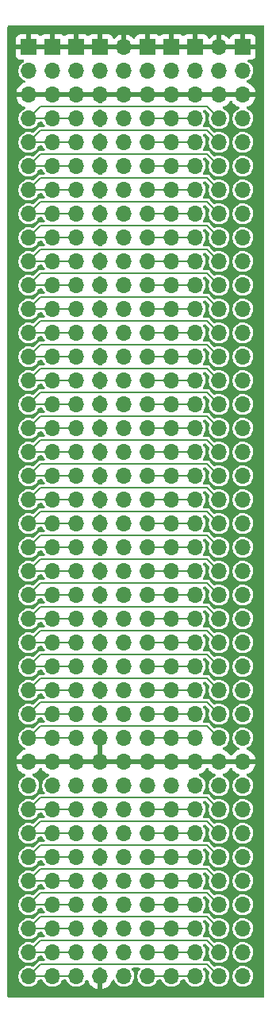
<source format=gbl>
G04 #@! TF.GenerationSoftware,KiCad,Pcbnew,(6.0.1)*
G04 #@! TF.CreationDate,2022-08-30T15:24:38-04:00*
G04 #@! TF.ProjectId,ITX-BKOUT,4954582d-424b-44f5-9554-2e6b69636164,1*
G04 #@! TF.SameCoordinates,Original*
G04 #@! TF.FileFunction,Copper,L2,Bot*
G04 #@! TF.FilePolarity,Positive*
%FSLAX46Y46*%
G04 Gerber Fmt 4.6, Leading zero omitted, Abs format (unit mm)*
G04 Created by KiCad (PCBNEW (6.0.1)) date 2022-08-30 15:24:38*
%MOMM*%
%LPD*%
G01*
G04 APERTURE LIST*
G04 #@! TA.AperFunction,ComponentPad*
%ADD10R,1.700000X1.700000*%
G04 #@! TD*
G04 #@! TA.AperFunction,ComponentPad*
%ADD11O,1.700000X1.700000*%
G04 #@! TD*
G04 #@! TA.AperFunction,Conductor*
%ADD12C,0.203200*%
G04 #@! TD*
G04 #@! TA.AperFunction,Conductor*
%ADD13C,0.200000*%
G04 #@! TD*
G04 APERTURE END LIST*
D10*
X134620000Y-53340000D03*
D11*
X137160000Y-53340000D03*
X134620000Y-55880000D03*
X137160000Y-55880000D03*
X134620000Y-58420000D03*
X137160000Y-58420000D03*
X134620000Y-60960000D03*
X137160000Y-60960000D03*
X134620000Y-63500000D03*
X137160000Y-63500000D03*
X134620000Y-66040000D03*
X137160000Y-66040000D03*
X134620000Y-68580000D03*
X137160000Y-68580000D03*
X134620000Y-71120000D03*
X137160000Y-71120000D03*
X134620000Y-73660000D03*
X137160000Y-73660000D03*
X134620000Y-76200000D03*
X137160000Y-76200000D03*
X134620000Y-78740000D03*
X137160000Y-78740000D03*
X134620000Y-81280000D03*
X137160000Y-81280000D03*
X134620000Y-83820000D03*
X137160000Y-83820000D03*
X134620000Y-86360000D03*
X137160000Y-86360000D03*
X134620000Y-88900000D03*
X137160000Y-88900000D03*
X134620000Y-91440000D03*
X137160000Y-91440000D03*
X134620000Y-93980000D03*
X137160000Y-93980000D03*
X134620000Y-96520000D03*
X137160000Y-96520000D03*
X134620000Y-99060000D03*
X137160000Y-99060000D03*
X134620000Y-101600000D03*
X137160000Y-101600000D03*
X134620000Y-104140000D03*
X137160000Y-104140000D03*
X134620000Y-106680000D03*
X137160000Y-106680000D03*
X134620000Y-109220000D03*
X137160000Y-109220000D03*
X134620000Y-111760000D03*
X137160000Y-111760000D03*
X134620000Y-114300000D03*
X137160000Y-114300000D03*
X134620000Y-116840000D03*
X137160000Y-116840000D03*
X134620000Y-119380000D03*
X137160000Y-119380000D03*
X134620000Y-121920000D03*
X137160000Y-121920000D03*
X134620000Y-124460000D03*
X137160000Y-124460000D03*
X134620000Y-127000000D03*
X137160000Y-127000000D03*
X134620000Y-129540000D03*
X137160000Y-129540000D03*
X134620000Y-132080000D03*
X137160000Y-132080000D03*
X134620000Y-134620000D03*
X137160000Y-134620000D03*
X134620000Y-137160000D03*
X137160000Y-137160000D03*
X134620000Y-139700000D03*
X137160000Y-139700000D03*
X134620000Y-142240000D03*
X137160000Y-142240000D03*
X134620000Y-144780000D03*
X137160000Y-144780000D03*
X134620000Y-147320000D03*
X137160000Y-147320000D03*
X134620000Y-149860000D03*
X137160000Y-149860000D03*
X134620000Y-152400000D03*
X137160000Y-152400000D03*
D10*
X149860000Y-53340000D03*
D11*
X147320000Y-53340000D03*
X149860000Y-55880000D03*
X147320000Y-55880000D03*
X149860000Y-58420000D03*
X147320000Y-58420000D03*
X149860000Y-60960000D03*
X147320000Y-60960000D03*
X149860000Y-63500000D03*
X147320000Y-63500000D03*
X149860000Y-66040000D03*
X147320000Y-66040000D03*
X149860000Y-68580000D03*
X147320000Y-68580000D03*
X149860000Y-71120000D03*
X147320000Y-71120000D03*
X149860000Y-73660000D03*
X147320000Y-73660000D03*
X149860000Y-76200000D03*
X147320000Y-76200000D03*
X149860000Y-78740000D03*
X147320000Y-78740000D03*
X149860000Y-81280000D03*
X147320000Y-81280000D03*
X149860000Y-83820000D03*
X147320000Y-83820000D03*
X149860000Y-86360000D03*
X147320000Y-86360000D03*
X149860000Y-88900000D03*
X147320000Y-88900000D03*
X149860000Y-91440000D03*
X147320000Y-91440000D03*
X149860000Y-93980000D03*
X147320000Y-93980000D03*
X149860000Y-96520000D03*
X147320000Y-96520000D03*
X149860000Y-99060000D03*
X147320000Y-99060000D03*
X149860000Y-101600000D03*
X147320000Y-101600000D03*
X149860000Y-104140000D03*
X147320000Y-104140000D03*
X149860000Y-106680000D03*
X147320000Y-106680000D03*
X149860000Y-109220000D03*
X147320000Y-109220000D03*
X149860000Y-111760000D03*
X147320000Y-111760000D03*
X149860000Y-114300000D03*
X147320000Y-114300000D03*
X149860000Y-116840000D03*
X147320000Y-116840000D03*
X149860000Y-119380000D03*
X147320000Y-119380000D03*
X149860000Y-121920000D03*
X147320000Y-121920000D03*
X149860000Y-124460000D03*
X147320000Y-124460000D03*
X149860000Y-127000000D03*
X147320000Y-127000000D03*
X149860000Y-129540000D03*
X147320000Y-129540000D03*
X149860000Y-132080000D03*
X147320000Y-132080000D03*
X149860000Y-134620000D03*
X147320000Y-134620000D03*
X149860000Y-137160000D03*
X147320000Y-137160000D03*
X149860000Y-139700000D03*
X147320000Y-139700000D03*
X149860000Y-142240000D03*
X147320000Y-142240000D03*
X149860000Y-144780000D03*
X147320000Y-144780000D03*
X149860000Y-147320000D03*
X147320000Y-147320000D03*
X149860000Y-149860000D03*
X147320000Y-149860000D03*
X149860000Y-152400000D03*
X147320000Y-152400000D03*
D10*
X142240000Y-53340000D03*
D11*
X142240000Y-55880000D03*
X142240000Y-58420000D03*
X142240000Y-60960000D03*
X142240000Y-63500000D03*
X142240000Y-66040000D03*
X142240000Y-68580000D03*
X142240000Y-71120000D03*
X142240000Y-73660000D03*
X142240000Y-76200000D03*
X142240000Y-78740000D03*
X142240000Y-81280000D03*
X142240000Y-83820000D03*
X142240000Y-86360000D03*
X142240000Y-88900000D03*
X142240000Y-91440000D03*
X142240000Y-93980000D03*
X142240000Y-96520000D03*
X142240000Y-99060000D03*
X142240000Y-101600000D03*
X142240000Y-104140000D03*
X142240000Y-106680000D03*
X142240000Y-109220000D03*
X142240000Y-111760000D03*
X142240000Y-114300000D03*
X142240000Y-116840000D03*
X142240000Y-119380000D03*
X142240000Y-121920000D03*
X142240000Y-124460000D03*
X142240000Y-127000000D03*
X142240000Y-129540000D03*
X142240000Y-132080000D03*
X142240000Y-134620000D03*
X142240000Y-137160000D03*
X142240000Y-139700000D03*
X142240000Y-142240000D03*
X142240000Y-144780000D03*
X142240000Y-147320000D03*
X142240000Y-149860000D03*
X142240000Y-152400000D03*
D10*
X144780000Y-53340000D03*
D11*
X144780000Y-55880000D03*
X144780000Y-58420000D03*
X144780000Y-60960000D03*
X144780000Y-63500000D03*
X144780000Y-66040000D03*
X144780000Y-68580000D03*
X144780000Y-71120000D03*
X144780000Y-73660000D03*
X144780000Y-76200000D03*
X144780000Y-78740000D03*
X144780000Y-81280000D03*
X144780000Y-83820000D03*
X144780000Y-86360000D03*
X144780000Y-88900000D03*
X144780000Y-91440000D03*
X144780000Y-93980000D03*
X144780000Y-96520000D03*
X144780000Y-99060000D03*
X144780000Y-101600000D03*
X144780000Y-104140000D03*
X144780000Y-106680000D03*
X144780000Y-109220000D03*
X144780000Y-111760000D03*
X144780000Y-114300000D03*
X144780000Y-116840000D03*
X144780000Y-119380000D03*
X144780000Y-121920000D03*
X144780000Y-124460000D03*
X144780000Y-127000000D03*
X144780000Y-129540000D03*
X144780000Y-132080000D03*
X144780000Y-134620000D03*
X144780000Y-137160000D03*
X144780000Y-139700000D03*
X144780000Y-142240000D03*
X144780000Y-144780000D03*
X144780000Y-147320000D03*
X144780000Y-149860000D03*
X144780000Y-152400000D03*
D10*
X139700000Y-53340000D03*
D11*
X139700000Y-55880000D03*
X139700000Y-58420000D03*
X139700000Y-60960000D03*
X139700000Y-63500000D03*
X139700000Y-66040000D03*
X139700000Y-68580000D03*
X139700000Y-71120000D03*
X139700000Y-73660000D03*
X139700000Y-76200000D03*
X139700000Y-78740000D03*
X139700000Y-81280000D03*
X139700000Y-83820000D03*
X139700000Y-86360000D03*
X139700000Y-88900000D03*
X139700000Y-91440000D03*
X139700000Y-93980000D03*
X139700000Y-96520000D03*
X139700000Y-99060000D03*
X139700000Y-101600000D03*
X139700000Y-104140000D03*
X139700000Y-106680000D03*
X139700000Y-109220000D03*
X139700000Y-111760000D03*
X139700000Y-114300000D03*
X139700000Y-116840000D03*
X139700000Y-119380000D03*
X139700000Y-121920000D03*
X139700000Y-124460000D03*
X139700000Y-127000000D03*
X139700000Y-129540000D03*
X139700000Y-132080000D03*
X139700000Y-134620000D03*
X139700000Y-137160000D03*
X139700000Y-139700000D03*
X139700000Y-142240000D03*
X139700000Y-144780000D03*
X139700000Y-147320000D03*
X139700000Y-149860000D03*
X139700000Y-152400000D03*
D10*
X127000000Y-53340000D03*
D11*
X127000000Y-55880000D03*
X127000000Y-58420000D03*
X127000000Y-60960000D03*
X127000000Y-63500000D03*
X127000000Y-66040000D03*
X127000000Y-68580000D03*
X127000000Y-71120000D03*
X127000000Y-73660000D03*
X127000000Y-76200000D03*
X127000000Y-78740000D03*
X127000000Y-81280000D03*
X127000000Y-83820000D03*
X127000000Y-86360000D03*
X127000000Y-88900000D03*
X127000000Y-91440000D03*
X127000000Y-93980000D03*
X127000000Y-96520000D03*
X127000000Y-99060000D03*
X127000000Y-101600000D03*
X127000000Y-104140000D03*
X127000000Y-106680000D03*
X127000000Y-109220000D03*
X127000000Y-111760000D03*
X127000000Y-114300000D03*
X127000000Y-116840000D03*
X127000000Y-119380000D03*
X127000000Y-121920000D03*
X127000000Y-124460000D03*
X127000000Y-127000000D03*
X127000000Y-129540000D03*
X127000000Y-132080000D03*
X127000000Y-134620000D03*
X127000000Y-137160000D03*
X127000000Y-139700000D03*
X127000000Y-142240000D03*
X127000000Y-144780000D03*
X127000000Y-147320000D03*
X127000000Y-149860000D03*
X127000000Y-152400000D03*
D10*
X129540000Y-53340000D03*
D11*
X129540000Y-55880000D03*
X129540000Y-58420000D03*
X129540000Y-60960000D03*
X129540000Y-63500000D03*
X129540000Y-66040000D03*
X129540000Y-68580000D03*
X129540000Y-71120000D03*
X129540000Y-73660000D03*
X129540000Y-76200000D03*
X129540000Y-78740000D03*
X129540000Y-81280000D03*
X129540000Y-83820000D03*
X129540000Y-86360000D03*
X129540000Y-88900000D03*
X129540000Y-91440000D03*
X129540000Y-93980000D03*
X129540000Y-96520000D03*
X129540000Y-99060000D03*
X129540000Y-101600000D03*
X129540000Y-104140000D03*
X129540000Y-106680000D03*
X129540000Y-109220000D03*
X129540000Y-111760000D03*
X129540000Y-114300000D03*
X129540000Y-116840000D03*
X129540000Y-119380000D03*
X129540000Y-121920000D03*
X129540000Y-124460000D03*
X129540000Y-127000000D03*
X129540000Y-129540000D03*
X129540000Y-132080000D03*
X129540000Y-134620000D03*
X129540000Y-137160000D03*
X129540000Y-139700000D03*
X129540000Y-142240000D03*
X129540000Y-144780000D03*
X129540000Y-147320000D03*
X129540000Y-149860000D03*
X129540000Y-152400000D03*
D10*
X132080000Y-53340000D03*
D11*
X132080000Y-55880000D03*
X132080000Y-58420000D03*
X132080000Y-60960000D03*
X132080000Y-63500000D03*
X132080000Y-66040000D03*
X132080000Y-68580000D03*
X132080000Y-71120000D03*
X132080000Y-73660000D03*
X132080000Y-76200000D03*
X132080000Y-78740000D03*
X132080000Y-81280000D03*
X132080000Y-83820000D03*
X132080000Y-86360000D03*
X132080000Y-88900000D03*
X132080000Y-91440000D03*
X132080000Y-93980000D03*
X132080000Y-96520000D03*
X132080000Y-99060000D03*
X132080000Y-101600000D03*
X132080000Y-104140000D03*
X132080000Y-106680000D03*
X132080000Y-109220000D03*
X132080000Y-111760000D03*
X132080000Y-114300000D03*
X132080000Y-116840000D03*
X132080000Y-119380000D03*
X132080000Y-121920000D03*
X132080000Y-124460000D03*
X132080000Y-127000000D03*
X132080000Y-129540000D03*
X132080000Y-132080000D03*
X132080000Y-134620000D03*
X132080000Y-137160000D03*
X132080000Y-139700000D03*
X132080000Y-142240000D03*
X132080000Y-144780000D03*
X132080000Y-147320000D03*
X132080000Y-149860000D03*
X132080000Y-152400000D03*
D12*
X127000000Y-149860000D02*
X132080000Y-149860000D01*
X127000000Y-147320000D02*
X132080000Y-147320000D01*
X127000000Y-144780000D02*
X132080000Y-144780000D01*
X127000000Y-142240000D02*
X132080000Y-142240000D01*
X127000000Y-139700000D02*
X132080000Y-139700000D01*
X127000000Y-137160000D02*
X132080000Y-137160000D01*
X127000000Y-134620000D02*
X132080000Y-134620000D01*
X127000000Y-127000000D02*
X132080000Y-127000000D01*
X127000000Y-124460000D02*
X132080000Y-124460000D01*
X127000000Y-121920000D02*
X132080000Y-121920000D01*
X132080000Y-119380000D02*
X127000000Y-119380000D01*
X127000000Y-116840000D02*
X132080000Y-116840000D01*
X127000000Y-114300000D02*
X132080000Y-114300000D01*
X127000000Y-111760000D02*
X132080000Y-111760000D01*
X127000000Y-109220000D02*
X132080000Y-109220000D01*
X127000000Y-106680000D02*
X132080000Y-106680000D01*
X127000000Y-104140000D02*
X132080000Y-104140000D01*
X127000000Y-101600000D02*
X132080000Y-101600000D01*
X127000000Y-99060000D02*
X132080000Y-99060000D01*
D13*
X127000000Y-96520000D02*
X132080000Y-96520000D01*
X127000000Y-93980000D02*
X132080000Y-93980000D01*
D12*
X127000000Y-91440000D02*
X132080000Y-91440000D01*
X127000000Y-88900000D02*
X132080000Y-88900000D01*
X127000000Y-86360000D02*
X132080000Y-86360000D01*
X127000000Y-83820000D02*
X132080000Y-83820000D01*
X127000000Y-81280000D02*
X132080000Y-81280000D01*
X127000000Y-78740000D02*
X132080000Y-78740000D01*
X127000000Y-76200000D02*
X132080000Y-76200000D01*
X127000000Y-73660000D02*
X132080000Y-73660000D01*
X127000000Y-71120000D02*
X132080000Y-71120000D01*
X127000000Y-68580000D02*
X132080000Y-68580000D01*
X127000000Y-66040000D02*
X132080000Y-66040000D01*
X127000000Y-63500000D02*
X132080000Y-63500000D01*
X127000000Y-60960000D02*
X132080000Y-60960000D01*
X127000000Y-152400000D02*
X132080000Y-152400000D01*
X128270000Y-151130000D02*
X127000000Y-152400000D01*
X133350000Y-151130000D02*
X128270000Y-151130000D01*
X128270000Y-148590000D02*
X127000000Y-149860000D01*
X133350000Y-148590000D02*
X128270000Y-148590000D01*
X128270000Y-146050000D02*
X127000000Y-147320000D01*
X133350000Y-146050000D02*
X128270000Y-146050000D01*
X128270000Y-143510000D02*
X127000000Y-144780000D01*
X133350000Y-143510000D02*
X128270000Y-143510000D01*
X128270000Y-140970000D02*
X127000000Y-142240000D01*
X133350000Y-140970000D02*
X128270000Y-140970000D01*
X128270000Y-138430000D02*
X127000000Y-139700000D01*
X133350000Y-138430000D02*
X128270000Y-138430000D01*
X128270000Y-135890000D02*
X127000000Y-137160000D01*
X133350000Y-135890000D02*
X128270000Y-135890000D01*
X128270000Y-133350000D02*
X127000000Y-134620000D01*
X133350000Y-133350000D02*
X128270000Y-133350000D01*
X128270000Y-125730000D02*
X127000000Y-127000000D01*
X133350000Y-125730000D02*
X128270000Y-125730000D01*
X128270000Y-123190000D02*
X127000000Y-124460000D01*
X133350000Y-123190000D02*
X128270000Y-123190000D01*
X133350000Y-120650000D02*
X128270000Y-120650000D01*
X128270000Y-120650000D02*
X127000000Y-121920000D01*
X128270000Y-118110000D02*
X127000000Y-119380000D01*
X133350000Y-118110000D02*
X128270000Y-118110000D01*
X128270000Y-115570000D02*
X127000000Y-116840000D01*
X133350000Y-115570000D02*
X128270000Y-115570000D01*
X128270000Y-113030000D02*
X127000000Y-114300000D01*
X133350000Y-113030000D02*
X128270000Y-113030000D01*
X128270000Y-110490000D02*
X127000000Y-111760000D01*
X133350000Y-110490000D02*
X128270000Y-110490000D01*
X133350000Y-107950000D02*
X128270000Y-107950000D01*
X128270000Y-107950000D02*
X127000000Y-109220000D01*
X133350000Y-105410000D02*
X128270000Y-105410000D01*
X128270000Y-105410000D02*
X127000000Y-106680000D01*
X128270000Y-102870000D02*
X127000000Y-104140000D01*
X133350000Y-102870000D02*
X128270000Y-102870000D01*
X128270000Y-100330000D02*
X127000000Y-101600000D01*
X133350000Y-100330000D02*
X128270000Y-100330000D01*
X128270000Y-97790000D02*
X127000000Y-99060000D01*
X133350000Y-97790000D02*
X128270000Y-97790000D01*
D13*
X128270000Y-95250000D02*
X127000000Y-96520000D01*
X133350000Y-95250000D02*
X128270000Y-95250000D01*
X128270000Y-92710000D02*
X127000000Y-93980000D01*
X133350000Y-92710000D02*
X128270000Y-92710000D01*
D12*
X128270000Y-90170000D02*
X127000000Y-91440000D01*
X133350000Y-90170000D02*
X128270000Y-90170000D01*
X128270000Y-87630000D02*
X127000000Y-88900000D01*
X133350000Y-87630000D02*
X128270000Y-87630000D01*
X128270000Y-85090000D02*
X127000000Y-86360000D01*
X133350000Y-85090000D02*
X128270000Y-85090000D01*
X128270000Y-82550000D02*
X127000000Y-83820000D01*
X133350000Y-82550000D02*
X128270000Y-82550000D01*
X128270000Y-80010000D02*
X127000000Y-81280000D01*
X133350000Y-80010000D02*
X128270000Y-80010000D01*
X128270000Y-77470000D02*
X127000000Y-78740000D01*
X133350000Y-77470000D02*
X128270000Y-77470000D01*
X128270000Y-74930000D02*
X127000000Y-76200000D01*
X133350000Y-74930000D02*
X128270000Y-74930000D01*
X128270000Y-72390000D02*
X127000000Y-73660000D01*
X133350000Y-72390000D02*
X128270000Y-72390000D01*
X133350000Y-69850000D02*
X128270000Y-69850000D01*
X128270000Y-69850000D02*
X127000000Y-71120000D01*
X128270000Y-67310000D02*
X127000000Y-68580000D01*
X133350000Y-67310000D02*
X128270000Y-67310000D01*
X128270000Y-64770000D02*
X127000000Y-66040000D01*
X133350000Y-64770000D02*
X128270000Y-64770000D01*
X128270000Y-62230000D02*
X127000000Y-63500000D01*
X133350000Y-62230000D02*
X128270000Y-62230000D01*
X128270000Y-59690000D02*
X127000000Y-60960000D01*
X133350000Y-59690000D02*
X128270000Y-59690000D01*
X139700000Y-60960000D02*
X144780000Y-60960000D01*
X139700000Y-63500000D02*
X144780000Y-63500000D01*
X144780000Y-66040000D02*
X139700000Y-66040000D01*
X139700000Y-68580000D02*
X144780000Y-68580000D01*
X139700000Y-71120000D02*
X144780000Y-71120000D01*
X139700000Y-73660000D02*
X144780000Y-73660000D01*
X139700000Y-76200000D02*
X144780000Y-76200000D01*
X139700000Y-83820000D02*
X144780000Y-83820000D01*
X139700000Y-78740000D02*
X144780000Y-78740000D01*
X139700000Y-81280000D02*
X144780000Y-81280000D01*
X139700000Y-86360000D02*
X144780000Y-86360000D01*
X139700000Y-88900000D02*
X144780000Y-88900000D01*
X139700000Y-91440000D02*
X144780000Y-91440000D01*
D13*
X139700000Y-93980000D02*
X144780000Y-93980000D01*
X139700000Y-96520000D02*
X144780000Y-96520000D01*
D12*
X139700000Y-99060000D02*
X144780000Y-99060000D01*
X139700000Y-101600000D02*
X144780000Y-101600000D01*
X139700000Y-104140000D02*
X144780000Y-104140000D01*
X139700000Y-106680000D02*
X144780000Y-106680000D01*
X139700000Y-109220000D02*
X144780000Y-109220000D01*
X139700000Y-111760000D02*
X144780000Y-111760000D01*
X139700000Y-114300000D02*
X144780000Y-114300000D01*
X139700000Y-116840000D02*
X144780000Y-116840000D01*
X139700000Y-119380000D02*
X144780000Y-119380000D01*
X139700000Y-121920000D02*
X144780000Y-121920000D01*
X139700000Y-124460000D02*
X144780000Y-124460000D01*
X139700000Y-127000000D02*
X144780000Y-127000000D01*
X139700000Y-134620000D02*
X144780000Y-134620000D01*
X139700000Y-137160000D02*
X144780000Y-137160000D01*
X139700000Y-139700000D02*
X144780000Y-139700000D01*
X139700000Y-142240000D02*
X144780000Y-142240000D01*
X139700000Y-144780000D02*
X144780000Y-144780000D01*
X139700000Y-147320000D02*
X144780000Y-147320000D01*
X139700000Y-149860000D02*
X144780000Y-149860000D01*
X139700000Y-152400000D02*
X144780000Y-152400000D01*
X133350000Y-59690000D02*
X146050000Y-59690000D01*
X146050000Y-59690000D02*
X147320000Y-60960000D01*
X146050000Y-62230000D02*
X147320000Y-63500000D01*
X133350000Y-62230000D02*
X146050000Y-62230000D01*
X133350000Y-64770000D02*
X146050000Y-64770000D01*
X146050000Y-64770000D02*
X147320000Y-66040000D01*
X133350000Y-67310000D02*
X146050000Y-67310000D01*
X146050000Y-67310000D02*
X147320000Y-68580000D01*
X146050000Y-69850000D02*
X147320000Y-71120000D01*
X133350000Y-69850000D02*
X146050000Y-69850000D01*
X133350000Y-72390000D02*
X146050000Y-72390000D01*
X146050000Y-72390000D02*
X147320000Y-73660000D01*
X146050000Y-74930000D02*
X147320000Y-76200000D01*
X133350000Y-74930000D02*
X146050000Y-74930000D01*
X146050000Y-77470000D02*
X147320000Y-78740000D01*
X133350000Y-77470000D02*
X146050000Y-77470000D01*
X146050000Y-80010000D02*
X147320000Y-81280000D01*
X133350000Y-80010000D02*
X146050000Y-80010000D01*
X133350000Y-82550000D02*
X146050000Y-82550000D01*
X146050000Y-82550000D02*
X147320000Y-83820000D01*
X146050000Y-85090000D02*
X147320000Y-86360000D01*
X133350000Y-85090000D02*
X146050000Y-85090000D01*
X146050000Y-87630000D02*
X147320000Y-88900000D01*
X133350000Y-87630000D02*
X146050000Y-87630000D01*
X146050000Y-90170000D02*
X147320000Y-91440000D01*
X133350000Y-90170000D02*
X146050000Y-90170000D01*
D13*
X146050000Y-92710000D02*
X147320000Y-93980000D01*
X133350000Y-92710000D02*
X146050000Y-92710000D01*
X133350000Y-95250000D02*
X146050000Y-95250000D01*
X146050000Y-95250000D02*
X147320000Y-96520000D01*
D12*
X146050000Y-97790000D02*
X147320000Y-99060000D01*
X133350000Y-97790000D02*
X146050000Y-97790000D01*
X146050000Y-100330000D02*
X147320000Y-101600000D01*
X133350000Y-100330000D02*
X146050000Y-100330000D01*
X133350000Y-102870000D02*
X146050000Y-102870000D01*
X146050000Y-102870000D02*
X147320000Y-104140000D01*
X133350000Y-105410000D02*
X146050000Y-105410000D01*
X146050000Y-105410000D02*
X147320000Y-106680000D01*
X133350000Y-107950000D02*
X146050000Y-107950000D01*
X146050000Y-107950000D02*
X147320000Y-109220000D01*
X133350000Y-110490000D02*
X146050000Y-110490000D01*
X146050000Y-110490000D02*
X147320000Y-111760000D01*
X146050000Y-113030000D02*
X147320000Y-114300000D01*
X133350000Y-113030000D02*
X146050000Y-113030000D01*
X133350000Y-115570000D02*
X146050000Y-115570000D01*
X146050000Y-115570000D02*
X147320000Y-116840000D01*
X146050000Y-118110000D02*
X147320000Y-119380000D01*
X133350000Y-118110000D02*
X146050000Y-118110000D01*
X146050000Y-120650000D02*
X147320000Y-121920000D01*
X133350000Y-120650000D02*
X146050000Y-120650000D01*
X146050000Y-123190000D02*
X147320000Y-124460000D01*
X133350000Y-123190000D02*
X146050000Y-123190000D01*
X146050000Y-125730000D02*
X147320000Y-127000000D01*
X133350000Y-125730000D02*
X146050000Y-125730000D01*
X133350000Y-133350000D02*
X146050000Y-133350000D01*
X146050000Y-133350000D02*
X147320000Y-134620000D01*
X146050000Y-135890000D02*
X147320000Y-137160000D01*
X133350000Y-135890000D02*
X146050000Y-135890000D01*
X146050000Y-138430000D02*
X147320000Y-139700000D01*
X133350000Y-138430000D02*
X146050000Y-138430000D01*
X146050000Y-140970000D02*
X147320000Y-142240000D01*
X133350000Y-140970000D02*
X146050000Y-140970000D01*
X133350000Y-143510000D02*
X146050000Y-143510000D01*
X146050000Y-143510000D02*
X147320000Y-144780000D01*
X133350000Y-146050000D02*
X146050000Y-146050000D01*
X146050000Y-146050000D02*
X147320000Y-147320000D01*
X133350000Y-148590000D02*
X146050000Y-148590000D01*
X146050000Y-148590000D02*
X147320000Y-149860000D01*
X146050000Y-151130000D02*
X147320000Y-152400000D01*
X133350000Y-151130000D02*
X146050000Y-151130000D01*
G04 #@! TA.AperFunction,Conductor*
G36*
X152088121Y-51074002D02*
G01*
X152134614Y-51127658D01*
X152146000Y-51180000D01*
X152146000Y-154560000D01*
X152125998Y-154628121D01*
X152072342Y-154674614D01*
X152020000Y-154686000D01*
X124840000Y-154686000D01*
X124771879Y-154665998D01*
X124725386Y-154612342D01*
X124714000Y-154560000D01*
X124714000Y-129807966D01*
X125668257Y-129807966D01*
X125698565Y-129942446D01*
X125701645Y-129952275D01*
X125781770Y-130149603D01*
X125786413Y-130158794D01*
X125897694Y-130340388D01*
X125903777Y-130348699D01*
X126043213Y-130509667D01*
X126050580Y-130516883D01*
X126214434Y-130652916D01*
X126222881Y-130658831D01*
X126406756Y-130766279D01*
X126416042Y-130770729D01*
X126565124Y-130827657D01*
X126621627Y-130870644D01*
X126645920Y-130937355D01*
X126630290Y-131006610D01*
X126579699Y-131056421D01*
X126563785Y-131063579D01*
X126522463Y-131078824D01*
X126348010Y-131182612D01*
X126343670Y-131186418D01*
X126343666Y-131186421D01*
X126323723Y-131203911D01*
X126195392Y-131316455D01*
X126069720Y-131475869D01*
X126067031Y-131480980D01*
X126067029Y-131480983D01*
X126054073Y-131505609D01*
X125975203Y-131655515D01*
X125915007Y-131849378D01*
X125891148Y-132050964D01*
X125904424Y-132253522D01*
X125905845Y-132259118D01*
X125905846Y-132259123D01*
X125926119Y-132338945D01*
X125954392Y-132450269D01*
X125956809Y-132455512D01*
X125994010Y-132536208D01*
X126039377Y-132634616D01*
X126042710Y-132639332D01*
X126152852Y-132795180D01*
X126156533Y-132800389D01*
X126301938Y-132942035D01*
X126470720Y-133054812D01*
X126476023Y-133057090D01*
X126476026Y-133057092D01*
X126651921Y-133132662D01*
X126657228Y-133134942D01*
X126730244Y-133151464D01*
X126849579Y-133178467D01*
X126849584Y-133178468D01*
X126855216Y-133179742D01*
X126860987Y-133179969D01*
X126860989Y-133179969D01*
X126920756Y-133182317D01*
X127058053Y-133187712D01*
X127158499Y-133173148D01*
X127253231Y-133159413D01*
X127253236Y-133159412D01*
X127258945Y-133158584D01*
X127264409Y-133156729D01*
X127264414Y-133156728D01*
X127445693Y-133095192D01*
X127445698Y-133095190D01*
X127451165Y-133093334D01*
X127467272Y-133084314D01*
X127557315Y-133033887D01*
X127628276Y-132994147D01*
X127634013Y-132989376D01*
X127779913Y-132868031D01*
X127784345Y-132864345D01*
X127914147Y-132708276D01*
X128013334Y-132531165D01*
X128015190Y-132525698D01*
X128015192Y-132525693D01*
X128076728Y-132344414D01*
X128076729Y-132344409D01*
X128078584Y-132338945D01*
X128079412Y-132333236D01*
X128079413Y-132333231D01*
X128107179Y-132141727D01*
X128107712Y-132138053D01*
X128109232Y-132080000D01*
X128090658Y-131877859D01*
X128089090Y-131872299D01*
X128037125Y-131688046D01*
X128037124Y-131688044D01*
X128035557Y-131682487D01*
X128024978Y-131661033D01*
X127948331Y-131505609D01*
X127945776Y-131500428D01*
X127824320Y-131337779D01*
X127675258Y-131199987D01*
X127670375Y-131196906D01*
X127670371Y-131196903D01*
X127508464Y-131094748D01*
X127503581Y-131091667D01*
X127431614Y-131062955D01*
X127375755Y-131019134D01*
X127352455Y-130952069D01*
X127369111Y-130883054D01*
X127420436Y-130834000D01*
X127442098Y-130825239D01*
X127492252Y-130810192D01*
X127501842Y-130806433D01*
X127693095Y-130712739D01*
X127701945Y-130707464D01*
X127875328Y-130583792D01*
X127883200Y-130577139D01*
X128034052Y-130426812D01*
X128040730Y-130418965D01*
X128168022Y-130241819D01*
X128169147Y-130242627D01*
X128216669Y-130198876D01*
X128286607Y-130186661D01*
X128352046Y-130214197D01*
X128379870Y-130246028D01*
X128437690Y-130340383D01*
X128443777Y-130348699D01*
X128583213Y-130509667D01*
X128590580Y-130516883D01*
X128754434Y-130652916D01*
X128762881Y-130658831D01*
X128946756Y-130766279D01*
X128956042Y-130770729D01*
X129105124Y-130827657D01*
X129161627Y-130870644D01*
X129185920Y-130937355D01*
X129170290Y-131006610D01*
X129119699Y-131056421D01*
X129103785Y-131063579D01*
X129062463Y-131078824D01*
X128888010Y-131182612D01*
X128883670Y-131186418D01*
X128883666Y-131186421D01*
X128863723Y-131203911D01*
X128735392Y-131316455D01*
X128609720Y-131475869D01*
X128607031Y-131480980D01*
X128607029Y-131480983D01*
X128594073Y-131505609D01*
X128515203Y-131655515D01*
X128455007Y-131849378D01*
X128431148Y-132050964D01*
X128444424Y-132253522D01*
X128445845Y-132259118D01*
X128445846Y-132259123D01*
X128466119Y-132338945D01*
X128494392Y-132450269D01*
X128496809Y-132455512D01*
X128534010Y-132536208D01*
X128579377Y-132634616D01*
X128631435Y-132708276D01*
X128692852Y-132795180D01*
X128715833Y-132862354D01*
X128698848Y-132931289D01*
X128647291Y-132980099D01*
X128589955Y-132993900D01*
X128321427Y-132993900D01*
X128301378Y-132991766D01*
X128297188Y-132991568D01*
X128287006Y-132989376D01*
X128276665Y-132990600D01*
X128256161Y-132993027D01*
X128250783Y-132993344D01*
X128250794Y-132993472D01*
X128245616Y-132993900D01*
X128240416Y-132993900D01*
X128235288Y-132994754D01*
X128235284Y-132994754D01*
X128222739Y-132996842D01*
X128216861Y-132997679D01*
X128198582Y-132999843D01*
X128169277Y-133003311D01*
X128161534Y-133007029D01*
X128153058Y-133008440D01*
X128143897Y-133013383D01*
X128110886Y-133031194D01*
X128105600Y-133033887D01*
X128069558Y-133051195D01*
X128069555Y-133051197D01*
X128062410Y-133054628D01*
X128058400Y-133057999D01*
X128056462Y-133059937D01*
X128054811Y-133061452D01*
X128054401Y-133061673D01*
X128054363Y-133061631D01*
X128054180Y-133061792D01*
X128048726Y-133064735D01*
X128041658Y-133072382D01*
X128041657Y-133072382D01*
X128014481Y-133101781D01*
X128011051Y-133105348D01*
X127548798Y-133567600D01*
X127486486Y-133601625D01*
X127413014Y-133595534D01*
X127315039Y-133556446D01*
X127309379Y-133555320D01*
X127309375Y-133555319D01*
X127121613Y-133517971D01*
X127121610Y-133517971D01*
X127115946Y-133516844D01*
X127110171Y-133516768D01*
X127110167Y-133516768D01*
X127008793Y-133515441D01*
X126912971Y-133514187D01*
X126907274Y-133515166D01*
X126907273Y-133515166D01*
X126718607Y-133547585D01*
X126712910Y-133548564D01*
X126522463Y-133618824D01*
X126348010Y-133722612D01*
X126343670Y-133726418D01*
X126343666Y-133726421D01*
X126202716Y-133850032D01*
X126195392Y-133856455D01*
X126069720Y-134015869D01*
X126067031Y-134020980D01*
X126067029Y-134020983D01*
X126054073Y-134045608D01*
X125975203Y-134195515D01*
X125915007Y-134389378D01*
X125891148Y-134590964D01*
X125904424Y-134793522D01*
X125905845Y-134799118D01*
X125905846Y-134799123D01*
X125926119Y-134878945D01*
X125954392Y-134990269D01*
X125956809Y-134995512D01*
X125994010Y-135076208D01*
X126039377Y-135174616D01*
X126042710Y-135179332D01*
X126152852Y-135335180D01*
X126156533Y-135340389D01*
X126301938Y-135482035D01*
X126470720Y-135594812D01*
X126476023Y-135597090D01*
X126476026Y-135597092D01*
X126651921Y-135672662D01*
X126657228Y-135674942D01*
X126730244Y-135691464D01*
X126849579Y-135718467D01*
X126849584Y-135718468D01*
X126855216Y-135719742D01*
X126860987Y-135719969D01*
X126860989Y-135719969D01*
X126920756Y-135722317D01*
X127058053Y-135727712D01*
X127158499Y-135713148D01*
X127253231Y-135699413D01*
X127253236Y-135699412D01*
X127258945Y-135698584D01*
X127264409Y-135696729D01*
X127264414Y-135696728D01*
X127445693Y-135635192D01*
X127445698Y-135635190D01*
X127451165Y-135633334D01*
X127467272Y-135624314D01*
X127557315Y-135573887D01*
X127628276Y-135534147D01*
X127634013Y-135529376D01*
X127779913Y-135408031D01*
X127784345Y-135404345D01*
X127914147Y-135248276D01*
X128013334Y-135071165D01*
X128016581Y-135061600D01*
X128057416Y-135003524D01*
X128123168Y-134976744D01*
X128135894Y-134976100D01*
X128407202Y-134976100D01*
X128475323Y-134996102D01*
X128521628Y-135049349D01*
X128534010Y-135076208D01*
X128579377Y-135174616D01*
X128631435Y-135248276D01*
X128692852Y-135335180D01*
X128715833Y-135402354D01*
X128698848Y-135471289D01*
X128647291Y-135520099D01*
X128589955Y-135533900D01*
X128321427Y-135533900D01*
X128301378Y-135531766D01*
X128297188Y-135531568D01*
X128287006Y-135529376D01*
X128276665Y-135530600D01*
X128256161Y-135533027D01*
X128250783Y-135533344D01*
X128250794Y-135533472D01*
X128245616Y-135533900D01*
X128240416Y-135533900D01*
X128235288Y-135534754D01*
X128235284Y-135534754D01*
X128222739Y-135536842D01*
X128216861Y-135537679D01*
X128198582Y-135539843D01*
X128169277Y-135543311D01*
X128161534Y-135547029D01*
X128153058Y-135548440D01*
X128143897Y-135553383D01*
X128110886Y-135571194D01*
X128105600Y-135573887D01*
X128069558Y-135591195D01*
X128069555Y-135591197D01*
X128062410Y-135594628D01*
X128058400Y-135597999D01*
X128056462Y-135599937D01*
X128054811Y-135601452D01*
X128054401Y-135601673D01*
X128054363Y-135601631D01*
X128054180Y-135601792D01*
X128048726Y-135604735D01*
X128041658Y-135612382D01*
X128041657Y-135612382D01*
X128014481Y-135641781D01*
X128011051Y-135645348D01*
X127548798Y-136107600D01*
X127486486Y-136141625D01*
X127413014Y-136135534D01*
X127315039Y-136096446D01*
X127309379Y-136095320D01*
X127309375Y-136095319D01*
X127121613Y-136057971D01*
X127121610Y-136057971D01*
X127115946Y-136056844D01*
X127110171Y-136056768D01*
X127110167Y-136056768D01*
X127008793Y-136055441D01*
X126912971Y-136054187D01*
X126907274Y-136055166D01*
X126907273Y-136055166D01*
X126718607Y-136087585D01*
X126712910Y-136088564D01*
X126522463Y-136158824D01*
X126348010Y-136262612D01*
X126343670Y-136266418D01*
X126343666Y-136266421D01*
X126202716Y-136390032D01*
X126195392Y-136396455D01*
X126069720Y-136555869D01*
X126067031Y-136560980D01*
X126067029Y-136560983D01*
X126054073Y-136585608D01*
X125975203Y-136735515D01*
X125915007Y-136929378D01*
X125891148Y-137130964D01*
X125904424Y-137333522D01*
X125905845Y-137339118D01*
X125905846Y-137339123D01*
X125926119Y-137418945D01*
X125954392Y-137530269D01*
X125956809Y-137535512D01*
X125994010Y-137616208D01*
X126039377Y-137714616D01*
X126042710Y-137719332D01*
X126152852Y-137875180D01*
X126156533Y-137880389D01*
X126301938Y-138022035D01*
X126470720Y-138134812D01*
X126476023Y-138137090D01*
X126476026Y-138137092D01*
X126651921Y-138212662D01*
X126657228Y-138214942D01*
X126730244Y-138231464D01*
X126849579Y-138258467D01*
X126849584Y-138258468D01*
X126855216Y-138259742D01*
X126860987Y-138259969D01*
X126860989Y-138259969D01*
X126920756Y-138262317D01*
X127058053Y-138267712D01*
X127158499Y-138253148D01*
X127253231Y-138239413D01*
X127253236Y-138239412D01*
X127258945Y-138238584D01*
X127264409Y-138236729D01*
X127264414Y-138236728D01*
X127445693Y-138175192D01*
X127445698Y-138175190D01*
X127451165Y-138173334D01*
X127467272Y-138164314D01*
X127557315Y-138113887D01*
X127628276Y-138074147D01*
X127634013Y-138069376D01*
X127779913Y-137948031D01*
X127784345Y-137944345D01*
X127914147Y-137788276D01*
X128013334Y-137611165D01*
X128016581Y-137601600D01*
X128057416Y-137543524D01*
X128123168Y-137516744D01*
X128135894Y-137516100D01*
X128407202Y-137516100D01*
X128475323Y-137536102D01*
X128521628Y-137589349D01*
X128534010Y-137616208D01*
X128579377Y-137714616D01*
X128631435Y-137788276D01*
X128692852Y-137875180D01*
X128715833Y-137942354D01*
X128698848Y-138011289D01*
X128647291Y-138060099D01*
X128589955Y-138073900D01*
X128321427Y-138073900D01*
X128301378Y-138071766D01*
X128297188Y-138071568D01*
X128287006Y-138069376D01*
X128276665Y-138070600D01*
X128256161Y-138073027D01*
X128250783Y-138073344D01*
X128250794Y-138073472D01*
X128245616Y-138073900D01*
X128240416Y-138073900D01*
X128235288Y-138074754D01*
X128235284Y-138074754D01*
X128222739Y-138076842D01*
X128216861Y-138077679D01*
X128198582Y-138079843D01*
X128169277Y-138083311D01*
X128161534Y-138087029D01*
X128153058Y-138088440D01*
X128143897Y-138093383D01*
X128110886Y-138111194D01*
X128105600Y-138113887D01*
X128069558Y-138131195D01*
X128069555Y-138131197D01*
X128062410Y-138134628D01*
X128058400Y-138137999D01*
X128056462Y-138139937D01*
X128054811Y-138141452D01*
X128054401Y-138141673D01*
X128054363Y-138141631D01*
X128054180Y-138141792D01*
X128048726Y-138144735D01*
X128041658Y-138152382D01*
X128041657Y-138152382D01*
X128014481Y-138181781D01*
X128011051Y-138185348D01*
X127548798Y-138647600D01*
X127486486Y-138681625D01*
X127413014Y-138675534D01*
X127315039Y-138636446D01*
X127309379Y-138635320D01*
X127309375Y-138635319D01*
X127121613Y-138597971D01*
X127121610Y-138597971D01*
X127115946Y-138596844D01*
X127110171Y-138596768D01*
X127110167Y-138596768D01*
X127008793Y-138595441D01*
X126912971Y-138594187D01*
X126907274Y-138595166D01*
X126907273Y-138595166D01*
X126718607Y-138627585D01*
X126712910Y-138628564D01*
X126522463Y-138698824D01*
X126348010Y-138802612D01*
X126343670Y-138806418D01*
X126343666Y-138806421D01*
X126202716Y-138930032D01*
X126195392Y-138936455D01*
X126069720Y-139095869D01*
X126067031Y-139100980D01*
X126067029Y-139100983D01*
X126054073Y-139125608D01*
X125975203Y-139275515D01*
X125915007Y-139469378D01*
X125891148Y-139670964D01*
X125904424Y-139873522D01*
X125905845Y-139879118D01*
X125905846Y-139879123D01*
X125926119Y-139958945D01*
X125954392Y-140070269D01*
X125956809Y-140075512D01*
X125994010Y-140156208D01*
X126039377Y-140254616D01*
X126042710Y-140259332D01*
X126152852Y-140415180D01*
X126156533Y-140420389D01*
X126301938Y-140562035D01*
X126470720Y-140674812D01*
X126476023Y-140677090D01*
X126476026Y-140677092D01*
X126651921Y-140752662D01*
X126657228Y-140754942D01*
X126730244Y-140771464D01*
X126849579Y-140798467D01*
X126849584Y-140798468D01*
X126855216Y-140799742D01*
X126860987Y-140799969D01*
X126860989Y-140799969D01*
X126920756Y-140802317D01*
X127058053Y-140807712D01*
X127158499Y-140793148D01*
X127253231Y-140779413D01*
X127253236Y-140779412D01*
X127258945Y-140778584D01*
X127264409Y-140776729D01*
X127264414Y-140776728D01*
X127445693Y-140715192D01*
X127445698Y-140715190D01*
X127451165Y-140713334D01*
X127467272Y-140704314D01*
X127557315Y-140653887D01*
X127628276Y-140614147D01*
X127634013Y-140609376D01*
X127779913Y-140488031D01*
X127784345Y-140484345D01*
X127914147Y-140328276D01*
X128013334Y-140151165D01*
X128016581Y-140141600D01*
X128057416Y-140083524D01*
X128123168Y-140056744D01*
X128135894Y-140056100D01*
X128407202Y-140056100D01*
X128475323Y-140076102D01*
X128521628Y-140129349D01*
X128534010Y-140156208D01*
X128579377Y-140254616D01*
X128631435Y-140328276D01*
X128692852Y-140415180D01*
X128715833Y-140482354D01*
X128698848Y-140551289D01*
X128647291Y-140600099D01*
X128589955Y-140613900D01*
X128321427Y-140613900D01*
X128301378Y-140611766D01*
X128297188Y-140611568D01*
X128287006Y-140609376D01*
X128276665Y-140610600D01*
X128256161Y-140613027D01*
X128250783Y-140613344D01*
X128250794Y-140613472D01*
X128245616Y-140613900D01*
X128240416Y-140613900D01*
X128235288Y-140614754D01*
X128235284Y-140614754D01*
X128222739Y-140616842D01*
X128216861Y-140617679D01*
X128198582Y-140619843D01*
X128169277Y-140623311D01*
X128161534Y-140627029D01*
X128153058Y-140628440D01*
X128143897Y-140633383D01*
X128110886Y-140651194D01*
X128105600Y-140653887D01*
X128069558Y-140671195D01*
X128069555Y-140671197D01*
X128062410Y-140674628D01*
X128058400Y-140677999D01*
X128056462Y-140679937D01*
X128054811Y-140681452D01*
X128054401Y-140681673D01*
X128054363Y-140681631D01*
X128054180Y-140681792D01*
X128048726Y-140684735D01*
X128041658Y-140692382D01*
X128041657Y-140692382D01*
X128014481Y-140721781D01*
X128011051Y-140725348D01*
X127548798Y-141187600D01*
X127486486Y-141221625D01*
X127413014Y-141215534D01*
X127315039Y-141176446D01*
X127309379Y-141175320D01*
X127309375Y-141175319D01*
X127121613Y-141137971D01*
X127121610Y-141137971D01*
X127115946Y-141136844D01*
X127110171Y-141136768D01*
X127110167Y-141136768D01*
X127008793Y-141135441D01*
X126912971Y-141134187D01*
X126907274Y-141135166D01*
X126907273Y-141135166D01*
X126718607Y-141167585D01*
X126712910Y-141168564D01*
X126522463Y-141238824D01*
X126348010Y-141342612D01*
X126343670Y-141346418D01*
X126343666Y-141346421D01*
X126202716Y-141470032D01*
X126195392Y-141476455D01*
X126069720Y-141635869D01*
X126067031Y-141640980D01*
X126067029Y-141640983D01*
X126054073Y-141665608D01*
X125975203Y-141815515D01*
X125915007Y-142009378D01*
X125891148Y-142210964D01*
X125904424Y-142413522D01*
X125905845Y-142419118D01*
X125905846Y-142419123D01*
X125926119Y-142498945D01*
X125954392Y-142610269D01*
X125956809Y-142615512D01*
X125994010Y-142696208D01*
X126039377Y-142794616D01*
X126042710Y-142799332D01*
X126152852Y-142955180D01*
X126156533Y-142960389D01*
X126301938Y-143102035D01*
X126470720Y-143214812D01*
X126476023Y-143217090D01*
X126476026Y-143217092D01*
X126651921Y-143292662D01*
X126657228Y-143294942D01*
X126730244Y-143311464D01*
X126849579Y-143338467D01*
X126849584Y-143338468D01*
X126855216Y-143339742D01*
X126860987Y-143339969D01*
X126860989Y-143339969D01*
X126920756Y-143342317D01*
X127058053Y-143347712D01*
X127158499Y-143333148D01*
X127253231Y-143319413D01*
X127253236Y-143319412D01*
X127258945Y-143318584D01*
X127264409Y-143316729D01*
X127264414Y-143316728D01*
X127445693Y-143255192D01*
X127445698Y-143255190D01*
X127451165Y-143253334D01*
X127467272Y-143244314D01*
X127557315Y-143193887D01*
X127628276Y-143154147D01*
X127634013Y-143149376D01*
X127779913Y-143028031D01*
X127784345Y-143024345D01*
X127914147Y-142868276D01*
X128013334Y-142691165D01*
X128016581Y-142681600D01*
X128057416Y-142623524D01*
X128123168Y-142596744D01*
X128135894Y-142596100D01*
X128407202Y-142596100D01*
X128475323Y-142616102D01*
X128521628Y-142669349D01*
X128534010Y-142696208D01*
X128579377Y-142794616D01*
X128631435Y-142868276D01*
X128692852Y-142955180D01*
X128715833Y-143022354D01*
X128698848Y-143091289D01*
X128647291Y-143140099D01*
X128589955Y-143153900D01*
X128321427Y-143153900D01*
X128301378Y-143151766D01*
X128297188Y-143151568D01*
X128287006Y-143149376D01*
X128276665Y-143150600D01*
X128256161Y-143153027D01*
X128250783Y-143153344D01*
X128250794Y-143153472D01*
X128245616Y-143153900D01*
X128240416Y-143153900D01*
X128235288Y-143154754D01*
X128235284Y-143154754D01*
X128222739Y-143156842D01*
X128216861Y-143157679D01*
X128198582Y-143159843D01*
X128169277Y-143163311D01*
X128161534Y-143167029D01*
X128153058Y-143168440D01*
X128143897Y-143173383D01*
X128110886Y-143191194D01*
X128105600Y-143193887D01*
X128069558Y-143211195D01*
X128069555Y-143211197D01*
X128062410Y-143214628D01*
X128058400Y-143217999D01*
X128056462Y-143219937D01*
X128054811Y-143221452D01*
X128054401Y-143221673D01*
X128054363Y-143221631D01*
X128054180Y-143221792D01*
X128048726Y-143224735D01*
X128041658Y-143232382D01*
X128041657Y-143232382D01*
X128014481Y-143261781D01*
X128011051Y-143265348D01*
X127548798Y-143727600D01*
X127486486Y-143761625D01*
X127413014Y-143755534D01*
X127315039Y-143716446D01*
X127309379Y-143715320D01*
X127309375Y-143715319D01*
X127121613Y-143677971D01*
X127121610Y-143677971D01*
X127115946Y-143676844D01*
X127110171Y-143676768D01*
X127110167Y-143676768D01*
X127008793Y-143675441D01*
X126912971Y-143674187D01*
X126907274Y-143675166D01*
X126907273Y-143675166D01*
X126718607Y-143707585D01*
X126712910Y-143708564D01*
X126522463Y-143778824D01*
X126348010Y-143882612D01*
X126343670Y-143886418D01*
X126343666Y-143886421D01*
X126202716Y-144010032D01*
X126195392Y-144016455D01*
X126069720Y-144175869D01*
X126067031Y-144180980D01*
X126067029Y-144180983D01*
X126054073Y-144205608D01*
X125975203Y-144355515D01*
X125915007Y-144549378D01*
X125891148Y-144750964D01*
X125904424Y-144953522D01*
X125905845Y-144959118D01*
X125905846Y-144959123D01*
X125926119Y-145038945D01*
X125954392Y-145150269D01*
X125956809Y-145155512D01*
X125994010Y-145236208D01*
X126039377Y-145334616D01*
X126042710Y-145339332D01*
X126152852Y-145495180D01*
X126156533Y-145500389D01*
X126301938Y-145642035D01*
X126470720Y-145754812D01*
X126476023Y-145757090D01*
X126476026Y-145757092D01*
X126651921Y-145832662D01*
X126657228Y-145834942D01*
X126730244Y-145851464D01*
X126849579Y-145878467D01*
X126849584Y-145878468D01*
X126855216Y-145879742D01*
X126860987Y-145879969D01*
X126860989Y-145879969D01*
X126920756Y-145882317D01*
X127058053Y-145887712D01*
X127158499Y-145873148D01*
X127253231Y-145859413D01*
X127253236Y-145859412D01*
X127258945Y-145858584D01*
X127264409Y-145856729D01*
X127264414Y-145856728D01*
X127445693Y-145795192D01*
X127445698Y-145795190D01*
X127451165Y-145793334D01*
X127467272Y-145784314D01*
X127557315Y-145733887D01*
X127628276Y-145694147D01*
X127634013Y-145689376D01*
X127779913Y-145568031D01*
X127784345Y-145564345D01*
X127914147Y-145408276D01*
X128013334Y-145231165D01*
X128016581Y-145221600D01*
X128057416Y-145163524D01*
X128123168Y-145136744D01*
X128135894Y-145136100D01*
X128407202Y-145136100D01*
X128475323Y-145156102D01*
X128521628Y-145209349D01*
X128534010Y-145236208D01*
X128579377Y-145334616D01*
X128631435Y-145408276D01*
X128692852Y-145495180D01*
X128715833Y-145562354D01*
X128698848Y-145631289D01*
X128647291Y-145680099D01*
X128589955Y-145693900D01*
X128321427Y-145693900D01*
X128301378Y-145691766D01*
X128297188Y-145691568D01*
X128287006Y-145689376D01*
X128276665Y-145690600D01*
X128256161Y-145693027D01*
X128250783Y-145693344D01*
X128250794Y-145693472D01*
X128245616Y-145693900D01*
X128240416Y-145693900D01*
X128235288Y-145694754D01*
X128235284Y-145694754D01*
X128222739Y-145696842D01*
X128216861Y-145697679D01*
X128198582Y-145699843D01*
X128169277Y-145703311D01*
X128161534Y-145707029D01*
X128153058Y-145708440D01*
X128143897Y-145713383D01*
X128110886Y-145731194D01*
X128105600Y-145733887D01*
X128069558Y-145751195D01*
X128069555Y-145751197D01*
X128062410Y-145754628D01*
X128058400Y-145757999D01*
X128056462Y-145759937D01*
X128054811Y-145761452D01*
X128054401Y-145761673D01*
X128054363Y-145761631D01*
X128054180Y-145761792D01*
X128048726Y-145764735D01*
X128041658Y-145772382D01*
X128041657Y-145772382D01*
X128014481Y-145801781D01*
X128011051Y-145805348D01*
X127548798Y-146267600D01*
X127486486Y-146301625D01*
X127413014Y-146295534D01*
X127315039Y-146256446D01*
X127309379Y-146255320D01*
X127309375Y-146255319D01*
X127121613Y-146217971D01*
X127121610Y-146217971D01*
X127115946Y-146216844D01*
X127110171Y-146216768D01*
X127110167Y-146216768D01*
X127008793Y-146215441D01*
X126912971Y-146214187D01*
X126907274Y-146215166D01*
X126907273Y-146215166D01*
X126718607Y-146247585D01*
X126712910Y-146248564D01*
X126522463Y-146318824D01*
X126348010Y-146422612D01*
X126343670Y-146426418D01*
X126343666Y-146426421D01*
X126202716Y-146550032D01*
X126195392Y-146556455D01*
X126069720Y-146715869D01*
X126067031Y-146720980D01*
X126067029Y-146720983D01*
X126054073Y-146745608D01*
X125975203Y-146895515D01*
X125915007Y-147089378D01*
X125891148Y-147290964D01*
X125904424Y-147493522D01*
X125905845Y-147499118D01*
X125905846Y-147499123D01*
X125926119Y-147578945D01*
X125954392Y-147690269D01*
X125956809Y-147695512D01*
X125994010Y-147776208D01*
X126039377Y-147874616D01*
X126042710Y-147879332D01*
X126152852Y-148035180D01*
X126156533Y-148040389D01*
X126301938Y-148182035D01*
X126470720Y-148294812D01*
X126476023Y-148297090D01*
X126476026Y-148297092D01*
X126651921Y-148372662D01*
X126657228Y-148374942D01*
X126730244Y-148391464D01*
X126849579Y-148418467D01*
X126849584Y-148418468D01*
X126855216Y-148419742D01*
X126860987Y-148419969D01*
X126860989Y-148419969D01*
X126920756Y-148422317D01*
X127058053Y-148427712D01*
X127158499Y-148413148D01*
X127253231Y-148399413D01*
X127253236Y-148399412D01*
X127258945Y-148398584D01*
X127264409Y-148396729D01*
X127264414Y-148396728D01*
X127445693Y-148335192D01*
X127445698Y-148335190D01*
X127451165Y-148333334D01*
X127467272Y-148324314D01*
X127557315Y-148273887D01*
X127628276Y-148234147D01*
X127634013Y-148229376D01*
X127779913Y-148108031D01*
X127784345Y-148104345D01*
X127914147Y-147948276D01*
X128013334Y-147771165D01*
X128016581Y-147761600D01*
X128057416Y-147703524D01*
X128123168Y-147676744D01*
X128135894Y-147676100D01*
X128407202Y-147676100D01*
X128475323Y-147696102D01*
X128521628Y-147749349D01*
X128534010Y-147776208D01*
X128579377Y-147874616D01*
X128631435Y-147948276D01*
X128692852Y-148035180D01*
X128715833Y-148102354D01*
X128698848Y-148171289D01*
X128647291Y-148220099D01*
X128589955Y-148233900D01*
X128321427Y-148233900D01*
X128301378Y-148231766D01*
X128297188Y-148231568D01*
X128287006Y-148229376D01*
X128276665Y-148230600D01*
X128256161Y-148233027D01*
X128250783Y-148233344D01*
X128250794Y-148233472D01*
X128245616Y-148233900D01*
X128240416Y-148233900D01*
X128235288Y-148234754D01*
X128235284Y-148234754D01*
X128222739Y-148236842D01*
X128216861Y-148237679D01*
X128198582Y-148239843D01*
X128169277Y-148243311D01*
X128161534Y-148247029D01*
X128153058Y-148248440D01*
X128143897Y-148253383D01*
X128110886Y-148271194D01*
X128105600Y-148273887D01*
X128069558Y-148291195D01*
X128069555Y-148291197D01*
X128062410Y-148294628D01*
X128058400Y-148297999D01*
X128056462Y-148299937D01*
X128054811Y-148301452D01*
X128054401Y-148301673D01*
X128054363Y-148301631D01*
X128054180Y-148301792D01*
X128048726Y-148304735D01*
X128041658Y-148312382D01*
X128041657Y-148312382D01*
X128014481Y-148341781D01*
X128011051Y-148345348D01*
X127548798Y-148807600D01*
X127486486Y-148841625D01*
X127413014Y-148835534D01*
X127315039Y-148796446D01*
X127309379Y-148795320D01*
X127309375Y-148795319D01*
X127121613Y-148757971D01*
X127121610Y-148757971D01*
X127115946Y-148756844D01*
X127110171Y-148756768D01*
X127110167Y-148756768D01*
X127008793Y-148755441D01*
X126912971Y-148754187D01*
X126907274Y-148755166D01*
X126907273Y-148755166D01*
X126718607Y-148787585D01*
X126712910Y-148788564D01*
X126522463Y-148858824D01*
X126348010Y-148962612D01*
X126343670Y-148966418D01*
X126343666Y-148966421D01*
X126202716Y-149090032D01*
X126195392Y-149096455D01*
X126069720Y-149255869D01*
X126067031Y-149260980D01*
X126067029Y-149260983D01*
X126054073Y-149285608D01*
X125975203Y-149435515D01*
X125915007Y-149629378D01*
X125891148Y-149830964D01*
X125904424Y-150033522D01*
X125905845Y-150039118D01*
X125905846Y-150039123D01*
X125926119Y-150118945D01*
X125954392Y-150230269D01*
X125956809Y-150235512D01*
X125994010Y-150316208D01*
X126039377Y-150414616D01*
X126042710Y-150419332D01*
X126152852Y-150575180D01*
X126156533Y-150580389D01*
X126301938Y-150722035D01*
X126470720Y-150834812D01*
X126476023Y-150837090D01*
X126476026Y-150837092D01*
X126651921Y-150912662D01*
X126657228Y-150914942D01*
X126730244Y-150931464D01*
X126849579Y-150958467D01*
X126849584Y-150958468D01*
X126855216Y-150959742D01*
X126860987Y-150959969D01*
X126860989Y-150959969D01*
X126920756Y-150962317D01*
X127058053Y-150967712D01*
X127158499Y-150953148D01*
X127253231Y-150939413D01*
X127253236Y-150939412D01*
X127258945Y-150938584D01*
X127264409Y-150936729D01*
X127264414Y-150936728D01*
X127445693Y-150875192D01*
X127445698Y-150875190D01*
X127451165Y-150873334D01*
X127467272Y-150864314D01*
X127557315Y-150813887D01*
X127628276Y-150774147D01*
X127634013Y-150769376D01*
X127779913Y-150648031D01*
X127784345Y-150644345D01*
X127914147Y-150488276D01*
X128013334Y-150311165D01*
X128016581Y-150301600D01*
X128057416Y-150243524D01*
X128123168Y-150216744D01*
X128135894Y-150216100D01*
X128407202Y-150216100D01*
X128475323Y-150236102D01*
X128521628Y-150289349D01*
X128534010Y-150316208D01*
X128579377Y-150414616D01*
X128631435Y-150488276D01*
X128692852Y-150575180D01*
X128715833Y-150642354D01*
X128698848Y-150711289D01*
X128647291Y-150760099D01*
X128589955Y-150773900D01*
X128321427Y-150773900D01*
X128301378Y-150771766D01*
X128297188Y-150771568D01*
X128287006Y-150769376D01*
X128276665Y-150770600D01*
X128256161Y-150773027D01*
X128250783Y-150773344D01*
X128250794Y-150773472D01*
X128245616Y-150773900D01*
X128240416Y-150773900D01*
X128235288Y-150774754D01*
X128235284Y-150774754D01*
X128222739Y-150776842D01*
X128216861Y-150777679D01*
X128198582Y-150779843D01*
X128169277Y-150783311D01*
X128161534Y-150787029D01*
X128153058Y-150788440D01*
X128143897Y-150793383D01*
X128110886Y-150811194D01*
X128105600Y-150813887D01*
X128069558Y-150831195D01*
X128069555Y-150831197D01*
X128062410Y-150834628D01*
X128058400Y-150837999D01*
X128056462Y-150839937D01*
X128054811Y-150841452D01*
X128054401Y-150841673D01*
X128054363Y-150841631D01*
X128054180Y-150841792D01*
X128048726Y-150844735D01*
X128041658Y-150852382D01*
X128041657Y-150852382D01*
X128014481Y-150881781D01*
X128011051Y-150885348D01*
X127548798Y-151347600D01*
X127486486Y-151381625D01*
X127413014Y-151375534D01*
X127315039Y-151336446D01*
X127309379Y-151335320D01*
X127309375Y-151335319D01*
X127121613Y-151297971D01*
X127121610Y-151297971D01*
X127115946Y-151296844D01*
X127110171Y-151296768D01*
X127110167Y-151296768D01*
X127008793Y-151295441D01*
X126912971Y-151294187D01*
X126907274Y-151295166D01*
X126907273Y-151295166D01*
X126718607Y-151327585D01*
X126712910Y-151328564D01*
X126522463Y-151398824D01*
X126348010Y-151502612D01*
X126343670Y-151506418D01*
X126343666Y-151506421D01*
X126202716Y-151630032D01*
X126195392Y-151636455D01*
X126069720Y-151795869D01*
X126067031Y-151800980D01*
X126067029Y-151800983D01*
X126054073Y-151825608D01*
X125975203Y-151975515D01*
X125915007Y-152169378D01*
X125891148Y-152370964D01*
X125904424Y-152573522D01*
X125905845Y-152579118D01*
X125905846Y-152579123D01*
X125926119Y-152658945D01*
X125954392Y-152770269D01*
X125956809Y-152775512D01*
X125994010Y-152856208D01*
X126039377Y-152954616D01*
X126156533Y-153120389D01*
X126301938Y-153262035D01*
X126470720Y-153374812D01*
X126476023Y-153377090D01*
X126476026Y-153377092D01*
X126651921Y-153452662D01*
X126657228Y-153454942D01*
X126730244Y-153471464D01*
X126849579Y-153498467D01*
X126849584Y-153498468D01*
X126855216Y-153499742D01*
X126860987Y-153499969D01*
X126860989Y-153499969D01*
X126920756Y-153502317D01*
X127058053Y-153507712D01*
X127158499Y-153493148D01*
X127253231Y-153479413D01*
X127253236Y-153479412D01*
X127258945Y-153478584D01*
X127264409Y-153476729D01*
X127264414Y-153476728D01*
X127445693Y-153415192D01*
X127445698Y-153415190D01*
X127451165Y-153413334D01*
X127628276Y-153314147D01*
X127690934Y-153262035D01*
X127755696Y-153208172D01*
X127784345Y-153184345D01*
X127914147Y-153028276D01*
X128013334Y-152851165D01*
X128016581Y-152841600D01*
X128057416Y-152783524D01*
X128123168Y-152756744D01*
X128135894Y-152756100D01*
X128407202Y-152756100D01*
X128475323Y-152776102D01*
X128521628Y-152829349D01*
X128534010Y-152856208D01*
X128579377Y-152954616D01*
X128696533Y-153120389D01*
X128841938Y-153262035D01*
X129010720Y-153374812D01*
X129016023Y-153377090D01*
X129016026Y-153377092D01*
X129191921Y-153452662D01*
X129197228Y-153454942D01*
X129270244Y-153471464D01*
X129389579Y-153498467D01*
X129389584Y-153498468D01*
X129395216Y-153499742D01*
X129400987Y-153499969D01*
X129400989Y-153499969D01*
X129460756Y-153502317D01*
X129598053Y-153507712D01*
X129698499Y-153493148D01*
X129793231Y-153479413D01*
X129793236Y-153479412D01*
X129798945Y-153478584D01*
X129804409Y-153476729D01*
X129804414Y-153476728D01*
X129985693Y-153415192D01*
X129985698Y-153415190D01*
X129991165Y-153413334D01*
X130168276Y-153314147D01*
X130230934Y-153262035D01*
X130295696Y-153208172D01*
X130324345Y-153184345D01*
X130454147Y-153028276D01*
X130553334Y-152851165D01*
X130556581Y-152841600D01*
X130597416Y-152783524D01*
X130663168Y-152756744D01*
X130675894Y-152756100D01*
X130947202Y-152756100D01*
X131015323Y-152776102D01*
X131061628Y-152829349D01*
X131074010Y-152856208D01*
X131119377Y-152954616D01*
X131236533Y-153120389D01*
X131381938Y-153262035D01*
X131550720Y-153374812D01*
X131556023Y-153377090D01*
X131556026Y-153377092D01*
X131731921Y-153452662D01*
X131737228Y-153454942D01*
X131810244Y-153471464D01*
X131929579Y-153498467D01*
X131929584Y-153498468D01*
X131935216Y-153499742D01*
X131940987Y-153499969D01*
X131940989Y-153499969D01*
X132000756Y-153502317D01*
X132138053Y-153507712D01*
X132238499Y-153493148D01*
X132333231Y-153479413D01*
X132333236Y-153479412D01*
X132338945Y-153478584D01*
X132344409Y-153476729D01*
X132344414Y-153476728D01*
X132525693Y-153415192D01*
X132525698Y-153415190D01*
X132531165Y-153413334D01*
X132708276Y-153314147D01*
X132770934Y-153262035D01*
X132835696Y-153208172D01*
X132864345Y-153184345D01*
X132994147Y-153028276D01*
X133093334Y-152851165D01*
X133095720Y-152844135D01*
X133096170Y-152843496D01*
X133097541Y-152840416D01*
X133098146Y-152840685D01*
X133136553Y-152786059D01*
X133202305Y-152759278D01*
X133272098Y-152772295D01*
X133323773Y-152820980D01*
X133331777Y-152837229D01*
X133401770Y-153009603D01*
X133406413Y-153018794D01*
X133517694Y-153200388D01*
X133523777Y-153208699D01*
X133663213Y-153369667D01*
X133670580Y-153376883D01*
X133834434Y-153512916D01*
X133842881Y-153518831D01*
X134026756Y-153626279D01*
X134036042Y-153630729D01*
X134235001Y-153706703D01*
X134244899Y-153709579D01*
X134348250Y-153730606D01*
X134362299Y-153729410D01*
X134366000Y-153719065D01*
X134366000Y-151612100D01*
X134386002Y-151543979D01*
X134439658Y-151497486D01*
X134492000Y-151486100D01*
X134748000Y-151486100D01*
X134816121Y-151506102D01*
X134862614Y-151559758D01*
X134874000Y-151612100D01*
X134874000Y-153718517D01*
X134878064Y-153732359D01*
X134891478Y-153734393D01*
X134898184Y-153733534D01*
X134908262Y-153731392D01*
X135112255Y-153670191D01*
X135121842Y-153666433D01*
X135313095Y-153572739D01*
X135321945Y-153567464D01*
X135495328Y-153443792D01*
X135503200Y-153437139D01*
X135654052Y-153286812D01*
X135660730Y-153278965D01*
X135785003Y-153106020D01*
X135790313Y-153097183D01*
X135884670Y-152906267D01*
X135888469Y-152896672D01*
X135905066Y-152842047D01*
X135944007Y-152782683D01*
X136008862Y-152753796D01*
X136079038Y-152764558D01*
X136132256Y-152811551D01*
X136140048Y-152825922D01*
X136199377Y-152954616D01*
X136316533Y-153120389D01*
X136461938Y-153262035D01*
X136630720Y-153374812D01*
X136636023Y-153377090D01*
X136636026Y-153377092D01*
X136811921Y-153452662D01*
X136817228Y-153454942D01*
X136890244Y-153471464D01*
X137009579Y-153498467D01*
X137009584Y-153498468D01*
X137015216Y-153499742D01*
X137020987Y-153499969D01*
X137020989Y-153499969D01*
X137080756Y-153502317D01*
X137218053Y-153507712D01*
X137318499Y-153493148D01*
X137413231Y-153479413D01*
X137413236Y-153479412D01*
X137418945Y-153478584D01*
X137424409Y-153476729D01*
X137424414Y-153476728D01*
X137605693Y-153415192D01*
X137605698Y-153415190D01*
X137611165Y-153413334D01*
X137788276Y-153314147D01*
X137850934Y-153262035D01*
X137915696Y-153208172D01*
X137944345Y-153184345D01*
X138074147Y-153028276D01*
X138173334Y-152851165D01*
X138175190Y-152845697D01*
X138175192Y-152845693D01*
X138236728Y-152664414D01*
X138236729Y-152664409D01*
X138238584Y-152658945D01*
X138239412Y-152653236D01*
X138239413Y-152653231D01*
X138267179Y-152461727D01*
X138267712Y-152458053D01*
X138269232Y-152400000D01*
X138250658Y-152197859D01*
X138249090Y-152192299D01*
X138197125Y-152008046D01*
X138197124Y-152008044D01*
X138195557Y-152002487D01*
X138184978Y-151981033D01*
X138108331Y-151825609D01*
X138108330Y-151825608D01*
X138105776Y-151820428D01*
X138061260Y-151760814D01*
X138006506Y-151687489D01*
X137981774Y-151620939D01*
X137996948Y-151551583D01*
X138047210Y-151501441D01*
X138107464Y-151486100D01*
X138754147Y-151486100D01*
X138822268Y-151506102D01*
X138868761Y-151559758D01*
X138878865Y-151630032D01*
X138853097Y-151690106D01*
X138769720Y-151795869D01*
X138767031Y-151800980D01*
X138767029Y-151800983D01*
X138754073Y-151825608D01*
X138675203Y-151975515D01*
X138615007Y-152169378D01*
X138591148Y-152370964D01*
X138604424Y-152573522D01*
X138605845Y-152579118D01*
X138605846Y-152579123D01*
X138626119Y-152658945D01*
X138654392Y-152770269D01*
X138656809Y-152775512D01*
X138694010Y-152856208D01*
X138739377Y-152954616D01*
X138856533Y-153120389D01*
X139001938Y-153262035D01*
X139170720Y-153374812D01*
X139176023Y-153377090D01*
X139176026Y-153377092D01*
X139351921Y-153452662D01*
X139357228Y-153454942D01*
X139430244Y-153471464D01*
X139549579Y-153498467D01*
X139549584Y-153498468D01*
X139555216Y-153499742D01*
X139560987Y-153499969D01*
X139560989Y-153499969D01*
X139620756Y-153502317D01*
X139758053Y-153507712D01*
X139858499Y-153493148D01*
X139953231Y-153479413D01*
X139953236Y-153479412D01*
X139958945Y-153478584D01*
X139964409Y-153476729D01*
X139964414Y-153476728D01*
X140145693Y-153415192D01*
X140145698Y-153415190D01*
X140151165Y-153413334D01*
X140328276Y-153314147D01*
X140390934Y-153262035D01*
X140455696Y-153208172D01*
X140484345Y-153184345D01*
X140614147Y-153028276D01*
X140713334Y-152851165D01*
X140716581Y-152841600D01*
X140757416Y-152783524D01*
X140823168Y-152756744D01*
X140835894Y-152756100D01*
X141107202Y-152756100D01*
X141175323Y-152776102D01*
X141221628Y-152829349D01*
X141234010Y-152856208D01*
X141279377Y-152954616D01*
X141396533Y-153120389D01*
X141541938Y-153262035D01*
X141710720Y-153374812D01*
X141716023Y-153377090D01*
X141716026Y-153377092D01*
X141891921Y-153452662D01*
X141897228Y-153454942D01*
X141970244Y-153471464D01*
X142089579Y-153498467D01*
X142089584Y-153498468D01*
X142095216Y-153499742D01*
X142100987Y-153499969D01*
X142100989Y-153499969D01*
X142160756Y-153502317D01*
X142298053Y-153507712D01*
X142398499Y-153493148D01*
X142493231Y-153479413D01*
X142493236Y-153479412D01*
X142498945Y-153478584D01*
X142504409Y-153476729D01*
X142504414Y-153476728D01*
X142685693Y-153415192D01*
X142685698Y-153415190D01*
X142691165Y-153413334D01*
X142868276Y-153314147D01*
X142930934Y-153262035D01*
X142995696Y-153208172D01*
X143024345Y-153184345D01*
X143154147Y-153028276D01*
X143253334Y-152851165D01*
X143256581Y-152841600D01*
X143297416Y-152783524D01*
X143363168Y-152756744D01*
X143375894Y-152756100D01*
X143647202Y-152756100D01*
X143715323Y-152776102D01*
X143761628Y-152829349D01*
X143774010Y-152856208D01*
X143819377Y-152954616D01*
X143936533Y-153120389D01*
X144081938Y-153262035D01*
X144250720Y-153374812D01*
X144256023Y-153377090D01*
X144256026Y-153377092D01*
X144431921Y-153452662D01*
X144437228Y-153454942D01*
X144510244Y-153471464D01*
X144629579Y-153498467D01*
X144629584Y-153498468D01*
X144635216Y-153499742D01*
X144640987Y-153499969D01*
X144640989Y-153499969D01*
X144700756Y-153502317D01*
X144838053Y-153507712D01*
X144938499Y-153493148D01*
X145033231Y-153479413D01*
X145033236Y-153479412D01*
X145038945Y-153478584D01*
X145044409Y-153476729D01*
X145044414Y-153476728D01*
X145225693Y-153415192D01*
X145225698Y-153415190D01*
X145231165Y-153413334D01*
X145408276Y-153314147D01*
X145470934Y-153262035D01*
X145535696Y-153208172D01*
X145564345Y-153184345D01*
X145694147Y-153028276D01*
X145793334Y-152851165D01*
X145795190Y-152845697D01*
X145795192Y-152845693D01*
X145856728Y-152664414D01*
X145856729Y-152664409D01*
X145858584Y-152658945D01*
X145859412Y-152653236D01*
X145859413Y-152653231D01*
X145887179Y-152461727D01*
X145887712Y-152458053D01*
X145889232Y-152400000D01*
X145870658Y-152197859D01*
X145869090Y-152192299D01*
X145817125Y-152008046D01*
X145817124Y-152008044D01*
X145815557Y-152002487D01*
X145804978Y-151981033D01*
X145728331Y-151825609D01*
X145728330Y-151825608D01*
X145725776Y-151820428D01*
X145681260Y-151760814D01*
X145626506Y-151687489D01*
X145601774Y-151620939D01*
X145616948Y-151551583D01*
X145667210Y-151501441D01*
X145727464Y-151486100D01*
X145850309Y-151486100D01*
X145918430Y-151506102D01*
X145939404Y-151523005D01*
X146264401Y-151848002D01*
X146298427Y-151910314D01*
X146292678Y-151974731D01*
X146295203Y-151975515D01*
X146235007Y-152169378D01*
X146211148Y-152370964D01*
X146224424Y-152573522D01*
X146225845Y-152579118D01*
X146225846Y-152579123D01*
X146246119Y-152658945D01*
X146274392Y-152770269D01*
X146276809Y-152775512D01*
X146314010Y-152856208D01*
X146359377Y-152954616D01*
X146476533Y-153120389D01*
X146621938Y-153262035D01*
X146790720Y-153374812D01*
X146796023Y-153377090D01*
X146796026Y-153377092D01*
X146971921Y-153452662D01*
X146977228Y-153454942D01*
X147050244Y-153471464D01*
X147169579Y-153498467D01*
X147169584Y-153498468D01*
X147175216Y-153499742D01*
X147180987Y-153499969D01*
X147180989Y-153499969D01*
X147240756Y-153502317D01*
X147378053Y-153507712D01*
X147478499Y-153493148D01*
X147573231Y-153479413D01*
X147573236Y-153479412D01*
X147578945Y-153478584D01*
X147584409Y-153476729D01*
X147584414Y-153476728D01*
X147765693Y-153415192D01*
X147765698Y-153415190D01*
X147771165Y-153413334D01*
X147948276Y-153314147D01*
X148010934Y-153262035D01*
X148075696Y-153208172D01*
X148104345Y-153184345D01*
X148234147Y-153028276D01*
X148333334Y-152851165D01*
X148335190Y-152845697D01*
X148335192Y-152845693D01*
X148396728Y-152664414D01*
X148396729Y-152664409D01*
X148398584Y-152658945D01*
X148399412Y-152653236D01*
X148399413Y-152653231D01*
X148427179Y-152461727D01*
X148427712Y-152458053D01*
X148429232Y-152400000D01*
X148426564Y-152370964D01*
X148751148Y-152370964D01*
X148764424Y-152573522D01*
X148765845Y-152579118D01*
X148765846Y-152579123D01*
X148786119Y-152658945D01*
X148814392Y-152770269D01*
X148816809Y-152775512D01*
X148854010Y-152856208D01*
X148899377Y-152954616D01*
X149016533Y-153120389D01*
X149161938Y-153262035D01*
X149330720Y-153374812D01*
X149336023Y-153377090D01*
X149336026Y-153377092D01*
X149511921Y-153452662D01*
X149517228Y-153454942D01*
X149590244Y-153471464D01*
X149709579Y-153498467D01*
X149709584Y-153498468D01*
X149715216Y-153499742D01*
X149720987Y-153499969D01*
X149720989Y-153499969D01*
X149780756Y-153502317D01*
X149918053Y-153507712D01*
X150018499Y-153493148D01*
X150113231Y-153479413D01*
X150113236Y-153479412D01*
X150118945Y-153478584D01*
X150124409Y-153476729D01*
X150124414Y-153476728D01*
X150305693Y-153415192D01*
X150305698Y-153415190D01*
X150311165Y-153413334D01*
X150488276Y-153314147D01*
X150550934Y-153262035D01*
X150615696Y-153208172D01*
X150644345Y-153184345D01*
X150774147Y-153028276D01*
X150873334Y-152851165D01*
X150875190Y-152845697D01*
X150875192Y-152845693D01*
X150936728Y-152664414D01*
X150936729Y-152664409D01*
X150938584Y-152658945D01*
X150939412Y-152653236D01*
X150939413Y-152653231D01*
X150967179Y-152461727D01*
X150967712Y-152458053D01*
X150969232Y-152400000D01*
X150950658Y-152197859D01*
X150949090Y-152192299D01*
X150897125Y-152008046D01*
X150897124Y-152008044D01*
X150895557Y-152002487D01*
X150884978Y-151981033D01*
X150808331Y-151825609D01*
X150808330Y-151825608D01*
X150805776Y-151820428D01*
X150684320Y-151657779D01*
X150569438Y-151551583D01*
X150539503Y-151523911D01*
X150535258Y-151519987D01*
X150530375Y-151516906D01*
X150530371Y-151516903D01*
X150368464Y-151414748D01*
X150363581Y-151411667D01*
X150175039Y-151336446D01*
X150169379Y-151335320D01*
X150169375Y-151335319D01*
X149981613Y-151297971D01*
X149981610Y-151297971D01*
X149975946Y-151296844D01*
X149970171Y-151296768D01*
X149970167Y-151296768D01*
X149868793Y-151295441D01*
X149772971Y-151294187D01*
X149767274Y-151295166D01*
X149767273Y-151295166D01*
X149578607Y-151327585D01*
X149572910Y-151328564D01*
X149382463Y-151398824D01*
X149208010Y-151502612D01*
X149203670Y-151506418D01*
X149203666Y-151506421D01*
X149062716Y-151630032D01*
X149055392Y-151636455D01*
X148929720Y-151795869D01*
X148927031Y-151800980D01*
X148927029Y-151800983D01*
X148914073Y-151825608D01*
X148835203Y-151975515D01*
X148775007Y-152169378D01*
X148751148Y-152370964D01*
X148426564Y-152370964D01*
X148410658Y-152197859D01*
X148409090Y-152192299D01*
X148357125Y-152008046D01*
X148357124Y-152008044D01*
X148355557Y-152002487D01*
X148344978Y-151981033D01*
X148268331Y-151825609D01*
X148268330Y-151825608D01*
X148265776Y-151820428D01*
X148144320Y-151657779D01*
X148029438Y-151551583D01*
X147999503Y-151523911D01*
X147995258Y-151519987D01*
X147990375Y-151516906D01*
X147990371Y-151516903D01*
X147828464Y-151414748D01*
X147823581Y-151411667D01*
X147635039Y-151336446D01*
X147629379Y-151335320D01*
X147629375Y-151335319D01*
X147441613Y-151297971D01*
X147441610Y-151297971D01*
X147435946Y-151296844D01*
X147430171Y-151296768D01*
X147430167Y-151296768D01*
X147328793Y-151295441D01*
X147232971Y-151294187D01*
X147227274Y-151295166D01*
X147227273Y-151295166D01*
X147038607Y-151327585D01*
X147032910Y-151328564D01*
X146905593Y-151375534D01*
X146903498Y-151376307D01*
X146832665Y-151381119D01*
X146770792Y-151347190D01*
X146338167Y-150914565D01*
X146325495Y-150898875D01*
X146322673Y-150895774D01*
X146317025Y-150887026D01*
X146292633Y-150867797D01*
X146288603Y-150864216D01*
X146288520Y-150864314D01*
X146284563Y-150860961D01*
X146280882Y-150857280D01*
X146276648Y-150854254D01*
X146266289Y-150846851D01*
X146261544Y-150843288D01*
X146232105Y-150820080D01*
X146232103Y-150820079D01*
X146223925Y-150813632D01*
X146215820Y-150810786D01*
X146208829Y-150805790D01*
X146162938Y-150792066D01*
X146157293Y-150790232D01*
X146119553Y-150776979D01*
X146119550Y-150776978D01*
X146112071Y-150774352D01*
X146106852Y-150773900D01*
X146104141Y-150773900D01*
X146101864Y-150773802D01*
X146101415Y-150773667D01*
X146101417Y-150773613D01*
X146101184Y-150773598D01*
X146095248Y-150771823D01*
X146045385Y-150773782D01*
X146044850Y-150773803D01*
X146039904Y-150773900D01*
X145725272Y-150773900D01*
X145657151Y-150753898D01*
X145610658Y-150700242D01*
X145600554Y-150629968D01*
X145628398Y-150567330D01*
X145690453Y-150492718D01*
X145690455Y-150492715D01*
X145694147Y-150488276D01*
X145793334Y-150311165D01*
X145795190Y-150305697D01*
X145795192Y-150305693D01*
X145856728Y-150124414D01*
X145856729Y-150124409D01*
X145858584Y-150118945D01*
X145859412Y-150113236D01*
X145859413Y-150113231D01*
X145887179Y-149921727D01*
X145887712Y-149918053D01*
X145889232Y-149860000D01*
X145870658Y-149657859D01*
X145869090Y-149652299D01*
X145817125Y-149468046D01*
X145817124Y-149468044D01*
X145815557Y-149462487D01*
X145804978Y-149441033D01*
X145728331Y-149285609D01*
X145728330Y-149285608D01*
X145725776Y-149280428D01*
X145681260Y-149220814D01*
X145626506Y-149147489D01*
X145601774Y-149080939D01*
X145616948Y-149011583D01*
X145667210Y-148961441D01*
X145727464Y-148946100D01*
X145850309Y-148946100D01*
X145918430Y-148966102D01*
X145939404Y-148983005D01*
X146264401Y-149308002D01*
X146298427Y-149370314D01*
X146292678Y-149434731D01*
X146295203Y-149435515D01*
X146235007Y-149629378D01*
X146211148Y-149830964D01*
X146224424Y-150033522D01*
X146225845Y-150039118D01*
X146225846Y-150039123D01*
X146246119Y-150118945D01*
X146274392Y-150230269D01*
X146276809Y-150235512D01*
X146314010Y-150316208D01*
X146359377Y-150414616D01*
X146362710Y-150419332D01*
X146472852Y-150575180D01*
X146476533Y-150580389D01*
X146621938Y-150722035D01*
X146790720Y-150834812D01*
X146796023Y-150837090D01*
X146796026Y-150837092D01*
X146971921Y-150912662D01*
X146977228Y-150914942D01*
X147050244Y-150931464D01*
X147169579Y-150958467D01*
X147169584Y-150958468D01*
X147175216Y-150959742D01*
X147180987Y-150959969D01*
X147180989Y-150959969D01*
X147240756Y-150962317D01*
X147378053Y-150967712D01*
X147478499Y-150953148D01*
X147573231Y-150939413D01*
X147573236Y-150939412D01*
X147578945Y-150938584D01*
X147584409Y-150936729D01*
X147584414Y-150936728D01*
X147765693Y-150875192D01*
X147765698Y-150875190D01*
X147771165Y-150873334D01*
X147787272Y-150864314D01*
X147877315Y-150813887D01*
X147948276Y-150774147D01*
X147954013Y-150769376D01*
X148099913Y-150648031D01*
X148104345Y-150644345D01*
X148234147Y-150488276D01*
X148333334Y-150311165D01*
X148335190Y-150305697D01*
X148335192Y-150305693D01*
X148396728Y-150124414D01*
X148396729Y-150124409D01*
X148398584Y-150118945D01*
X148399412Y-150113236D01*
X148399413Y-150113231D01*
X148427179Y-149921727D01*
X148427712Y-149918053D01*
X148429232Y-149860000D01*
X148426564Y-149830964D01*
X148751148Y-149830964D01*
X148764424Y-150033522D01*
X148765845Y-150039118D01*
X148765846Y-150039123D01*
X148786119Y-150118945D01*
X148814392Y-150230269D01*
X148816809Y-150235512D01*
X148854010Y-150316208D01*
X148899377Y-150414616D01*
X148902710Y-150419332D01*
X149012852Y-150575180D01*
X149016533Y-150580389D01*
X149161938Y-150722035D01*
X149330720Y-150834812D01*
X149336023Y-150837090D01*
X149336026Y-150837092D01*
X149511921Y-150912662D01*
X149517228Y-150914942D01*
X149590244Y-150931464D01*
X149709579Y-150958467D01*
X149709584Y-150958468D01*
X149715216Y-150959742D01*
X149720987Y-150959969D01*
X149720989Y-150959969D01*
X149780756Y-150962317D01*
X149918053Y-150967712D01*
X150018499Y-150953148D01*
X150113231Y-150939413D01*
X150113236Y-150939412D01*
X150118945Y-150938584D01*
X150124409Y-150936729D01*
X150124414Y-150936728D01*
X150305693Y-150875192D01*
X150305698Y-150875190D01*
X150311165Y-150873334D01*
X150327272Y-150864314D01*
X150417315Y-150813887D01*
X150488276Y-150774147D01*
X150494013Y-150769376D01*
X150639913Y-150648031D01*
X150644345Y-150644345D01*
X150774147Y-150488276D01*
X150873334Y-150311165D01*
X150875190Y-150305697D01*
X150875192Y-150305693D01*
X150936728Y-150124414D01*
X150936729Y-150124409D01*
X150938584Y-150118945D01*
X150939412Y-150113236D01*
X150939413Y-150113231D01*
X150967179Y-149921727D01*
X150967712Y-149918053D01*
X150969232Y-149860000D01*
X150950658Y-149657859D01*
X150949090Y-149652299D01*
X150897125Y-149468046D01*
X150897124Y-149468044D01*
X150895557Y-149462487D01*
X150884978Y-149441033D01*
X150808331Y-149285609D01*
X150808330Y-149285608D01*
X150805776Y-149280428D01*
X150684320Y-149117779D01*
X150569438Y-149011583D01*
X150539503Y-148983911D01*
X150535258Y-148979987D01*
X150530375Y-148976906D01*
X150530371Y-148976903D01*
X150368464Y-148874748D01*
X150363581Y-148871667D01*
X150175039Y-148796446D01*
X150169379Y-148795320D01*
X150169375Y-148795319D01*
X149981613Y-148757971D01*
X149981610Y-148757971D01*
X149975946Y-148756844D01*
X149970171Y-148756768D01*
X149970167Y-148756768D01*
X149868793Y-148755441D01*
X149772971Y-148754187D01*
X149767274Y-148755166D01*
X149767273Y-148755166D01*
X149578607Y-148787585D01*
X149572910Y-148788564D01*
X149382463Y-148858824D01*
X149208010Y-148962612D01*
X149203670Y-148966418D01*
X149203666Y-148966421D01*
X149062716Y-149090032D01*
X149055392Y-149096455D01*
X148929720Y-149255869D01*
X148927031Y-149260980D01*
X148927029Y-149260983D01*
X148914073Y-149285608D01*
X148835203Y-149435515D01*
X148775007Y-149629378D01*
X148751148Y-149830964D01*
X148426564Y-149830964D01*
X148410658Y-149657859D01*
X148409090Y-149652299D01*
X148357125Y-149468046D01*
X148357124Y-149468044D01*
X148355557Y-149462487D01*
X148344978Y-149441033D01*
X148268331Y-149285609D01*
X148268330Y-149285608D01*
X148265776Y-149280428D01*
X148144320Y-149117779D01*
X148029438Y-149011583D01*
X147999503Y-148983911D01*
X147995258Y-148979987D01*
X147990375Y-148976906D01*
X147990371Y-148976903D01*
X147828464Y-148874748D01*
X147823581Y-148871667D01*
X147635039Y-148796446D01*
X147629379Y-148795320D01*
X147629375Y-148795319D01*
X147441613Y-148757971D01*
X147441610Y-148757971D01*
X147435946Y-148756844D01*
X147430171Y-148756768D01*
X147430167Y-148756768D01*
X147328793Y-148755441D01*
X147232971Y-148754187D01*
X147227274Y-148755166D01*
X147227273Y-148755166D01*
X147038607Y-148787585D01*
X147032910Y-148788564D01*
X146905593Y-148835534D01*
X146903498Y-148836307D01*
X146832665Y-148841119D01*
X146770792Y-148807190D01*
X146338167Y-148374565D01*
X146325495Y-148358875D01*
X146322673Y-148355774D01*
X146317025Y-148347026D01*
X146292633Y-148327797D01*
X146288603Y-148324216D01*
X146288520Y-148324314D01*
X146284563Y-148320961D01*
X146280882Y-148317280D01*
X146276648Y-148314254D01*
X146266289Y-148306851D01*
X146261544Y-148303288D01*
X146232105Y-148280080D01*
X146232103Y-148280079D01*
X146223925Y-148273632D01*
X146215820Y-148270786D01*
X146208829Y-148265790D01*
X146162938Y-148252066D01*
X146157293Y-148250232D01*
X146119553Y-148236979D01*
X146119550Y-148236978D01*
X146112071Y-148234352D01*
X146106852Y-148233900D01*
X146104141Y-148233900D01*
X146101864Y-148233802D01*
X146101415Y-148233667D01*
X146101417Y-148233613D01*
X146101184Y-148233598D01*
X146095248Y-148231823D01*
X146045385Y-148233782D01*
X146044850Y-148233803D01*
X146039904Y-148233900D01*
X145725272Y-148233900D01*
X145657151Y-148213898D01*
X145610658Y-148160242D01*
X145600554Y-148089968D01*
X145628398Y-148027330D01*
X145690453Y-147952718D01*
X145690455Y-147952715D01*
X145694147Y-147948276D01*
X145793334Y-147771165D01*
X145795190Y-147765697D01*
X145795192Y-147765693D01*
X145856728Y-147584414D01*
X145856729Y-147584409D01*
X145858584Y-147578945D01*
X145859412Y-147573236D01*
X145859413Y-147573231D01*
X145887179Y-147381727D01*
X145887712Y-147378053D01*
X145889232Y-147320000D01*
X145870658Y-147117859D01*
X145869090Y-147112299D01*
X145817125Y-146928046D01*
X145817124Y-146928044D01*
X145815557Y-146922487D01*
X145804978Y-146901033D01*
X145728331Y-146745609D01*
X145728330Y-146745608D01*
X145725776Y-146740428D01*
X145681260Y-146680814D01*
X145626506Y-146607489D01*
X145601774Y-146540939D01*
X145616948Y-146471583D01*
X145667210Y-146421441D01*
X145727464Y-146406100D01*
X145850309Y-146406100D01*
X145918430Y-146426102D01*
X145939404Y-146443005D01*
X146264401Y-146768002D01*
X146298427Y-146830314D01*
X146292678Y-146894731D01*
X146295203Y-146895515D01*
X146235007Y-147089378D01*
X146211148Y-147290964D01*
X146224424Y-147493522D01*
X146225845Y-147499118D01*
X146225846Y-147499123D01*
X146246119Y-147578945D01*
X146274392Y-147690269D01*
X146276809Y-147695512D01*
X146314010Y-147776208D01*
X146359377Y-147874616D01*
X146362710Y-147879332D01*
X146472852Y-148035180D01*
X146476533Y-148040389D01*
X146621938Y-148182035D01*
X146790720Y-148294812D01*
X146796023Y-148297090D01*
X146796026Y-148297092D01*
X146971921Y-148372662D01*
X146977228Y-148374942D01*
X147050244Y-148391464D01*
X147169579Y-148418467D01*
X147169584Y-148418468D01*
X147175216Y-148419742D01*
X147180987Y-148419969D01*
X147180989Y-148419969D01*
X147240756Y-148422317D01*
X147378053Y-148427712D01*
X147478499Y-148413148D01*
X147573231Y-148399413D01*
X147573236Y-148399412D01*
X147578945Y-148398584D01*
X147584409Y-148396729D01*
X147584414Y-148396728D01*
X147765693Y-148335192D01*
X147765698Y-148335190D01*
X147771165Y-148333334D01*
X147787272Y-148324314D01*
X147877315Y-148273887D01*
X147948276Y-148234147D01*
X147954013Y-148229376D01*
X148099913Y-148108031D01*
X148104345Y-148104345D01*
X148234147Y-147948276D01*
X148333334Y-147771165D01*
X148335190Y-147765697D01*
X148335192Y-147765693D01*
X148396728Y-147584414D01*
X148396729Y-147584409D01*
X148398584Y-147578945D01*
X148399412Y-147573236D01*
X148399413Y-147573231D01*
X148427179Y-147381727D01*
X148427712Y-147378053D01*
X148429232Y-147320000D01*
X148426564Y-147290964D01*
X148751148Y-147290964D01*
X148764424Y-147493522D01*
X148765845Y-147499118D01*
X148765846Y-147499123D01*
X148786119Y-147578945D01*
X148814392Y-147690269D01*
X148816809Y-147695512D01*
X148854010Y-147776208D01*
X148899377Y-147874616D01*
X148902710Y-147879332D01*
X149012852Y-148035180D01*
X149016533Y-148040389D01*
X149161938Y-148182035D01*
X149330720Y-148294812D01*
X149336023Y-148297090D01*
X149336026Y-148297092D01*
X149511921Y-148372662D01*
X149517228Y-148374942D01*
X149590244Y-148391464D01*
X149709579Y-148418467D01*
X149709584Y-148418468D01*
X149715216Y-148419742D01*
X149720987Y-148419969D01*
X149720989Y-148419969D01*
X149780756Y-148422317D01*
X149918053Y-148427712D01*
X150018499Y-148413148D01*
X150113231Y-148399413D01*
X150113236Y-148399412D01*
X150118945Y-148398584D01*
X150124409Y-148396729D01*
X150124414Y-148396728D01*
X150305693Y-148335192D01*
X150305698Y-148335190D01*
X150311165Y-148333334D01*
X150327272Y-148324314D01*
X150417315Y-148273887D01*
X150488276Y-148234147D01*
X150494013Y-148229376D01*
X150639913Y-148108031D01*
X150644345Y-148104345D01*
X150774147Y-147948276D01*
X150873334Y-147771165D01*
X150875190Y-147765697D01*
X150875192Y-147765693D01*
X150936728Y-147584414D01*
X150936729Y-147584409D01*
X150938584Y-147578945D01*
X150939412Y-147573236D01*
X150939413Y-147573231D01*
X150967179Y-147381727D01*
X150967712Y-147378053D01*
X150969232Y-147320000D01*
X150950658Y-147117859D01*
X150949090Y-147112299D01*
X150897125Y-146928046D01*
X150897124Y-146928044D01*
X150895557Y-146922487D01*
X150884978Y-146901033D01*
X150808331Y-146745609D01*
X150808330Y-146745608D01*
X150805776Y-146740428D01*
X150684320Y-146577779D01*
X150569438Y-146471583D01*
X150539503Y-146443911D01*
X150535258Y-146439987D01*
X150530375Y-146436906D01*
X150530371Y-146436903D01*
X150368464Y-146334748D01*
X150363581Y-146331667D01*
X150175039Y-146256446D01*
X150169379Y-146255320D01*
X150169375Y-146255319D01*
X149981613Y-146217971D01*
X149981610Y-146217971D01*
X149975946Y-146216844D01*
X149970171Y-146216768D01*
X149970167Y-146216768D01*
X149868793Y-146215441D01*
X149772971Y-146214187D01*
X149767274Y-146215166D01*
X149767273Y-146215166D01*
X149578607Y-146247585D01*
X149572910Y-146248564D01*
X149382463Y-146318824D01*
X149208010Y-146422612D01*
X149203670Y-146426418D01*
X149203666Y-146426421D01*
X149062716Y-146550032D01*
X149055392Y-146556455D01*
X148929720Y-146715869D01*
X148927031Y-146720980D01*
X148927029Y-146720983D01*
X148914073Y-146745608D01*
X148835203Y-146895515D01*
X148775007Y-147089378D01*
X148751148Y-147290964D01*
X148426564Y-147290964D01*
X148410658Y-147117859D01*
X148409090Y-147112299D01*
X148357125Y-146928046D01*
X148357124Y-146928044D01*
X148355557Y-146922487D01*
X148344978Y-146901033D01*
X148268331Y-146745609D01*
X148268330Y-146745608D01*
X148265776Y-146740428D01*
X148144320Y-146577779D01*
X148029438Y-146471583D01*
X147999503Y-146443911D01*
X147995258Y-146439987D01*
X147990375Y-146436906D01*
X147990371Y-146436903D01*
X147828464Y-146334748D01*
X147823581Y-146331667D01*
X147635039Y-146256446D01*
X147629379Y-146255320D01*
X147629375Y-146255319D01*
X147441613Y-146217971D01*
X147441610Y-146217971D01*
X147435946Y-146216844D01*
X147430171Y-146216768D01*
X147430167Y-146216768D01*
X147328793Y-146215441D01*
X147232971Y-146214187D01*
X147227274Y-146215166D01*
X147227273Y-146215166D01*
X147038607Y-146247585D01*
X147032910Y-146248564D01*
X146905593Y-146295534D01*
X146903498Y-146296307D01*
X146832665Y-146301119D01*
X146770792Y-146267190D01*
X146338167Y-145834565D01*
X146325495Y-145818875D01*
X146322673Y-145815774D01*
X146317025Y-145807026D01*
X146292633Y-145787797D01*
X146288603Y-145784216D01*
X146288520Y-145784314D01*
X146284563Y-145780961D01*
X146280882Y-145777280D01*
X146276648Y-145774254D01*
X146266289Y-145766851D01*
X146261544Y-145763288D01*
X146232105Y-145740080D01*
X146232103Y-145740079D01*
X146223925Y-145733632D01*
X146215820Y-145730786D01*
X146208829Y-145725790D01*
X146162938Y-145712066D01*
X146157293Y-145710232D01*
X146119553Y-145696979D01*
X146119550Y-145696978D01*
X146112071Y-145694352D01*
X146106852Y-145693900D01*
X146104141Y-145693900D01*
X146101864Y-145693802D01*
X146101415Y-145693667D01*
X146101417Y-145693613D01*
X146101184Y-145693598D01*
X146095248Y-145691823D01*
X146045385Y-145693782D01*
X146044850Y-145693803D01*
X146039904Y-145693900D01*
X145725272Y-145693900D01*
X145657151Y-145673898D01*
X145610658Y-145620242D01*
X145600554Y-145549968D01*
X145628398Y-145487330D01*
X145690453Y-145412718D01*
X145690455Y-145412715D01*
X145694147Y-145408276D01*
X145793334Y-145231165D01*
X145795190Y-145225697D01*
X145795192Y-145225693D01*
X145856728Y-145044414D01*
X145856729Y-145044409D01*
X145858584Y-145038945D01*
X145859412Y-145033236D01*
X145859413Y-145033231D01*
X145887179Y-144841727D01*
X145887712Y-144838053D01*
X145889232Y-144780000D01*
X145870658Y-144577859D01*
X145869090Y-144572299D01*
X145817125Y-144388046D01*
X145817124Y-144388044D01*
X145815557Y-144382487D01*
X145804978Y-144361033D01*
X145728331Y-144205609D01*
X145728330Y-144205608D01*
X145725776Y-144200428D01*
X145681260Y-144140814D01*
X145626506Y-144067489D01*
X145601774Y-144000939D01*
X145616948Y-143931583D01*
X145667210Y-143881441D01*
X145727464Y-143866100D01*
X145850309Y-143866100D01*
X145918430Y-143886102D01*
X145939404Y-143903005D01*
X146264401Y-144228002D01*
X146298427Y-144290314D01*
X146292678Y-144354731D01*
X146295203Y-144355515D01*
X146235007Y-144549378D01*
X146211148Y-144750964D01*
X146224424Y-144953522D01*
X146225845Y-144959118D01*
X146225846Y-144959123D01*
X146246119Y-145038945D01*
X146274392Y-145150269D01*
X146276809Y-145155512D01*
X146314010Y-145236208D01*
X146359377Y-145334616D01*
X146362710Y-145339332D01*
X146472852Y-145495180D01*
X146476533Y-145500389D01*
X146621938Y-145642035D01*
X146790720Y-145754812D01*
X146796023Y-145757090D01*
X146796026Y-145757092D01*
X146971921Y-145832662D01*
X146977228Y-145834942D01*
X147050244Y-145851464D01*
X147169579Y-145878467D01*
X147169584Y-145878468D01*
X147175216Y-145879742D01*
X147180987Y-145879969D01*
X147180989Y-145879969D01*
X147240756Y-145882317D01*
X147378053Y-145887712D01*
X147478499Y-145873148D01*
X147573231Y-145859413D01*
X147573236Y-145859412D01*
X147578945Y-145858584D01*
X147584409Y-145856729D01*
X147584414Y-145856728D01*
X147765693Y-145795192D01*
X147765698Y-145795190D01*
X147771165Y-145793334D01*
X147787272Y-145784314D01*
X147877315Y-145733887D01*
X147948276Y-145694147D01*
X147954013Y-145689376D01*
X148099913Y-145568031D01*
X148104345Y-145564345D01*
X148234147Y-145408276D01*
X148333334Y-145231165D01*
X148335190Y-145225697D01*
X148335192Y-145225693D01*
X148396728Y-145044414D01*
X148396729Y-145044409D01*
X148398584Y-145038945D01*
X148399412Y-145033236D01*
X148399413Y-145033231D01*
X148427179Y-144841727D01*
X148427712Y-144838053D01*
X148429232Y-144780000D01*
X148426564Y-144750964D01*
X148751148Y-144750964D01*
X148764424Y-144953522D01*
X148765845Y-144959118D01*
X148765846Y-144959123D01*
X148786119Y-145038945D01*
X148814392Y-145150269D01*
X148816809Y-145155512D01*
X148854010Y-145236208D01*
X148899377Y-145334616D01*
X148902710Y-145339332D01*
X149012852Y-145495180D01*
X149016533Y-145500389D01*
X149161938Y-145642035D01*
X149330720Y-145754812D01*
X149336023Y-145757090D01*
X149336026Y-145757092D01*
X149511921Y-145832662D01*
X149517228Y-145834942D01*
X149590244Y-145851464D01*
X149709579Y-145878467D01*
X149709584Y-145878468D01*
X149715216Y-145879742D01*
X149720987Y-145879969D01*
X149720989Y-145879969D01*
X149780756Y-145882317D01*
X149918053Y-145887712D01*
X150018499Y-145873148D01*
X150113231Y-145859413D01*
X150113236Y-145859412D01*
X150118945Y-145858584D01*
X150124409Y-145856729D01*
X150124414Y-145856728D01*
X150305693Y-145795192D01*
X150305698Y-145795190D01*
X150311165Y-145793334D01*
X150327272Y-145784314D01*
X150417315Y-145733887D01*
X150488276Y-145694147D01*
X150494013Y-145689376D01*
X150639913Y-145568031D01*
X150644345Y-145564345D01*
X150774147Y-145408276D01*
X150873334Y-145231165D01*
X150875190Y-145225697D01*
X150875192Y-145225693D01*
X150936728Y-145044414D01*
X150936729Y-145044409D01*
X150938584Y-145038945D01*
X150939412Y-145033236D01*
X150939413Y-145033231D01*
X150967179Y-144841727D01*
X150967712Y-144838053D01*
X150969232Y-144780000D01*
X150950658Y-144577859D01*
X150949090Y-144572299D01*
X150897125Y-144388046D01*
X150897124Y-144388044D01*
X150895557Y-144382487D01*
X150884978Y-144361033D01*
X150808331Y-144205609D01*
X150808330Y-144205608D01*
X150805776Y-144200428D01*
X150684320Y-144037779D01*
X150569438Y-143931583D01*
X150539503Y-143903911D01*
X150535258Y-143899987D01*
X150530375Y-143896906D01*
X150530371Y-143896903D01*
X150368464Y-143794748D01*
X150363581Y-143791667D01*
X150175039Y-143716446D01*
X150169379Y-143715320D01*
X150169375Y-143715319D01*
X149981613Y-143677971D01*
X149981610Y-143677971D01*
X149975946Y-143676844D01*
X149970171Y-143676768D01*
X149970167Y-143676768D01*
X149868793Y-143675441D01*
X149772971Y-143674187D01*
X149767274Y-143675166D01*
X149767273Y-143675166D01*
X149578607Y-143707585D01*
X149572910Y-143708564D01*
X149382463Y-143778824D01*
X149208010Y-143882612D01*
X149203670Y-143886418D01*
X149203666Y-143886421D01*
X149062716Y-144010032D01*
X149055392Y-144016455D01*
X148929720Y-144175869D01*
X148927031Y-144180980D01*
X148927029Y-144180983D01*
X148914073Y-144205608D01*
X148835203Y-144355515D01*
X148775007Y-144549378D01*
X148751148Y-144750964D01*
X148426564Y-144750964D01*
X148410658Y-144577859D01*
X148409090Y-144572299D01*
X148357125Y-144388046D01*
X148357124Y-144388044D01*
X148355557Y-144382487D01*
X148344978Y-144361033D01*
X148268331Y-144205609D01*
X148268330Y-144205608D01*
X148265776Y-144200428D01*
X148144320Y-144037779D01*
X148029438Y-143931583D01*
X147999503Y-143903911D01*
X147995258Y-143899987D01*
X147990375Y-143896906D01*
X147990371Y-143896903D01*
X147828464Y-143794748D01*
X147823581Y-143791667D01*
X147635039Y-143716446D01*
X147629379Y-143715320D01*
X147629375Y-143715319D01*
X147441613Y-143677971D01*
X147441610Y-143677971D01*
X147435946Y-143676844D01*
X147430171Y-143676768D01*
X147430167Y-143676768D01*
X147328793Y-143675441D01*
X147232971Y-143674187D01*
X147227274Y-143675166D01*
X147227273Y-143675166D01*
X147038607Y-143707585D01*
X147032910Y-143708564D01*
X146905593Y-143755534D01*
X146903498Y-143756307D01*
X146832665Y-143761119D01*
X146770792Y-143727190D01*
X146338167Y-143294565D01*
X146325495Y-143278875D01*
X146322673Y-143275774D01*
X146317025Y-143267026D01*
X146292633Y-143247797D01*
X146288603Y-143244216D01*
X146288520Y-143244314D01*
X146284563Y-143240961D01*
X146280882Y-143237280D01*
X146276648Y-143234254D01*
X146266289Y-143226851D01*
X146261544Y-143223288D01*
X146232105Y-143200080D01*
X146232103Y-143200079D01*
X146223925Y-143193632D01*
X146215820Y-143190786D01*
X146208829Y-143185790D01*
X146162938Y-143172066D01*
X146157293Y-143170232D01*
X146119553Y-143156979D01*
X146119550Y-143156978D01*
X146112071Y-143154352D01*
X146106852Y-143153900D01*
X146104141Y-143153900D01*
X146101864Y-143153802D01*
X146101415Y-143153667D01*
X146101417Y-143153613D01*
X146101184Y-143153598D01*
X146095248Y-143151823D01*
X146045385Y-143153782D01*
X146044850Y-143153803D01*
X146039904Y-143153900D01*
X145725272Y-143153900D01*
X145657151Y-143133898D01*
X145610658Y-143080242D01*
X145600554Y-143009968D01*
X145628398Y-142947330D01*
X145690453Y-142872718D01*
X145690455Y-142872715D01*
X145694147Y-142868276D01*
X145793334Y-142691165D01*
X145795190Y-142685697D01*
X145795192Y-142685693D01*
X145856728Y-142504414D01*
X145856729Y-142504409D01*
X145858584Y-142498945D01*
X145859412Y-142493236D01*
X145859413Y-142493231D01*
X145887179Y-142301727D01*
X145887712Y-142298053D01*
X145889232Y-142240000D01*
X145870658Y-142037859D01*
X145869090Y-142032299D01*
X145817125Y-141848046D01*
X145817124Y-141848044D01*
X145815557Y-141842487D01*
X145804978Y-141821033D01*
X145728331Y-141665609D01*
X145728330Y-141665608D01*
X145725776Y-141660428D01*
X145681260Y-141600814D01*
X145626506Y-141527489D01*
X145601774Y-141460939D01*
X145616948Y-141391583D01*
X145667210Y-141341441D01*
X145727464Y-141326100D01*
X145850309Y-141326100D01*
X145918430Y-141346102D01*
X145939404Y-141363005D01*
X146264401Y-141688002D01*
X146298427Y-141750314D01*
X146292678Y-141814731D01*
X146295203Y-141815515D01*
X146235007Y-142009378D01*
X146211148Y-142210964D01*
X146224424Y-142413522D01*
X146225845Y-142419118D01*
X146225846Y-142419123D01*
X146246119Y-142498945D01*
X146274392Y-142610269D01*
X146276809Y-142615512D01*
X146314010Y-142696208D01*
X146359377Y-142794616D01*
X146362710Y-142799332D01*
X146472852Y-142955180D01*
X146476533Y-142960389D01*
X146621938Y-143102035D01*
X146790720Y-143214812D01*
X146796023Y-143217090D01*
X146796026Y-143217092D01*
X146971921Y-143292662D01*
X146977228Y-143294942D01*
X147050244Y-143311464D01*
X147169579Y-143338467D01*
X147169584Y-143338468D01*
X147175216Y-143339742D01*
X147180987Y-143339969D01*
X147180989Y-143339969D01*
X147240756Y-143342317D01*
X147378053Y-143347712D01*
X147478499Y-143333148D01*
X147573231Y-143319413D01*
X147573236Y-143319412D01*
X147578945Y-143318584D01*
X147584409Y-143316729D01*
X147584414Y-143316728D01*
X147765693Y-143255192D01*
X147765698Y-143255190D01*
X147771165Y-143253334D01*
X147787272Y-143244314D01*
X147877315Y-143193887D01*
X147948276Y-143154147D01*
X147954013Y-143149376D01*
X148099913Y-143028031D01*
X148104345Y-143024345D01*
X148234147Y-142868276D01*
X148333334Y-142691165D01*
X148335190Y-142685697D01*
X148335192Y-142685693D01*
X148396728Y-142504414D01*
X148396729Y-142504409D01*
X148398584Y-142498945D01*
X148399412Y-142493236D01*
X148399413Y-142493231D01*
X148427179Y-142301727D01*
X148427712Y-142298053D01*
X148429232Y-142240000D01*
X148426564Y-142210964D01*
X148751148Y-142210964D01*
X148764424Y-142413522D01*
X148765845Y-142419118D01*
X148765846Y-142419123D01*
X148786119Y-142498945D01*
X148814392Y-142610269D01*
X148816809Y-142615512D01*
X148854010Y-142696208D01*
X148899377Y-142794616D01*
X148902710Y-142799332D01*
X149012852Y-142955180D01*
X149016533Y-142960389D01*
X149161938Y-143102035D01*
X149330720Y-143214812D01*
X149336023Y-143217090D01*
X149336026Y-143217092D01*
X149511921Y-143292662D01*
X149517228Y-143294942D01*
X149590244Y-143311464D01*
X149709579Y-143338467D01*
X149709584Y-143338468D01*
X149715216Y-143339742D01*
X149720987Y-143339969D01*
X149720989Y-143339969D01*
X149780756Y-143342317D01*
X149918053Y-143347712D01*
X150018499Y-143333148D01*
X150113231Y-143319413D01*
X150113236Y-143319412D01*
X150118945Y-143318584D01*
X150124409Y-143316729D01*
X150124414Y-143316728D01*
X150305693Y-143255192D01*
X150305698Y-143255190D01*
X150311165Y-143253334D01*
X150327272Y-143244314D01*
X150417315Y-143193887D01*
X150488276Y-143154147D01*
X150494013Y-143149376D01*
X150639913Y-143028031D01*
X150644345Y-143024345D01*
X150774147Y-142868276D01*
X150873334Y-142691165D01*
X150875190Y-142685697D01*
X150875192Y-142685693D01*
X150936728Y-142504414D01*
X150936729Y-142504409D01*
X150938584Y-142498945D01*
X150939412Y-142493236D01*
X150939413Y-142493231D01*
X150967179Y-142301727D01*
X150967712Y-142298053D01*
X150969232Y-142240000D01*
X150950658Y-142037859D01*
X150949090Y-142032299D01*
X150897125Y-141848046D01*
X150897124Y-141848044D01*
X150895557Y-141842487D01*
X150884978Y-141821033D01*
X150808331Y-141665609D01*
X150808330Y-141665608D01*
X150805776Y-141660428D01*
X150684320Y-141497779D01*
X150569438Y-141391583D01*
X150539503Y-141363911D01*
X150535258Y-141359987D01*
X150530375Y-141356906D01*
X150530371Y-141356903D01*
X150368464Y-141254748D01*
X150363581Y-141251667D01*
X150175039Y-141176446D01*
X150169379Y-141175320D01*
X150169375Y-141175319D01*
X149981613Y-141137971D01*
X149981610Y-141137971D01*
X149975946Y-141136844D01*
X149970171Y-141136768D01*
X149970167Y-141136768D01*
X149868793Y-141135441D01*
X149772971Y-141134187D01*
X149767274Y-141135166D01*
X149767273Y-141135166D01*
X149578607Y-141167585D01*
X149572910Y-141168564D01*
X149382463Y-141238824D01*
X149208010Y-141342612D01*
X149203670Y-141346418D01*
X149203666Y-141346421D01*
X149062716Y-141470032D01*
X149055392Y-141476455D01*
X148929720Y-141635869D01*
X148927031Y-141640980D01*
X148927029Y-141640983D01*
X148914073Y-141665608D01*
X148835203Y-141815515D01*
X148775007Y-142009378D01*
X148751148Y-142210964D01*
X148426564Y-142210964D01*
X148410658Y-142037859D01*
X148409090Y-142032299D01*
X148357125Y-141848046D01*
X148357124Y-141848044D01*
X148355557Y-141842487D01*
X148344978Y-141821033D01*
X148268331Y-141665609D01*
X148268330Y-141665608D01*
X148265776Y-141660428D01*
X148144320Y-141497779D01*
X148029438Y-141391583D01*
X147999503Y-141363911D01*
X147995258Y-141359987D01*
X147990375Y-141356906D01*
X147990371Y-141356903D01*
X147828464Y-141254748D01*
X147823581Y-141251667D01*
X147635039Y-141176446D01*
X147629379Y-141175320D01*
X147629375Y-141175319D01*
X147441613Y-141137971D01*
X147441610Y-141137971D01*
X147435946Y-141136844D01*
X147430171Y-141136768D01*
X147430167Y-141136768D01*
X147328793Y-141135441D01*
X147232971Y-141134187D01*
X147227274Y-141135166D01*
X147227273Y-141135166D01*
X147038607Y-141167585D01*
X147032910Y-141168564D01*
X146905593Y-141215534D01*
X146903498Y-141216307D01*
X146832665Y-141221119D01*
X146770792Y-141187190D01*
X146338167Y-140754565D01*
X146325495Y-140738875D01*
X146322673Y-140735774D01*
X146317025Y-140727026D01*
X146292633Y-140707797D01*
X146288603Y-140704216D01*
X146288520Y-140704314D01*
X146284563Y-140700961D01*
X146280882Y-140697280D01*
X146276648Y-140694254D01*
X146266289Y-140686851D01*
X146261544Y-140683288D01*
X146232105Y-140660080D01*
X146232103Y-140660079D01*
X146223925Y-140653632D01*
X146215820Y-140650786D01*
X146208829Y-140645790D01*
X146162938Y-140632066D01*
X146157293Y-140630232D01*
X146119553Y-140616979D01*
X146119550Y-140616978D01*
X146112071Y-140614352D01*
X146106852Y-140613900D01*
X146104141Y-140613900D01*
X146101864Y-140613802D01*
X146101415Y-140613667D01*
X146101417Y-140613613D01*
X146101184Y-140613598D01*
X146095248Y-140611823D01*
X146045385Y-140613782D01*
X146044850Y-140613803D01*
X146039904Y-140613900D01*
X145725272Y-140613900D01*
X145657151Y-140593898D01*
X145610658Y-140540242D01*
X145600554Y-140469968D01*
X145628398Y-140407330D01*
X145690453Y-140332718D01*
X145690455Y-140332715D01*
X145694147Y-140328276D01*
X145793334Y-140151165D01*
X145795190Y-140145697D01*
X145795192Y-140145693D01*
X145856728Y-139964414D01*
X145856729Y-139964409D01*
X145858584Y-139958945D01*
X145859412Y-139953236D01*
X145859413Y-139953231D01*
X145887179Y-139761727D01*
X145887712Y-139758053D01*
X145889232Y-139700000D01*
X145870658Y-139497859D01*
X145869090Y-139492299D01*
X145817125Y-139308046D01*
X145817124Y-139308044D01*
X145815557Y-139302487D01*
X145804978Y-139281033D01*
X145728331Y-139125609D01*
X145728330Y-139125608D01*
X145725776Y-139120428D01*
X145681260Y-139060814D01*
X145626506Y-138987489D01*
X145601774Y-138920939D01*
X145616948Y-138851583D01*
X145667210Y-138801441D01*
X145727464Y-138786100D01*
X145850309Y-138786100D01*
X145918430Y-138806102D01*
X145939404Y-138823005D01*
X146264401Y-139148002D01*
X146298427Y-139210314D01*
X146292678Y-139274731D01*
X146295203Y-139275515D01*
X146235007Y-139469378D01*
X146211148Y-139670964D01*
X146224424Y-139873522D01*
X146225845Y-139879118D01*
X146225846Y-139879123D01*
X146246119Y-139958945D01*
X146274392Y-140070269D01*
X146276809Y-140075512D01*
X146314010Y-140156208D01*
X146359377Y-140254616D01*
X146362710Y-140259332D01*
X146472852Y-140415180D01*
X146476533Y-140420389D01*
X146621938Y-140562035D01*
X146790720Y-140674812D01*
X146796023Y-140677090D01*
X146796026Y-140677092D01*
X146971921Y-140752662D01*
X146977228Y-140754942D01*
X147050244Y-140771464D01*
X147169579Y-140798467D01*
X147169584Y-140798468D01*
X147175216Y-140799742D01*
X147180987Y-140799969D01*
X147180989Y-140799969D01*
X147240756Y-140802317D01*
X147378053Y-140807712D01*
X147478499Y-140793148D01*
X147573231Y-140779413D01*
X147573236Y-140779412D01*
X147578945Y-140778584D01*
X147584409Y-140776729D01*
X147584414Y-140776728D01*
X147765693Y-140715192D01*
X147765698Y-140715190D01*
X147771165Y-140713334D01*
X147787272Y-140704314D01*
X147877315Y-140653887D01*
X147948276Y-140614147D01*
X147954013Y-140609376D01*
X148099913Y-140488031D01*
X148104345Y-140484345D01*
X148234147Y-140328276D01*
X148333334Y-140151165D01*
X148335190Y-140145697D01*
X148335192Y-140145693D01*
X148396728Y-139964414D01*
X148396729Y-139964409D01*
X148398584Y-139958945D01*
X148399412Y-139953236D01*
X148399413Y-139953231D01*
X148427179Y-139761727D01*
X148427712Y-139758053D01*
X148429232Y-139700000D01*
X148426564Y-139670964D01*
X148751148Y-139670964D01*
X148764424Y-139873522D01*
X148765845Y-139879118D01*
X148765846Y-139879123D01*
X148786119Y-139958945D01*
X148814392Y-140070269D01*
X148816809Y-140075512D01*
X148854010Y-140156208D01*
X148899377Y-140254616D01*
X148902710Y-140259332D01*
X149012852Y-140415180D01*
X149016533Y-140420389D01*
X149161938Y-140562035D01*
X149330720Y-140674812D01*
X149336023Y-140677090D01*
X149336026Y-140677092D01*
X149511921Y-140752662D01*
X149517228Y-140754942D01*
X149590244Y-140771464D01*
X149709579Y-140798467D01*
X149709584Y-140798468D01*
X149715216Y-140799742D01*
X149720987Y-140799969D01*
X149720989Y-140799969D01*
X149780756Y-140802317D01*
X149918053Y-140807712D01*
X150018499Y-140793148D01*
X150113231Y-140779413D01*
X150113236Y-140779412D01*
X150118945Y-140778584D01*
X150124409Y-140776729D01*
X150124414Y-140776728D01*
X150305693Y-140715192D01*
X150305698Y-140715190D01*
X150311165Y-140713334D01*
X150327272Y-140704314D01*
X150417315Y-140653887D01*
X150488276Y-140614147D01*
X150494013Y-140609376D01*
X150639913Y-140488031D01*
X150644345Y-140484345D01*
X150774147Y-140328276D01*
X150873334Y-140151165D01*
X150875190Y-140145697D01*
X150875192Y-140145693D01*
X150936728Y-139964414D01*
X150936729Y-139964409D01*
X150938584Y-139958945D01*
X150939412Y-139953236D01*
X150939413Y-139953231D01*
X150967179Y-139761727D01*
X150967712Y-139758053D01*
X150969232Y-139700000D01*
X150950658Y-139497859D01*
X150949090Y-139492299D01*
X150897125Y-139308046D01*
X150897124Y-139308044D01*
X150895557Y-139302487D01*
X150884978Y-139281033D01*
X150808331Y-139125609D01*
X150808330Y-139125608D01*
X150805776Y-139120428D01*
X150684320Y-138957779D01*
X150569438Y-138851583D01*
X150539503Y-138823911D01*
X150535258Y-138819987D01*
X150530375Y-138816906D01*
X150530371Y-138816903D01*
X150368464Y-138714748D01*
X150363581Y-138711667D01*
X150175039Y-138636446D01*
X150169379Y-138635320D01*
X150169375Y-138635319D01*
X149981613Y-138597971D01*
X149981610Y-138597971D01*
X149975946Y-138596844D01*
X149970171Y-138596768D01*
X149970167Y-138596768D01*
X149868793Y-138595441D01*
X149772971Y-138594187D01*
X149767274Y-138595166D01*
X149767273Y-138595166D01*
X149578607Y-138627585D01*
X149572910Y-138628564D01*
X149382463Y-138698824D01*
X149208010Y-138802612D01*
X149203670Y-138806418D01*
X149203666Y-138806421D01*
X149062716Y-138930032D01*
X149055392Y-138936455D01*
X148929720Y-139095869D01*
X148927031Y-139100980D01*
X148927029Y-139100983D01*
X148914073Y-139125608D01*
X148835203Y-139275515D01*
X148775007Y-139469378D01*
X148751148Y-139670964D01*
X148426564Y-139670964D01*
X148410658Y-139497859D01*
X148409090Y-139492299D01*
X148357125Y-139308046D01*
X148357124Y-139308044D01*
X148355557Y-139302487D01*
X148344978Y-139281033D01*
X148268331Y-139125609D01*
X148268330Y-139125608D01*
X148265776Y-139120428D01*
X148144320Y-138957779D01*
X148029438Y-138851583D01*
X147999503Y-138823911D01*
X147995258Y-138819987D01*
X147990375Y-138816906D01*
X147990371Y-138816903D01*
X147828464Y-138714748D01*
X147823581Y-138711667D01*
X147635039Y-138636446D01*
X147629379Y-138635320D01*
X147629375Y-138635319D01*
X147441613Y-138597971D01*
X147441610Y-138597971D01*
X147435946Y-138596844D01*
X147430171Y-138596768D01*
X147430167Y-138596768D01*
X147328793Y-138595441D01*
X147232971Y-138594187D01*
X147227274Y-138595166D01*
X147227273Y-138595166D01*
X147038607Y-138627585D01*
X147032910Y-138628564D01*
X146905593Y-138675534D01*
X146903498Y-138676307D01*
X146832665Y-138681119D01*
X146770792Y-138647190D01*
X146338167Y-138214565D01*
X146325495Y-138198875D01*
X146322673Y-138195774D01*
X146317025Y-138187026D01*
X146292633Y-138167797D01*
X146288603Y-138164216D01*
X146288520Y-138164314D01*
X146284563Y-138160961D01*
X146280882Y-138157280D01*
X146276648Y-138154254D01*
X146266289Y-138146851D01*
X146261544Y-138143288D01*
X146232105Y-138120080D01*
X146232103Y-138120079D01*
X146223925Y-138113632D01*
X146215820Y-138110786D01*
X146208829Y-138105790D01*
X146162938Y-138092066D01*
X146157293Y-138090232D01*
X146119553Y-138076979D01*
X146119550Y-138076978D01*
X146112071Y-138074352D01*
X146106852Y-138073900D01*
X146104141Y-138073900D01*
X146101864Y-138073802D01*
X146101415Y-138073667D01*
X146101417Y-138073613D01*
X146101184Y-138073598D01*
X146095248Y-138071823D01*
X146045385Y-138073782D01*
X146044850Y-138073803D01*
X146039904Y-138073900D01*
X145725272Y-138073900D01*
X145657151Y-138053898D01*
X145610658Y-138000242D01*
X145600554Y-137929968D01*
X145628398Y-137867330D01*
X145690453Y-137792718D01*
X145690455Y-137792715D01*
X145694147Y-137788276D01*
X145793334Y-137611165D01*
X145795190Y-137605697D01*
X145795192Y-137605693D01*
X145856728Y-137424414D01*
X145856729Y-137424409D01*
X145858584Y-137418945D01*
X145859412Y-137413236D01*
X145859413Y-137413231D01*
X145887179Y-137221727D01*
X145887712Y-137218053D01*
X145889232Y-137160000D01*
X145870658Y-136957859D01*
X145869090Y-136952299D01*
X145817125Y-136768046D01*
X145817124Y-136768044D01*
X145815557Y-136762487D01*
X145804978Y-136741033D01*
X145728331Y-136585609D01*
X145728330Y-136585608D01*
X145725776Y-136580428D01*
X145681260Y-136520814D01*
X145626506Y-136447489D01*
X145601774Y-136380939D01*
X145616948Y-136311583D01*
X145667210Y-136261441D01*
X145727464Y-136246100D01*
X145850309Y-136246100D01*
X145918430Y-136266102D01*
X145939404Y-136283005D01*
X146264401Y-136608002D01*
X146298427Y-136670314D01*
X146292678Y-136734731D01*
X146295203Y-136735515D01*
X146235007Y-136929378D01*
X146211148Y-137130964D01*
X146224424Y-137333522D01*
X146225845Y-137339118D01*
X146225846Y-137339123D01*
X146246119Y-137418945D01*
X146274392Y-137530269D01*
X146276809Y-137535512D01*
X146314010Y-137616208D01*
X146359377Y-137714616D01*
X146362710Y-137719332D01*
X146472852Y-137875180D01*
X146476533Y-137880389D01*
X146621938Y-138022035D01*
X146790720Y-138134812D01*
X146796023Y-138137090D01*
X146796026Y-138137092D01*
X146971921Y-138212662D01*
X146977228Y-138214942D01*
X147050244Y-138231464D01*
X147169579Y-138258467D01*
X147169584Y-138258468D01*
X147175216Y-138259742D01*
X147180987Y-138259969D01*
X147180989Y-138259969D01*
X147240756Y-138262317D01*
X147378053Y-138267712D01*
X147478499Y-138253148D01*
X147573231Y-138239413D01*
X147573236Y-138239412D01*
X147578945Y-138238584D01*
X147584409Y-138236729D01*
X147584414Y-138236728D01*
X147765693Y-138175192D01*
X147765698Y-138175190D01*
X147771165Y-138173334D01*
X147787272Y-138164314D01*
X147877315Y-138113887D01*
X147948276Y-138074147D01*
X147954013Y-138069376D01*
X148099913Y-137948031D01*
X148104345Y-137944345D01*
X148234147Y-137788276D01*
X148333334Y-137611165D01*
X148335190Y-137605697D01*
X148335192Y-137605693D01*
X148396728Y-137424414D01*
X148396729Y-137424409D01*
X148398584Y-137418945D01*
X148399412Y-137413236D01*
X148399413Y-137413231D01*
X148427179Y-137221727D01*
X148427712Y-137218053D01*
X148429232Y-137160000D01*
X148426564Y-137130964D01*
X148751148Y-137130964D01*
X148764424Y-137333522D01*
X148765845Y-137339118D01*
X148765846Y-137339123D01*
X148786119Y-137418945D01*
X148814392Y-137530269D01*
X148816809Y-137535512D01*
X148854010Y-137616208D01*
X148899377Y-137714616D01*
X148902710Y-137719332D01*
X149012852Y-137875180D01*
X149016533Y-137880389D01*
X149161938Y-138022035D01*
X149330720Y-138134812D01*
X149336023Y-138137090D01*
X149336026Y-138137092D01*
X149511921Y-138212662D01*
X149517228Y-138214942D01*
X149590244Y-138231464D01*
X149709579Y-138258467D01*
X149709584Y-138258468D01*
X149715216Y-138259742D01*
X149720987Y-138259969D01*
X149720989Y-138259969D01*
X149780756Y-138262317D01*
X149918053Y-138267712D01*
X150018499Y-138253148D01*
X150113231Y-138239413D01*
X150113236Y-138239412D01*
X150118945Y-138238584D01*
X150124409Y-138236729D01*
X150124414Y-138236728D01*
X150305693Y-138175192D01*
X150305698Y-138175190D01*
X150311165Y-138173334D01*
X150327272Y-138164314D01*
X150417315Y-138113887D01*
X150488276Y-138074147D01*
X150494013Y-138069376D01*
X150639913Y-137948031D01*
X150644345Y-137944345D01*
X150774147Y-137788276D01*
X150873334Y-137611165D01*
X150875190Y-137605697D01*
X150875192Y-137605693D01*
X150936728Y-137424414D01*
X150936729Y-137424409D01*
X150938584Y-137418945D01*
X150939412Y-137413236D01*
X150939413Y-137413231D01*
X150967179Y-137221727D01*
X150967712Y-137218053D01*
X150969232Y-137160000D01*
X150950658Y-136957859D01*
X150949090Y-136952299D01*
X150897125Y-136768046D01*
X150897124Y-136768044D01*
X150895557Y-136762487D01*
X150884978Y-136741033D01*
X150808331Y-136585609D01*
X150808330Y-136585608D01*
X150805776Y-136580428D01*
X150684320Y-136417779D01*
X150569438Y-136311583D01*
X150539503Y-136283911D01*
X150535258Y-136279987D01*
X150530375Y-136276906D01*
X150530371Y-136276903D01*
X150368464Y-136174748D01*
X150363581Y-136171667D01*
X150175039Y-136096446D01*
X150169379Y-136095320D01*
X150169375Y-136095319D01*
X149981613Y-136057971D01*
X149981610Y-136057971D01*
X149975946Y-136056844D01*
X149970171Y-136056768D01*
X149970167Y-136056768D01*
X149868793Y-136055441D01*
X149772971Y-136054187D01*
X149767274Y-136055166D01*
X149767273Y-136055166D01*
X149578607Y-136087585D01*
X149572910Y-136088564D01*
X149382463Y-136158824D01*
X149208010Y-136262612D01*
X149203670Y-136266418D01*
X149203666Y-136266421D01*
X149062716Y-136390032D01*
X149055392Y-136396455D01*
X148929720Y-136555869D01*
X148927031Y-136560980D01*
X148927029Y-136560983D01*
X148914073Y-136585608D01*
X148835203Y-136735515D01*
X148775007Y-136929378D01*
X148751148Y-137130964D01*
X148426564Y-137130964D01*
X148410658Y-136957859D01*
X148409090Y-136952299D01*
X148357125Y-136768046D01*
X148357124Y-136768044D01*
X148355557Y-136762487D01*
X148344978Y-136741033D01*
X148268331Y-136585609D01*
X148268330Y-136585608D01*
X148265776Y-136580428D01*
X148144320Y-136417779D01*
X148029438Y-136311583D01*
X147999503Y-136283911D01*
X147995258Y-136279987D01*
X147990375Y-136276906D01*
X147990371Y-136276903D01*
X147828464Y-136174748D01*
X147823581Y-136171667D01*
X147635039Y-136096446D01*
X147629379Y-136095320D01*
X147629375Y-136095319D01*
X147441613Y-136057971D01*
X147441610Y-136057971D01*
X147435946Y-136056844D01*
X147430171Y-136056768D01*
X147430167Y-136056768D01*
X147328793Y-136055441D01*
X147232971Y-136054187D01*
X147227274Y-136055166D01*
X147227273Y-136055166D01*
X147038607Y-136087585D01*
X147032910Y-136088564D01*
X146905593Y-136135534D01*
X146903498Y-136136307D01*
X146832665Y-136141119D01*
X146770792Y-136107190D01*
X146338167Y-135674565D01*
X146325495Y-135658875D01*
X146322673Y-135655774D01*
X146317025Y-135647026D01*
X146292633Y-135627797D01*
X146288603Y-135624216D01*
X146288520Y-135624314D01*
X146284563Y-135620961D01*
X146280882Y-135617280D01*
X146276648Y-135614254D01*
X146266289Y-135606851D01*
X146261544Y-135603288D01*
X146232105Y-135580080D01*
X146232103Y-135580079D01*
X146223925Y-135573632D01*
X146215820Y-135570786D01*
X146208829Y-135565790D01*
X146162938Y-135552066D01*
X146157293Y-135550232D01*
X146119553Y-135536979D01*
X146119550Y-135536978D01*
X146112071Y-135534352D01*
X146106852Y-135533900D01*
X146104141Y-135533900D01*
X146101864Y-135533802D01*
X146101415Y-135533667D01*
X146101417Y-135533613D01*
X146101184Y-135533598D01*
X146095248Y-135531823D01*
X146045385Y-135533782D01*
X146044850Y-135533803D01*
X146039904Y-135533900D01*
X145725272Y-135533900D01*
X145657151Y-135513898D01*
X145610658Y-135460242D01*
X145600554Y-135389968D01*
X145628398Y-135327330D01*
X145690453Y-135252718D01*
X145690455Y-135252715D01*
X145694147Y-135248276D01*
X145793334Y-135071165D01*
X145795190Y-135065697D01*
X145795192Y-135065693D01*
X145856728Y-134884414D01*
X145856729Y-134884409D01*
X145858584Y-134878945D01*
X145859412Y-134873236D01*
X145859413Y-134873231D01*
X145887179Y-134681727D01*
X145887712Y-134678053D01*
X145889232Y-134620000D01*
X145870658Y-134417859D01*
X145869090Y-134412299D01*
X145817125Y-134228046D01*
X145817124Y-134228044D01*
X145815557Y-134222487D01*
X145804978Y-134201033D01*
X145728331Y-134045609D01*
X145728330Y-134045608D01*
X145725776Y-134040428D01*
X145681260Y-133980814D01*
X145626506Y-133907489D01*
X145601774Y-133840939D01*
X145616948Y-133771583D01*
X145667210Y-133721441D01*
X145727464Y-133706100D01*
X145850309Y-133706100D01*
X145918430Y-133726102D01*
X145939404Y-133743005D01*
X146264401Y-134068002D01*
X146298427Y-134130314D01*
X146292678Y-134194731D01*
X146295203Y-134195515D01*
X146235007Y-134389378D01*
X146211148Y-134590964D01*
X146224424Y-134793522D01*
X146225845Y-134799118D01*
X146225846Y-134799123D01*
X146246119Y-134878945D01*
X146274392Y-134990269D01*
X146276809Y-134995512D01*
X146314010Y-135076208D01*
X146359377Y-135174616D01*
X146362710Y-135179332D01*
X146472852Y-135335180D01*
X146476533Y-135340389D01*
X146621938Y-135482035D01*
X146790720Y-135594812D01*
X146796023Y-135597090D01*
X146796026Y-135597092D01*
X146971921Y-135672662D01*
X146977228Y-135674942D01*
X147050244Y-135691464D01*
X147169579Y-135718467D01*
X147169584Y-135718468D01*
X147175216Y-135719742D01*
X147180987Y-135719969D01*
X147180989Y-135719969D01*
X147240756Y-135722317D01*
X147378053Y-135727712D01*
X147478499Y-135713148D01*
X147573231Y-135699413D01*
X147573236Y-135699412D01*
X147578945Y-135698584D01*
X147584409Y-135696729D01*
X147584414Y-135696728D01*
X147765693Y-135635192D01*
X147765698Y-135635190D01*
X147771165Y-135633334D01*
X147787272Y-135624314D01*
X147877315Y-135573887D01*
X147948276Y-135534147D01*
X147954013Y-135529376D01*
X148099913Y-135408031D01*
X148104345Y-135404345D01*
X148234147Y-135248276D01*
X148333334Y-135071165D01*
X148335190Y-135065697D01*
X148335192Y-135065693D01*
X148396728Y-134884414D01*
X148396729Y-134884409D01*
X148398584Y-134878945D01*
X148399412Y-134873236D01*
X148399413Y-134873231D01*
X148427179Y-134681727D01*
X148427712Y-134678053D01*
X148429232Y-134620000D01*
X148426564Y-134590964D01*
X148751148Y-134590964D01*
X148764424Y-134793522D01*
X148765845Y-134799118D01*
X148765846Y-134799123D01*
X148786119Y-134878945D01*
X148814392Y-134990269D01*
X148816809Y-134995512D01*
X148854010Y-135076208D01*
X148899377Y-135174616D01*
X148902710Y-135179332D01*
X149012852Y-135335180D01*
X149016533Y-135340389D01*
X149161938Y-135482035D01*
X149330720Y-135594812D01*
X149336023Y-135597090D01*
X149336026Y-135597092D01*
X149511921Y-135672662D01*
X149517228Y-135674942D01*
X149590244Y-135691464D01*
X149709579Y-135718467D01*
X149709584Y-135718468D01*
X149715216Y-135719742D01*
X149720987Y-135719969D01*
X149720989Y-135719969D01*
X149780756Y-135722317D01*
X149918053Y-135727712D01*
X150018499Y-135713148D01*
X150113231Y-135699413D01*
X150113236Y-135699412D01*
X150118945Y-135698584D01*
X150124409Y-135696729D01*
X150124414Y-135696728D01*
X150305693Y-135635192D01*
X150305698Y-135635190D01*
X150311165Y-135633334D01*
X150327272Y-135624314D01*
X150417315Y-135573887D01*
X150488276Y-135534147D01*
X150494013Y-135529376D01*
X150639913Y-135408031D01*
X150644345Y-135404345D01*
X150774147Y-135248276D01*
X150873334Y-135071165D01*
X150875190Y-135065697D01*
X150875192Y-135065693D01*
X150936728Y-134884414D01*
X150936729Y-134884409D01*
X150938584Y-134878945D01*
X150939412Y-134873236D01*
X150939413Y-134873231D01*
X150967179Y-134681727D01*
X150967712Y-134678053D01*
X150969232Y-134620000D01*
X150950658Y-134417859D01*
X150949090Y-134412299D01*
X150897125Y-134228046D01*
X150897124Y-134228044D01*
X150895557Y-134222487D01*
X150884978Y-134201033D01*
X150808331Y-134045609D01*
X150808330Y-134045608D01*
X150805776Y-134040428D01*
X150684320Y-133877779D01*
X150569438Y-133771583D01*
X150539503Y-133743911D01*
X150535258Y-133739987D01*
X150530375Y-133736906D01*
X150530371Y-133736903D01*
X150368464Y-133634748D01*
X150363581Y-133631667D01*
X150175039Y-133556446D01*
X150169379Y-133555320D01*
X150169375Y-133555319D01*
X149981613Y-133517971D01*
X149981610Y-133517971D01*
X149975946Y-133516844D01*
X149970171Y-133516768D01*
X149970167Y-133516768D01*
X149868793Y-133515441D01*
X149772971Y-133514187D01*
X149767274Y-133515166D01*
X149767273Y-133515166D01*
X149578607Y-133547585D01*
X149572910Y-133548564D01*
X149382463Y-133618824D01*
X149208010Y-133722612D01*
X149203670Y-133726418D01*
X149203666Y-133726421D01*
X149062716Y-133850032D01*
X149055392Y-133856455D01*
X148929720Y-134015869D01*
X148927031Y-134020980D01*
X148927029Y-134020983D01*
X148914073Y-134045608D01*
X148835203Y-134195515D01*
X148775007Y-134389378D01*
X148751148Y-134590964D01*
X148426564Y-134590964D01*
X148410658Y-134417859D01*
X148409090Y-134412299D01*
X148357125Y-134228046D01*
X148357124Y-134228044D01*
X148355557Y-134222487D01*
X148344978Y-134201033D01*
X148268331Y-134045609D01*
X148268330Y-134045608D01*
X148265776Y-134040428D01*
X148144320Y-133877779D01*
X148029438Y-133771583D01*
X147999503Y-133743911D01*
X147995258Y-133739987D01*
X147990375Y-133736906D01*
X147990371Y-133736903D01*
X147828464Y-133634748D01*
X147823581Y-133631667D01*
X147635039Y-133556446D01*
X147629379Y-133555320D01*
X147629375Y-133555319D01*
X147441613Y-133517971D01*
X147441610Y-133517971D01*
X147435946Y-133516844D01*
X147430171Y-133516768D01*
X147430167Y-133516768D01*
X147328793Y-133515441D01*
X147232971Y-133514187D01*
X147227274Y-133515166D01*
X147227273Y-133515166D01*
X147038607Y-133547585D01*
X147032910Y-133548564D01*
X146905593Y-133595534D01*
X146903498Y-133596307D01*
X146832665Y-133601119D01*
X146770792Y-133567190D01*
X146338167Y-133134565D01*
X146325495Y-133118875D01*
X146322673Y-133115774D01*
X146317025Y-133107026D01*
X146292633Y-133087797D01*
X146288603Y-133084216D01*
X146288520Y-133084314D01*
X146284563Y-133080961D01*
X146280882Y-133077280D01*
X146276648Y-133074254D01*
X146266289Y-133066851D01*
X146261544Y-133063288D01*
X146232105Y-133040080D01*
X146232103Y-133040079D01*
X146223925Y-133033632D01*
X146215820Y-133030786D01*
X146208829Y-133025790D01*
X146162938Y-133012066D01*
X146157293Y-133010232D01*
X146119553Y-132996979D01*
X146119550Y-132996978D01*
X146112071Y-132994352D01*
X146106852Y-132993900D01*
X146104141Y-132993900D01*
X146101864Y-132993802D01*
X146101415Y-132993667D01*
X146101417Y-132993613D01*
X146101184Y-132993598D01*
X146095248Y-132991823D01*
X146045385Y-132993782D01*
X146044850Y-132993803D01*
X146039904Y-132993900D01*
X145725272Y-132993900D01*
X145657151Y-132973898D01*
X145610658Y-132920242D01*
X145600554Y-132849968D01*
X145628398Y-132787330D01*
X145690453Y-132712718D01*
X145690455Y-132712715D01*
X145694147Y-132708276D01*
X145793334Y-132531165D01*
X145795190Y-132525698D01*
X145795192Y-132525693D01*
X145856728Y-132344414D01*
X145856729Y-132344409D01*
X145858584Y-132338945D01*
X145859412Y-132333236D01*
X145859413Y-132333231D01*
X145887179Y-132141727D01*
X145887712Y-132138053D01*
X145889232Y-132080000D01*
X145870658Y-131877859D01*
X145869090Y-131872299D01*
X145817125Y-131688046D01*
X145817124Y-131688044D01*
X145815557Y-131682487D01*
X145804978Y-131661033D01*
X145728331Y-131505609D01*
X145725776Y-131500428D01*
X145604320Y-131337779D01*
X145455258Y-131199987D01*
X145450375Y-131196906D01*
X145450371Y-131196903D01*
X145288464Y-131094748D01*
X145283581Y-131091667D01*
X145211614Y-131062955D01*
X145155755Y-131019134D01*
X145132455Y-130952069D01*
X145149111Y-130883054D01*
X145200436Y-130834000D01*
X145222098Y-130825239D01*
X145272252Y-130810192D01*
X145281842Y-130806433D01*
X145473095Y-130712739D01*
X145481945Y-130707464D01*
X145655328Y-130583792D01*
X145663200Y-130577139D01*
X145814052Y-130426812D01*
X145820730Y-130418965D01*
X145948022Y-130241819D01*
X145949147Y-130242627D01*
X145996669Y-130198876D01*
X146066607Y-130186661D01*
X146132046Y-130214197D01*
X146159870Y-130246028D01*
X146217690Y-130340383D01*
X146223777Y-130348699D01*
X146363213Y-130509667D01*
X146370580Y-130516883D01*
X146534434Y-130652916D01*
X146542881Y-130658831D01*
X146726756Y-130766279D01*
X146736042Y-130770729D01*
X146885124Y-130827657D01*
X146941627Y-130870644D01*
X146965920Y-130937355D01*
X146950290Y-131006610D01*
X146899699Y-131056421D01*
X146883785Y-131063579D01*
X146842463Y-131078824D01*
X146668010Y-131182612D01*
X146663670Y-131186418D01*
X146663666Y-131186421D01*
X146643723Y-131203911D01*
X146515392Y-131316455D01*
X146389720Y-131475869D01*
X146387031Y-131480980D01*
X146387029Y-131480983D01*
X146374073Y-131505609D01*
X146295203Y-131655515D01*
X146235007Y-131849378D01*
X146211148Y-132050964D01*
X146224424Y-132253522D01*
X146225845Y-132259118D01*
X146225846Y-132259123D01*
X146246119Y-132338945D01*
X146274392Y-132450269D01*
X146276809Y-132455512D01*
X146314010Y-132536208D01*
X146359377Y-132634616D01*
X146362710Y-132639332D01*
X146472852Y-132795180D01*
X146476533Y-132800389D01*
X146621938Y-132942035D01*
X146790720Y-133054812D01*
X146796023Y-133057090D01*
X146796026Y-133057092D01*
X146971921Y-133132662D01*
X146977228Y-133134942D01*
X147050244Y-133151464D01*
X147169579Y-133178467D01*
X147169584Y-133178468D01*
X147175216Y-133179742D01*
X147180987Y-133179969D01*
X147180989Y-133179969D01*
X147240756Y-133182317D01*
X147378053Y-133187712D01*
X147478499Y-133173148D01*
X147573231Y-133159413D01*
X147573236Y-133159412D01*
X147578945Y-133158584D01*
X147584409Y-133156729D01*
X147584414Y-133156728D01*
X147765693Y-133095192D01*
X147765698Y-133095190D01*
X147771165Y-133093334D01*
X147787272Y-133084314D01*
X147877315Y-133033887D01*
X147948276Y-132994147D01*
X147954013Y-132989376D01*
X148099913Y-132868031D01*
X148104345Y-132864345D01*
X148234147Y-132708276D01*
X148333334Y-132531165D01*
X148335190Y-132525698D01*
X148335192Y-132525693D01*
X148396728Y-132344414D01*
X148396729Y-132344409D01*
X148398584Y-132338945D01*
X148399412Y-132333236D01*
X148399413Y-132333231D01*
X148427179Y-132141727D01*
X148427712Y-132138053D01*
X148429232Y-132080000D01*
X148410658Y-131877859D01*
X148409090Y-131872299D01*
X148357125Y-131688046D01*
X148357124Y-131688044D01*
X148355557Y-131682487D01*
X148344978Y-131661033D01*
X148268331Y-131505609D01*
X148265776Y-131500428D01*
X148144320Y-131337779D01*
X147995258Y-131199987D01*
X147990375Y-131196906D01*
X147990371Y-131196903D01*
X147828464Y-131094748D01*
X147823581Y-131091667D01*
X147751614Y-131062955D01*
X147695755Y-131019134D01*
X147672455Y-130952069D01*
X147689111Y-130883054D01*
X147740436Y-130834000D01*
X147762098Y-130825239D01*
X147812252Y-130810192D01*
X147821842Y-130806433D01*
X148013095Y-130712739D01*
X148021945Y-130707464D01*
X148195328Y-130583792D01*
X148203200Y-130577139D01*
X148354052Y-130426812D01*
X148360730Y-130418965D01*
X148488022Y-130241819D01*
X148489147Y-130242627D01*
X148536669Y-130198876D01*
X148606607Y-130186661D01*
X148672046Y-130214197D01*
X148699870Y-130246028D01*
X148757690Y-130340383D01*
X148763777Y-130348699D01*
X148903213Y-130509667D01*
X148910580Y-130516883D01*
X149074434Y-130652916D01*
X149082881Y-130658831D01*
X149266756Y-130766279D01*
X149276042Y-130770729D01*
X149425124Y-130827657D01*
X149481627Y-130870644D01*
X149505920Y-130937355D01*
X149490290Y-131006610D01*
X149439699Y-131056421D01*
X149423785Y-131063579D01*
X149382463Y-131078824D01*
X149208010Y-131182612D01*
X149203670Y-131186418D01*
X149203666Y-131186421D01*
X149183723Y-131203911D01*
X149055392Y-131316455D01*
X148929720Y-131475869D01*
X148927031Y-131480980D01*
X148927029Y-131480983D01*
X148914073Y-131505609D01*
X148835203Y-131655515D01*
X148775007Y-131849378D01*
X148751148Y-132050964D01*
X148764424Y-132253522D01*
X148765845Y-132259118D01*
X148765846Y-132259123D01*
X148786119Y-132338945D01*
X148814392Y-132450269D01*
X148816809Y-132455512D01*
X148854010Y-132536208D01*
X148899377Y-132634616D01*
X148902710Y-132639332D01*
X149012852Y-132795180D01*
X149016533Y-132800389D01*
X149161938Y-132942035D01*
X149330720Y-133054812D01*
X149336023Y-133057090D01*
X149336026Y-133057092D01*
X149511921Y-133132662D01*
X149517228Y-133134942D01*
X149590244Y-133151464D01*
X149709579Y-133178467D01*
X149709584Y-133178468D01*
X149715216Y-133179742D01*
X149720987Y-133179969D01*
X149720989Y-133179969D01*
X149780756Y-133182317D01*
X149918053Y-133187712D01*
X150018499Y-133173148D01*
X150113231Y-133159413D01*
X150113236Y-133159412D01*
X150118945Y-133158584D01*
X150124409Y-133156729D01*
X150124414Y-133156728D01*
X150305693Y-133095192D01*
X150305698Y-133095190D01*
X150311165Y-133093334D01*
X150327272Y-133084314D01*
X150417315Y-133033887D01*
X150488276Y-132994147D01*
X150494013Y-132989376D01*
X150639913Y-132868031D01*
X150644345Y-132864345D01*
X150774147Y-132708276D01*
X150873334Y-132531165D01*
X150875190Y-132525698D01*
X150875192Y-132525693D01*
X150936728Y-132344414D01*
X150936729Y-132344409D01*
X150938584Y-132338945D01*
X150939412Y-132333236D01*
X150939413Y-132333231D01*
X150967179Y-132141727D01*
X150967712Y-132138053D01*
X150969232Y-132080000D01*
X150950658Y-131877859D01*
X150949090Y-131872299D01*
X150897125Y-131688046D01*
X150897124Y-131688044D01*
X150895557Y-131682487D01*
X150884978Y-131661033D01*
X150808331Y-131505609D01*
X150805776Y-131500428D01*
X150684320Y-131337779D01*
X150535258Y-131199987D01*
X150530375Y-131196906D01*
X150530371Y-131196903D01*
X150368464Y-131094748D01*
X150363581Y-131091667D01*
X150291614Y-131062955D01*
X150235755Y-131019134D01*
X150212455Y-130952069D01*
X150229111Y-130883054D01*
X150280436Y-130834000D01*
X150302098Y-130825239D01*
X150352252Y-130810192D01*
X150361842Y-130806433D01*
X150553095Y-130712739D01*
X150561945Y-130707464D01*
X150735328Y-130583792D01*
X150743200Y-130577139D01*
X150894052Y-130426812D01*
X150900730Y-130418965D01*
X151025003Y-130246020D01*
X151030313Y-130237183D01*
X151124670Y-130046267D01*
X151128469Y-130036672D01*
X151190377Y-129832910D01*
X151192555Y-129822837D01*
X151193986Y-129811962D01*
X151191775Y-129797778D01*
X151178617Y-129794000D01*
X125683225Y-129794000D01*
X125669694Y-129797973D01*
X125668257Y-129807966D01*
X124714000Y-129807966D01*
X124714000Y-129274183D01*
X125664389Y-129274183D01*
X125665912Y-129282607D01*
X125678292Y-129286000D01*
X134347885Y-129286000D01*
X134363124Y-129281525D01*
X134364329Y-129280135D01*
X134366000Y-129272452D01*
X134366000Y-126212100D01*
X134386002Y-126143979D01*
X134439658Y-126097486D01*
X134492000Y-126086100D01*
X134748000Y-126086100D01*
X134816121Y-126106102D01*
X134862614Y-126159758D01*
X134874000Y-126212100D01*
X134874000Y-129267885D01*
X134878475Y-129283124D01*
X134879865Y-129284329D01*
X134887548Y-129286000D01*
X151178344Y-129286000D01*
X151191875Y-129282027D01*
X151193180Y-129272947D01*
X151151214Y-129105875D01*
X151147894Y-129096124D01*
X151062972Y-128900814D01*
X151058105Y-128891739D01*
X150942426Y-128712926D01*
X150936136Y-128704757D01*
X150792806Y-128547240D01*
X150785273Y-128540215D01*
X150618139Y-128408222D01*
X150609552Y-128402517D01*
X150423117Y-128299599D01*
X150413705Y-128295369D01*
X150299391Y-128254888D01*
X150241855Y-128213294D01*
X150215939Y-128147196D01*
X150229873Y-128077580D01*
X150279232Y-128026549D01*
X150300943Y-128016804D01*
X150311165Y-128013334D01*
X150488276Y-127914147D01*
X150550934Y-127862035D01*
X150615696Y-127808172D01*
X150644345Y-127784345D01*
X150774147Y-127628276D01*
X150873334Y-127451165D01*
X150875190Y-127445697D01*
X150875192Y-127445693D01*
X150936728Y-127264414D01*
X150936729Y-127264409D01*
X150938584Y-127258945D01*
X150939412Y-127253236D01*
X150939413Y-127253231D01*
X150967179Y-127061727D01*
X150967712Y-127058053D01*
X150969232Y-127000000D01*
X150950658Y-126797859D01*
X150949090Y-126792299D01*
X150897125Y-126608046D01*
X150897124Y-126608044D01*
X150895557Y-126602487D01*
X150884978Y-126581033D01*
X150808331Y-126425609D01*
X150808330Y-126425608D01*
X150805776Y-126420428D01*
X150684320Y-126257779D01*
X150569438Y-126151583D01*
X150539503Y-126123911D01*
X150535258Y-126119987D01*
X150530375Y-126116906D01*
X150530371Y-126116903D01*
X150368464Y-126014748D01*
X150363581Y-126011667D01*
X150175039Y-125936446D01*
X150169379Y-125935320D01*
X150169375Y-125935319D01*
X149981613Y-125897971D01*
X149981610Y-125897971D01*
X149975946Y-125896844D01*
X149970171Y-125896768D01*
X149970167Y-125896768D01*
X149868793Y-125895441D01*
X149772971Y-125894187D01*
X149767274Y-125895166D01*
X149767273Y-125895166D01*
X149578607Y-125927585D01*
X149572910Y-125928564D01*
X149382463Y-125998824D01*
X149208010Y-126102612D01*
X149203670Y-126106418D01*
X149203666Y-126106421D01*
X149062716Y-126230032D01*
X149055392Y-126236455D01*
X148929720Y-126395869D01*
X148927031Y-126400980D01*
X148927029Y-126400983D01*
X148914073Y-126425608D01*
X148835203Y-126575515D01*
X148775007Y-126769378D01*
X148751148Y-126970964D01*
X148764424Y-127173522D01*
X148765845Y-127179118D01*
X148765846Y-127179123D01*
X148786119Y-127258945D01*
X148814392Y-127370269D01*
X148816809Y-127375512D01*
X148854010Y-127456208D01*
X148899377Y-127554616D01*
X149016533Y-127720389D01*
X149161938Y-127862035D01*
X149330720Y-127974812D01*
X149336023Y-127977090D01*
X149336026Y-127977092D01*
X149432954Y-128018735D01*
X149487647Y-128064003D01*
X149509184Y-128131654D01*
X149490727Y-128200210D01*
X149438136Y-128247904D01*
X149422361Y-128254268D01*
X149336868Y-128282212D01*
X149327359Y-128286209D01*
X149138463Y-128384542D01*
X149129738Y-128390036D01*
X148959433Y-128517905D01*
X148951726Y-128524748D01*
X148804590Y-128678717D01*
X148798104Y-128686727D01*
X148693193Y-128840521D01*
X148638282Y-128885524D01*
X148567757Y-128893695D01*
X148504010Y-128862441D01*
X148483313Y-128837957D01*
X148402427Y-128712926D01*
X148396136Y-128704757D01*
X148252806Y-128547240D01*
X148245273Y-128540215D01*
X148078139Y-128408222D01*
X148069552Y-128402517D01*
X147883117Y-128299599D01*
X147873705Y-128295369D01*
X147759391Y-128254888D01*
X147701855Y-128213294D01*
X147675939Y-128147196D01*
X147689873Y-128077580D01*
X147739232Y-128026549D01*
X147760943Y-128016804D01*
X147771165Y-128013334D01*
X147948276Y-127914147D01*
X148010934Y-127862035D01*
X148075696Y-127808172D01*
X148104345Y-127784345D01*
X148234147Y-127628276D01*
X148333334Y-127451165D01*
X148335190Y-127445697D01*
X148335192Y-127445693D01*
X148396728Y-127264414D01*
X148396729Y-127264409D01*
X148398584Y-127258945D01*
X148399412Y-127253236D01*
X148399413Y-127253231D01*
X148427179Y-127061727D01*
X148427712Y-127058053D01*
X148429232Y-127000000D01*
X148410658Y-126797859D01*
X148409090Y-126792299D01*
X148357125Y-126608046D01*
X148357124Y-126608044D01*
X148355557Y-126602487D01*
X148344978Y-126581033D01*
X148268331Y-126425609D01*
X148268330Y-126425608D01*
X148265776Y-126420428D01*
X148144320Y-126257779D01*
X148029438Y-126151583D01*
X147999503Y-126123911D01*
X147995258Y-126119987D01*
X147990375Y-126116906D01*
X147990371Y-126116903D01*
X147828464Y-126014748D01*
X147823581Y-126011667D01*
X147635039Y-125936446D01*
X147629379Y-125935320D01*
X147629375Y-125935319D01*
X147441613Y-125897971D01*
X147441610Y-125897971D01*
X147435946Y-125896844D01*
X147430171Y-125896768D01*
X147430167Y-125896768D01*
X147328793Y-125895441D01*
X147232971Y-125894187D01*
X147227274Y-125895166D01*
X147227273Y-125895166D01*
X147038607Y-125927585D01*
X147032910Y-125928564D01*
X146905593Y-125975534D01*
X146903498Y-125976307D01*
X146832665Y-125981119D01*
X146770792Y-125947190D01*
X146338167Y-125514565D01*
X146325495Y-125498875D01*
X146322673Y-125495774D01*
X146317025Y-125487026D01*
X146292633Y-125467797D01*
X146288603Y-125464216D01*
X146288520Y-125464314D01*
X146284563Y-125460961D01*
X146280882Y-125457280D01*
X146276648Y-125454254D01*
X146266289Y-125446851D01*
X146261544Y-125443288D01*
X146232105Y-125420080D01*
X146232103Y-125420079D01*
X146223925Y-125413632D01*
X146215820Y-125410786D01*
X146208829Y-125405790D01*
X146162938Y-125392066D01*
X146157293Y-125390232D01*
X146119553Y-125376979D01*
X146119550Y-125376978D01*
X146112071Y-125374352D01*
X146106852Y-125373900D01*
X146104141Y-125373900D01*
X146101864Y-125373802D01*
X146101415Y-125373667D01*
X146101417Y-125373613D01*
X146101184Y-125373598D01*
X146095248Y-125371823D01*
X146045385Y-125373782D01*
X146044850Y-125373803D01*
X146039904Y-125373900D01*
X145725272Y-125373900D01*
X145657151Y-125353898D01*
X145610658Y-125300242D01*
X145600554Y-125229968D01*
X145628398Y-125167330D01*
X145690453Y-125092718D01*
X145690455Y-125092715D01*
X145694147Y-125088276D01*
X145793334Y-124911165D01*
X145795190Y-124905697D01*
X145795192Y-124905693D01*
X145856728Y-124724414D01*
X145856729Y-124724409D01*
X145858584Y-124718945D01*
X145859412Y-124713236D01*
X145859413Y-124713231D01*
X145887179Y-124521727D01*
X145887712Y-124518053D01*
X145889232Y-124460000D01*
X145870658Y-124257859D01*
X145869090Y-124252299D01*
X145817125Y-124068046D01*
X145817124Y-124068044D01*
X145815557Y-124062487D01*
X145804978Y-124041033D01*
X145728331Y-123885609D01*
X145728330Y-123885608D01*
X145725776Y-123880428D01*
X145681260Y-123820814D01*
X145626506Y-123747489D01*
X145601774Y-123680939D01*
X145616948Y-123611583D01*
X145667210Y-123561441D01*
X145727464Y-123546100D01*
X145850309Y-123546100D01*
X145918430Y-123566102D01*
X145939404Y-123583005D01*
X146264401Y-123908002D01*
X146298427Y-123970314D01*
X146292678Y-124034731D01*
X146295203Y-124035515D01*
X146235007Y-124229378D01*
X146211148Y-124430964D01*
X146224424Y-124633522D01*
X146225845Y-124639118D01*
X146225846Y-124639123D01*
X146246119Y-124718945D01*
X146274392Y-124830269D01*
X146276809Y-124835512D01*
X146314010Y-124916208D01*
X146359377Y-125014616D01*
X146362710Y-125019332D01*
X146472852Y-125175180D01*
X146476533Y-125180389D01*
X146621938Y-125322035D01*
X146790720Y-125434812D01*
X146796023Y-125437090D01*
X146796026Y-125437092D01*
X146971921Y-125512662D01*
X146977228Y-125514942D01*
X147050244Y-125531464D01*
X147169579Y-125558467D01*
X147169584Y-125558468D01*
X147175216Y-125559742D01*
X147180987Y-125559969D01*
X147180989Y-125559969D01*
X147240756Y-125562317D01*
X147378053Y-125567712D01*
X147478499Y-125553148D01*
X147573231Y-125539413D01*
X147573236Y-125539412D01*
X147578945Y-125538584D01*
X147584409Y-125536729D01*
X147584414Y-125536728D01*
X147765693Y-125475192D01*
X147765698Y-125475190D01*
X147771165Y-125473334D01*
X147787272Y-125464314D01*
X147877315Y-125413887D01*
X147948276Y-125374147D01*
X147954013Y-125369376D01*
X148099913Y-125248031D01*
X148104345Y-125244345D01*
X148234147Y-125088276D01*
X148333334Y-124911165D01*
X148335190Y-124905697D01*
X148335192Y-124905693D01*
X148396728Y-124724414D01*
X148396729Y-124724409D01*
X148398584Y-124718945D01*
X148399412Y-124713236D01*
X148399413Y-124713231D01*
X148427179Y-124521727D01*
X148427712Y-124518053D01*
X148429232Y-124460000D01*
X148426564Y-124430964D01*
X148751148Y-124430964D01*
X148764424Y-124633522D01*
X148765845Y-124639118D01*
X148765846Y-124639123D01*
X148786119Y-124718945D01*
X148814392Y-124830269D01*
X148816809Y-124835512D01*
X148854010Y-124916208D01*
X148899377Y-125014616D01*
X148902710Y-125019332D01*
X149012852Y-125175180D01*
X149016533Y-125180389D01*
X149161938Y-125322035D01*
X149330720Y-125434812D01*
X149336023Y-125437090D01*
X149336026Y-125437092D01*
X149511921Y-125512662D01*
X149517228Y-125514942D01*
X149590244Y-125531464D01*
X149709579Y-125558467D01*
X149709584Y-125558468D01*
X149715216Y-125559742D01*
X149720987Y-125559969D01*
X149720989Y-125559969D01*
X149780756Y-125562317D01*
X149918053Y-125567712D01*
X150018499Y-125553148D01*
X150113231Y-125539413D01*
X150113236Y-125539412D01*
X150118945Y-125538584D01*
X150124409Y-125536729D01*
X150124414Y-125536728D01*
X150305693Y-125475192D01*
X150305698Y-125475190D01*
X150311165Y-125473334D01*
X150327272Y-125464314D01*
X150417315Y-125413887D01*
X150488276Y-125374147D01*
X150494013Y-125369376D01*
X150639913Y-125248031D01*
X150644345Y-125244345D01*
X150774147Y-125088276D01*
X150873334Y-124911165D01*
X150875190Y-124905697D01*
X150875192Y-124905693D01*
X150936728Y-124724414D01*
X150936729Y-124724409D01*
X150938584Y-124718945D01*
X150939412Y-124713236D01*
X150939413Y-124713231D01*
X150967179Y-124521727D01*
X150967712Y-124518053D01*
X150969232Y-124460000D01*
X150950658Y-124257859D01*
X150949090Y-124252299D01*
X150897125Y-124068046D01*
X150897124Y-124068044D01*
X150895557Y-124062487D01*
X150884978Y-124041033D01*
X150808331Y-123885609D01*
X150808330Y-123885608D01*
X150805776Y-123880428D01*
X150684320Y-123717779D01*
X150569438Y-123611583D01*
X150539503Y-123583911D01*
X150535258Y-123579987D01*
X150530375Y-123576906D01*
X150530371Y-123576903D01*
X150368464Y-123474748D01*
X150363581Y-123471667D01*
X150175039Y-123396446D01*
X150169379Y-123395320D01*
X150169375Y-123395319D01*
X149981613Y-123357971D01*
X149981610Y-123357971D01*
X149975946Y-123356844D01*
X149970171Y-123356768D01*
X149970167Y-123356768D01*
X149868793Y-123355441D01*
X149772971Y-123354187D01*
X149767274Y-123355166D01*
X149767273Y-123355166D01*
X149578607Y-123387585D01*
X149572910Y-123388564D01*
X149382463Y-123458824D01*
X149208010Y-123562612D01*
X149203670Y-123566418D01*
X149203666Y-123566421D01*
X149062716Y-123690032D01*
X149055392Y-123696455D01*
X148929720Y-123855869D01*
X148927031Y-123860980D01*
X148927029Y-123860983D01*
X148914073Y-123885608D01*
X148835203Y-124035515D01*
X148775007Y-124229378D01*
X148751148Y-124430964D01*
X148426564Y-124430964D01*
X148410658Y-124257859D01*
X148409090Y-124252299D01*
X148357125Y-124068046D01*
X148357124Y-124068044D01*
X148355557Y-124062487D01*
X148344978Y-124041033D01*
X148268331Y-123885609D01*
X148268330Y-123885608D01*
X148265776Y-123880428D01*
X148144320Y-123717779D01*
X148029438Y-123611583D01*
X147999503Y-123583911D01*
X147995258Y-123579987D01*
X147990375Y-123576906D01*
X147990371Y-123576903D01*
X147828464Y-123474748D01*
X147823581Y-123471667D01*
X147635039Y-123396446D01*
X147629379Y-123395320D01*
X147629375Y-123395319D01*
X147441613Y-123357971D01*
X147441610Y-123357971D01*
X147435946Y-123356844D01*
X147430171Y-123356768D01*
X147430167Y-123356768D01*
X147328793Y-123355441D01*
X147232971Y-123354187D01*
X147227274Y-123355166D01*
X147227273Y-123355166D01*
X147038607Y-123387585D01*
X147032910Y-123388564D01*
X146905593Y-123435534D01*
X146903498Y-123436307D01*
X146832665Y-123441119D01*
X146770792Y-123407190D01*
X146338167Y-122974565D01*
X146325495Y-122958875D01*
X146322673Y-122955774D01*
X146317025Y-122947026D01*
X146292633Y-122927797D01*
X146288603Y-122924216D01*
X146288520Y-122924314D01*
X146284563Y-122920961D01*
X146280882Y-122917280D01*
X146276648Y-122914254D01*
X146266289Y-122906851D01*
X146261544Y-122903288D01*
X146232105Y-122880080D01*
X146232103Y-122880079D01*
X146223925Y-122873632D01*
X146215820Y-122870786D01*
X146208829Y-122865790D01*
X146162938Y-122852066D01*
X146157293Y-122850232D01*
X146119553Y-122836979D01*
X146119550Y-122836978D01*
X146112071Y-122834352D01*
X146106852Y-122833900D01*
X146104141Y-122833900D01*
X146101864Y-122833802D01*
X146101415Y-122833667D01*
X146101417Y-122833613D01*
X146101184Y-122833598D01*
X146095248Y-122831823D01*
X146045385Y-122833782D01*
X146044850Y-122833803D01*
X146039904Y-122833900D01*
X145725272Y-122833900D01*
X145657151Y-122813898D01*
X145610658Y-122760242D01*
X145600554Y-122689968D01*
X145628398Y-122627330D01*
X145690453Y-122552718D01*
X145690455Y-122552715D01*
X145694147Y-122548276D01*
X145793334Y-122371165D01*
X145795190Y-122365697D01*
X145795192Y-122365693D01*
X145856728Y-122184414D01*
X145856729Y-122184409D01*
X145858584Y-122178945D01*
X145859412Y-122173236D01*
X145859413Y-122173231D01*
X145887179Y-121981727D01*
X145887712Y-121978053D01*
X145889232Y-121920000D01*
X145870658Y-121717859D01*
X145869090Y-121712299D01*
X145817125Y-121528046D01*
X145817124Y-121528044D01*
X145815557Y-121522487D01*
X145804978Y-121501033D01*
X145728331Y-121345609D01*
X145728330Y-121345608D01*
X145725776Y-121340428D01*
X145681260Y-121280814D01*
X145626506Y-121207489D01*
X145601774Y-121140939D01*
X145616948Y-121071583D01*
X145667210Y-121021441D01*
X145727464Y-121006100D01*
X145850309Y-121006100D01*
X145918430Y-121026102D01*
X145939404Y-121043005D01*
X146264401Y-121368002D01*
X146298427Y-121430314D01*
X146292678Y-121494731D01*
X146295203Y-121495515D01*
X146235007Y-121689378D01*
X146211148Y-121890964D01*
X146224424Y-122093522D01*
X146225845Y-122099118D01*
X146225846Y-122099123D01*
X146246119Y-122178945D01*
X146274392Y-122290269D01*
X146276809Y-122295512D01*
X146314010Y-122376208D01*
X146359377Y-122474616D01*
X146362710Y-122479332D01*
X146472852Y-122635180D01*
X146476533Y-122640389D01*
X146621938Y-122782035D01*
X146790720Y-122894812D01*
X146796023Y-122897090D01*
X146796026Y-122897092D01*
X146971921Y-122972662D01*
X146977228Y-122974942D01*
X147050244Y-122991464D01*
X147169579Y-123018467D01*
X147169584Y-123018468D01*
X147175216Y-123019742D01*
X147180987Y-123019969D01*
X147180989Y-123019969D01*
X147240756Y-123022317D01*
X147378053Y-123027712D01*
X147478499Y-123013148D01*
X147573231Y-122999413D01*
X147573236Y-122999412D01*
X147578945Y-122998584D01*
X147584409Y-122996729D01*
X147584414Y-122996728D01*
X147765693Y-122935192D01*
X147765698Y-122935190D01*
X147771165Y-122933334D01*
X147787272Y-122924314D01*
X147877315Y-122873887D01*
X147948276Y-122834147D01*
X147954013Y-122829376D01*
X148099913Y-122708031D01*
X148104345Y-122704345D01*
X148234147Y-122548276D01*
X148333334Y-122371165D01*
X148335190Y-122365697D01*
X148335192Y-122365693D01*
X148396728Y-122184414D01*
X148396729Y-122184409D01*
X148398584Y-122178945D01*
X148399412Y-122173236D01*
X148399413Y-122173231D01*
X148427179Y-121981727D01*
X148427712Y-121978053D01*
X148429232Y-121920000D01*
X148426564Y-121890964D01*
X148751148Y-121890964D01*
X148764424Y-122093522D01*
X148765845Y-122099118D01*
X148765846Y-122099123D01*
X148786119Y-122178945D01*
X148814392Y-122290269D01*
X148816809Y-122295512D01*
X148854010Y-122376208D01*
X148899377Y-122474616D01*
X148902710Y-122479332D01*
X149012852Y-122635180D01*
X149016533Y-122640389D01*
X149161938Y-122782035D01*
X149330720Y-122894812D01*
X149336023Y-122897090D01*
X149336026Y-122897092D01*
X149511921Y-122972662D01*
X149517228Y-122974942D01*
X149590244Y-122991464D01*
X149709579Y-123018467D01*
X149709584Y-123018468D01*
X149715216Y-123019742D01*
X149720987Y-123019969D01*
X149720989Y-123019969D01*
X149780756Y-123022317D01*
X149918053Y-123027712D01*
X150018499Y-123013148D01*
X150113231Y-122999413D01*
X150113236Y-122999412D01*
X150118945Y-122998584D01*
X150124409Y-122996729D01*
X150124414Y-122996728D01*
X150305693Y-122935192D01*
X150305698Y-122935190D01*
X150311165Y-122933334D01*
X150327272Y-122924314D01*
X150417315Y-122873887D01*
X150488276Y-122834147D01*
X150494013Y-122829376D01*
X150639913Y-122708031D01*
X150644345Y-122704345D01*
X150774147Y-122548276D01*
X150873334Y-122371165D01*
X150875190Y-122365697D01*
X150875192Y-122365693D01*
X150936728Y-122184414D01*
X150936729Y-122184409D01*
X150938584Y-122178945D01*
X150939412Y-122173236D01*
X150939413Y-122173231D01*
X150967179Y-121981727D01*
X150967712Y-121978053D01*
X150969232Y-121920000D01*
X150950658Y-121717859D01*
X150949090Y-121712299D01*
X150897125Y-121528046D01*
X150897124Y-121528044D01*
X150895557Y-121522487D01*
X150884978Y-121501033D01*
X150808331Y-121345609D01*
X150808330Y-121345608D01*
X150805776Y-121340428D01*
X150684320Y-121177779D01*
X150569438Y-121071583D01*
X150539503Y-121043911D01*
X150535258Y-121039987D01*
X150530375Y-121036906D01*
X150530371Y-121036903D01*
X150368464Y-120934748D01*
X150363581Y-120931667D01*
X150175039Y-120856446D01*
X150169379Y-120855320D01*
X150169375Y-120855319D01*
X149981613Y-120817971D01*
X149981610Y-120817971D01*
X149975946Y-120816844D01*
X149970171Y-120816768D01*
X149970167Y-120816768D01*
X149868793Y-120815441D01*
X149772971Y-120814187D01*
X149767274Y-120815166D01*
X149767273Y-120815166D01*
X149578607Y-120847585D01*
X149572910Y-120848564D01*
X149382463Y-120918824D01*
X149208010Y-121022612D01*
X149203670Y-121026418D01*
X149203666Y-121026421D01*
X149062716Y-121150032D01*
X149055392Y-121156455D01*
X148929720Y-121315869D01*
X148927031Y-121320980D01*
X148927029Y-121320983D01*
X148914073Y-121345608D01*
X148835203Y-121495515D01*
X148775007Y-121689378D01*
X148751148Y-121890964D01*
X148426564Y-121890964D01*
X148410658Y-121717859D01*
X148409090Y-121712299D01*
X148357125Y-121528046D01*
X148357124Y-121528044D01*
X148355557Y-121522487D01*
X148344978Y-121501033D01*
X148268331Y-121345609D01*
X148268330Y-121345608D01*
X148265776Y-121340428D01*
X148144320Y-121177779D01*
X148029438Y-121071583D01*
X147999503Y-121043911D01*
X147995258Y-121039987D01*
X147990375Y-121036906D01*
X147990371Y-121036903D01*
X147828464Y-120934748D01*
X147823581Y-120931667D01*
X147635039Y-120856446D01*
X147629379Y-120855320D01*
X147629375Y-120855319D01*
X147441613Y-120817971D01*
X147441610Y-120817971D01*
X147435946Y-120816844D01*
X147430171Y-120816768D01*
X147430167Y-120816768D01*
X147328793Y-120815441D01*
X147232971Y-120814187D01*
X147227274Y-120815166D01*
X147227273Y-120815166D01*
X147038607Y-120847585D01*
X147032910Y-120848564D01*
X146905593Y-120895534D01*
X146903498Y-120896307D01*
X146832665Y-120901119D01*
X146770792Y-120867190D01*
X146338167Y-120434565D01*
X146325495Y-120418875D01*
X146322673Y-120415774D01*
X146317025Y-120407026D01*
X146292633Y-120387797D01*
X146288603Y-120384216D01*
X146288520Y-120384314D01*
X146284563Y-120380961D01*
X146280882Y-120377280D01*
X146276648Y-120374254D01*
X146266289Y-120366851D01*
X146261544Y-120363288D01*
X146232105Y-120340080D01*
X146232103Y-120340079D01*
X146223925Y-120333632D01*
X146215820Y-120330786D01*
X146208829Y-120325790D01*
X146162938Y-120312066D01*
X146157293Y-120310232D01*
X146119553Y-120296979D01*
X146119550Y-120296978D01*
X146112071Y-120294352D01*
X146106852Y-120293900D01*
X146104141Y-120293900D01*
X146101864Y-120293802D01*
X146101415Y-120293667D01*
X146101417Y-120293613D01*
X146101184Y-120293598D01*
X146095248Y-120291823D01*
X146045385Y-120293782D01*
X146044850Y-120293803D01*
X146039904Y-120293900D01*
X145725272Y-120293900D01*
X145657151Y-120273898D01*
X145610658Y-120220242D01*
X145600554Y-120149968D01*
X145628398Y-120087330D01*
X145690453Y-120012718D01*
X145690455Y-120012715D01*
X145694147Y-120008276D01*
X145793334Y-119831165D01*
X145795190Y-119825697D01*
X145795192Y-119825693D01*
X145856728Y-119644414D01*
X145856729Y-119644409D01*
X145858584Y-119638945D01*
X145859412Y-119633236D01*
X145859413Y-119633231D01*
X145887179Y-119441727D01*
X145887712Y-119438053D01*
X145889232Y-119380000D01*
X145870658Y-119177859D01*
X145869090Y-119172299D01*
X145817125Y-118988046D01*
X145817124Y-118988044D01*
X145815557Y-118982487D01*
X145804978Y-118961033D01*
X145728331Y-118805609D01*
X145728330Y-118805608D01*
X145725776Y-118800428D01*
X145681260Y-118740814D01*
X145626506Y-118667489D01*
X145601774Y-118600939D01*
X145616948Y-118531583D01*
X145667210Y-118481441D01*
X145727464Y-118466100D01*
X145850309Y-118466100D01*
X145918430Y-118486102D01*
X145939404Y-118503005D01*
X146264401Y-118828002D01*
X146298427Y-118890314D01*
X146292678Y-118954731D01*
X146295203Y-118955515D01*
X146235007Y-119149378D01*
X146211148Y-119350964D01*
X146224424Y-119553522D01*
X146225845Y-119559118D01*
X146225846Y-119559123D01*
X146246119Y-119638945D01*
X146274392Y-119750269D01*
X146276809Y-119755512D01*
X146314010Y-119836208D01*
X146359377Y-119934616D01*
X146362710Y-119939332D01*
X146472852Y-120095180D01*
X146476533Y-120100389D01*
X146621938Y-120242035D01*
X146790720Y-120354812D01*
X146796023Y-120357090D01*
X146796026Y-120357092D01*
X146971921Y-120432662D01*
X146977228Y-120434942D01*
X147050244Y-120451464D01*
X147169579Y-120478467D01*
X147169584Y-120478468D01*
X147175216Y-120479742D01*
X147180987Y-120479969D01*
X147180989Y-120479969D01*
X147240756Y-120482317D01*
X147378053Y-120487712D01*
X147478499Y-120473148D01*
X147573231Y-120459413D01*
X147573236Y-120459412D01*
X147578945Y-120458584D01*
X147584409Y-120456729D01*
X147584414Y-120456728D01*
X147765693Y-120395192D01*
X147765698Y-120395190D01*
X147771165Y-120393334D01*
X147787272Y-120384314D01*
X147877315Y-120333887D01*
X147948276Y-120294147D01*
X147954013Y-120289376D01*
X148099913Y-120168031D01*
X148104345Y-120164345D01*
X148234147Y-120008276D01*
X148333334Y-119831165D01*
X148335190Y-119825697D01*
X148335192Y-119825693D01*
X148396728Y-119644414D01*
X148396729Y-119644409D01*
X148398584Y-119638945D01*
X148399412Y-119633236D01*
X148399413Y-119633231D01*
X148427179Y-119441727D01*
X148427712Y-119438053D01*
X148429232Y-119380000D01*
X148426564Y-119350964D01*
X148751148Y-119350964D01*
X148764424Y-119553522D01*
X148765845Y-119559118D01*
X148765846Y-119559123D01*
X148786119Y-119638945D01*
X148814392Y-119750269D01*
X148816809Y-119755512D01*
X148854010Y-119836208D01*
X148899377Y-119934616D01*
X148902710Y-119939332D01*
X149012852Y-120095180D01*
X149016533Y-120100389D01*
X149161938Y-120242035D01*
X149330720Y-120354812D01*
X149336023Y-120357090D01*
X149336026Y-120357092D01*
X149511921Y-120432662D01*
X149517228Y-120434942D01*
X149590244Y-120451464D01*
X149709579Y-120478467D01*
X149709584Y-120478468D01*
X149715216Y-120479742D01*
X149720987Y-120479969D01*
X149720989Y-120479969D01*
X149780756Y-120482317D01*
X149918053Y-120487712D01*
X150018499Y-120473148D01*
X150113231Y-120459413D01*
X150113236Y-120459412D01*
X150118945Y-120458584D01*
X150124409Y-120456729D01*
X150124414Y-120456728D01*
X150305693Y-120395192D01*
X150305698Y-120395190D01*
X150311165Y-120393334D01*
X150327272Y-120384314D01*
X150417315Y-120333887D01*
X150488276Y-120294147D01*
X150494013Y-120289376D01*
X150639913Y-120168031D01*
X150644345Y-120164345D01*
X150774147Y-120008276D01*
X150873334Y-119831165D01*
X150875190Y-119825697D01*
X150875192Y-119825693D01*
X150936728Y-119644414D01*
X150936729Y-119644409D01*
X150938584Y-119638945D01*
X150939412Y-119633236D01*
X150939413Y-119633231D01*
X150967179Y-119441727D01*
X150967712Y-119438053D01*
X150969232Y-119380000D01*
X150950658Y-119177859D01*
X150949090Y-119172299D01*
X150897125Y-118988046D01*
X150897124Y-118988044D01*
X150895557Y-118982487D01*
X150884978Y-118961033D01*
X150808331Y-118805609D01*
X150808330Y-118805608D01*
X150805776Y-118800428D01*
X150684320Y-118637779D01*
X150569438Y-118531583D01*
X150539503Y-118503911D01*
X150535258Y-118499987D01*
X150530375Y-118496906D01*
X150530371Y-118496903D01*
X150368464Y-118394748D01*
X150363581Y-118391667D01*
X150175039Y-118316446D01*
X150169379Y-118315320D01*
X150169375Y-118315319D01*
X149981613Y-118277971D01*
X149981610Y-118277971D01*
X149975946Y-118276844D01*
X149970171Y-118276768D01*
X149970167Y-118276768D01*
X149868793Y-118275441D01*
X149772971Y-118274187D01*
X149767274Y-118275166D01*
X149767273Y-118275166D01*
X149578607Y-118307585D01*
X149572910Y-118308564D01*
X149382463Y-118378824D01*
X149208010Y-118482612D01*
X149203670Y-118486418D01*
X149203666Y-118486421D01*
X149062716Y-118610032D01*
X149055392Y-118616455D01*
X148929720Y-118775869D01*
X148927031Y-118780980D01*
X148927029Y-118780983D01*
X148914073Y-118805608D01*
X148835203Y-118955515D01*
X148775007Y-119149378D01*
X148751148Y-119350964D01*
X148426564Y-119350964D01*
X148410658Y-119177859D01*
X148409090Y-119172299D01*
X148357125Y-118988046D01*
X148357124Y-118988044D01*
X148355557Y-118982487D01*
X148344978Y-118961033D01*
X148268331Y-118805609D01*
X148268330Y-118805608D01*
X148265776Y-118800428D01*
X148144320Y-118637779D01*
X148029438Y-118531583D01*
X147999503Y-118503911D01*
X147995258Y-118499987D01*
X147990375Y-118496906D01*
X147990371Y-118496903D01*
X147828464Y-118394748D01*
X147823581Y-118391667D01*
X147635039Y-118316446D01*
X147629379Y-118315320D01*
X147629375Y-118315319D01*
X147441613Y-118277971D01*
X147441610Y-118277971D01*
X147435946Y-118276844D01*
X147430171Y-118276768D01*
X147430167Y-118276768D01*
X147328793Y-118275441D01*
X147232971Y-118274187D01*
X147227274Y-118275166D01*
X147227273Y-118275166D01*
X147038607Y-118307585D01*
X147032910Y-118308564D01*
X146905593Y-118355534D01*
X146903498Y-118356307D01*
X146832665Y-118361119D01*
X146770792Y-118327190D01*
X146338167Y-117894565D01*
X146325495Y-117878875D01*
X146322673Y-117875774D01*
X146317025Y-117867026D01*
X146292633Y-117847797D01*
X146288603Y-117844216D01*
X146288520Y-117844314D01*
X146284563Y-117840961D01*
X146280882Y-117837280D01*
X146276648Y-117834254D01*
X146266289Y-117826851D01*
X146261544Y-117823288D01*
X146232105Y-117800080D01*
X146232103Y-117800079D01*
X146223925Y-117793632D01*
X146215820Y-117790786D01*
X146208829Y-117785790D01*
X146162938Y-117772066D01*
X146157293Y-117770232D01*
X146119553Y-117756979D01*
X146119550Y-117756978D01*
X146112071Y-117754352D01*
X146106852Y-117753900D01*
X146104141Y-117753900D01*
X146101864Y-117753802D01*
X146101415Y-117753667D01*
X146101417Y-117753613D01*
X146101184Y-117753598D01*
X146095248Y-117751823D01*
X146045385Y-117753782D01*
X146044850Y-117753803D01*
X146039904Y-117753900D01*
X145725272Y-117753900D01*
X145657151Y-117733898D01*
X145610658Y-117680242D01*
X145600554Y-117609968D01*
X145628398Y-117547330D01*
X145690453Y-117472718D01*
X145690455Y-117472715D01*
X145694147Y-117468276D01*
X145793334Y-117291165D01*
X145795190Y-117285697D01*
X145795192Y-117285693D01*
X145856728Y-117104414D01*
X145856729Y-117104409D01*
X145858584Y-117098945D01*
X145859412Y-117093236D01*
X145859413Y-117093231D01*
X145887179Y-116901727D01*
X145887712Y-116898053D01*
X145889232Y-116840000D01*
X145870658Y-116637859D01*
X145869090Y-116632299D01*
X145817125Y-116448046D01*
X145817124Y-116448044D01*
X145815557Y-116442487D01*
X145804978Y-116421033D01*
X145728331Y-116265609D01*
X145728330Y-116265608D01*
X145725776Y-116260428D01*
X145681260Y-116200814D01*
X145626506Y-116127489D01*
X145601774Y-116060939D01*
X145616948Y-115991583D01*
X145667210Y-115941441D01*
X145727464Y-115926100D01*
X145850309Y-115926100D01*
X145918430Y-115946102D01*
X145939404Y-115963005D01*
X146264401Y-116288002D01*
X146298427Y-116350314D01*
X146292678Y-116414731D01*
X146295203Y-116415515D01*
X146235007Y-116609378D01*
X146211148Y-116810964D01*
X146224424Y-117013522D01*
X146225845Y-117019118D01*
X146225846Y-117019123D01*
X146246119Y-117098945D01*
X146274392Y-117210269D01*
X146276809Y-117215512D01*
X146314010Y-117296208D01*
X146359377Y-117394616D01*
X146362710Y-117399332D01*
X146472852Y-117555180D01*
X146476533Y-117560389D01*
X146621938Y-117702035D01*
X146790720Y-117814812D01*
X146796023Y-117817090D01*
X146796026Y-117817092D01*
X146971921Y-117892662D01*
X146977228Y-117894942D01*
X147050244Y-117911464D01*
X147169579Y-117938467D01*
X147169584Y-117938468D01*
X147175216Y-117939742D01*
X147180987Y-117939969D01*
X147180989Y-117939969D01*
X147240756Y-117942317D01*
X147378053Y-117947712D01*
X147478499Y-117933148D01*
X147573231Y-117919413D01*
X147573236Y-117919412D01*
X147578945Y-117918584D01*
X147584409Y-117916729D01*
X147584414Y-117916728D01*
X147765693Y-117855192D01*
X147765698Y-117855190D01*
X147771165Y-117853334D01*
X147787272Y-117844314D01*
X147877315Y-117793887D01*
X147948276Y-117754147D01*
X147954013Y-117749376D01*
X148099913Y-117628031D01*
X148104345Y-117624345D01*
X148234147Y-117468276D01*
X148333334Y-117291165D01*
X148335190Y-117285697D01*
X148335192Y-117285693D01*
X148396728Y-117104414D01*
X148396729Y-117104409D01*
X148398584Y-117098945D01*
X148399412Y-117093236D01*
X148399413Y-117093231D01*
X148427179Y-116901727D01*
X148427712Y-116898053D01*
X148429232Y-116840000D01*
X148426564Y-116810964D01*
X148751148Y-116810964D01*
X148764424Y-117013522D01*
X148765845Y-117019118D01*
X148765846Y-117019123D01*
X148786119Y-117098945D01*
X148814392Y-117210269D01*
X148816809Y-117215512D01*
X148854010Y-117296208D01*
X148899377Y-117394616D01*
X148902710Y-117399332D01*
X149012852Y-117555180D01*
X149016533Y-117560389D01*
X149161938Y-117702035D01*
X149330720Y-117814812D01*
X149336023Y-117817090D01*
X149336026Y-117817092D01*
X149511921Y-117892662D01*
X149517228Y-117894942D01*
X149590244Y-117911464D01*
X149709579Y-117938467D01*
X149709584Y-117938468D01*
X149715216Y-117939742D01*
X149720987Y-117939969D01*
X149720989Y-117939969D01*
X149780756Y-117942317D01*
X149918053Y-117947712D01*
X150018499Y-117933148D01*
X150113231Y-117919413D01*
X150113236Y-117919412D01*
X150118945Y-117918584D01*
X150124409Y-117916729D01*
X150124414Y-117916728D01*
X150305693Y-117855192D01*
X150305698Y-117855190D01*
X150311165Y-117853334D01*
X150327272Y-117844314D01*
X150417315Y-117793887D01*
X150488276Y-117754147D01*
X150494013Y-117749376D01*
X150639913Y-117628031D01*
X150644345Y-117624345D01*
X150774147Y-117468276D01*
X150873334Y-117291165D01*
X150875190Y-117285697D01*
X150875192Y-117285693D01*
X150936728Y-117104414D01*
X150936729Y-117104409D01*
X150938584Y-117098945D01*
X150939412Y-117093236D01*
X150939413Y-117093231D01*
X150967179Y-116901727D01*
X150967712Y-116898053D01*
X150969232Y-116840000D01*
X150950658Y-116637859D01*
X150949090Y-116632299D01*
X150897125Y-116448046D01*
X150897124Y-116448044D01*
X150895557Y-116442487D01*
X150884978Y-116421033D01*
X150808331Y-116265609D01*
X150808330Y-116265608D01*
X150805776Y-116260428D01*
X150684320Y-116097779D01*
X150569438Y-115991583D01*
X150539503Y-115963911D01*
X150535258Y-115959987D01*
X150530375Y-115956906D01*
X150530371Y-115956903D01*
X150368464Y-115854748D01*
X150363581Y-115851667D01*
X150175039Y-115776446D01*
X150169379Y-115775320D01*
X150169375Y-115775319D01*
X149981613Y-115737971D01*
X149981610Y-115737971D01*
X149975946Y-115736844D01*
X149970171Y-115736768D01*
X149970167Y-115736768D01*
X149868793Y-115735441D01*
X149772971Y-115734187D01*
X149767274Y-115735166D01*
X149767273Y-115735166D01*
X149578607Y-115767585D01*
X149572910Y-115768564D01*
X149382463Y-115838824D01*
X149208010Y-115942612D01*
X149203670Y-115946418D01*
X149203666Y-115946421D01*
X149062716Y-116070032D01*
X149055392Y-116076455D01*
X148929720Y-116235869D01*
X148927031Y-116240980D01*
X148927029Y-116240983D01*
X148914073Y-116265608D01*
X148835203Y-116415515D01*
X148775007Y-116609378D01*
X148751148Y-116810964D01*
X148426564Y-116810964D01*
X148410658Y-116637859D01*
X148409090Y-116632299D01*
X148357125Y-116448046D01*
X148357124Y-116448044D01*
X148355557Y-116442487D01*
X148344978Y-116421033D01*
X148268331Y-116265609D01*
X148268330Y-116265608D01*
X148265776Y-116260428D01*
X148144320Y-116097779D01*
X148029438Y-115991583D01*
X147999503Y-115963911D01*
X147995258Y-115959987D01*
X147990375Y-115956906D01*
X147990371Y-115956903D01*
X147828464Y-115854748D01*
X147823581Y-115851667D01*
X147635039Y-115776446D01*
X147629379Y-115775320D01*
X147629375Y-115775319D01*
X147441613Y-115737971D01*
X147441610Y-115737971D01*
X147435946Y-115736844D01*
X147430171Y-115736768D01*
X147430167Y-115736768D01*
X147328793Y-115735441D01*
X147232971Y-115734187D01*
X147227274Y-115735166D01*
X147227273Y-115735166D01*
X147038607Y-115767585D01*
X147032910Y-115768564D01*
X146905593Y-115815534D01*
X146903498Y-115816307D01*
X146832665Y-115821119D01*
X146770792Y-115787190D01*
X146338167Y-115354565D01*
X146325495Y-115338875D01*
X146322673Y-115335774D01*
X146317025Y-115327026D01*
X146292633Y-115307797D01*
X146288603Y-115304216D01*
X146288520Y-115304314D01*
X146284563Y-115300961D01*
X146280882Y-115297280D01*
X146276648Y-115294254D01*
X146266289Y-115286851D01*
X146261544Y-115283288D01*
X146232105Y-115260080D01*
X146232103Y-115260079D01*
X146223925Y-115253632D01*
X146215820Y-115250786D01*
X146208829Y-115245790D01*
X146162938Y-115232066D01*
X146157293Y-115230232D01*
X146119553Y-115216979D01*
X146119550Y-115216978D01*
X146112071Y-115214352D01*
X146106852Y-115213900D01*
X146104141Y-115213900D01*
X146101864Y-115213802D01*
X146101415Y-115213667D01*
X146101417Y-115213613D01*
X146101184Y-115213598D01*
X146095248Y-115211823D01*
X146045385Y-115213782D01*
X146044850Y-115213803D01*
X146039904Y-115213900D01*
X145725272Y-115213900D01*
X145657151Y-115193898D01*
X145610658Y-115140242D01*
X145600554Y-115069968D01*
X145628398Y-115007330D01*
X145690453Y-114932718D01*
X145690455Y-114932715D01*
X145694147Y-114928276D01*
X145793334Y-114751165D01*
X145795190Y-114745697D01*
X145795192Y-114745693D01*
X145856728Y-114564414D01*
X145856729Y-114564409D01*
X145858584Y-114558945D01*
X145859412Y-114553236D01*
X145859413Y-114553231D01*
X145887179Y-114361727D01*
X145887712Y-114358053D01*
X145889232Y-114300000D01*
X145870658Y-114097859D01*
X145869090Y-114092299D01*
X145817125Y-113908046D01*
X145817124Y-113908044D01*
X145815557Y-113902487D01*
X145804978Y-113881033D01*
X145728331Y-113725609D01*
X145728330Y-113725608D01*
X145725776Y-113720428D01*
X145681260Y-113660814D01*
X145626506Y-113587489D01*
X145601774Y-113520939D01*
X145616948Y-113451583D01*
X145667210Y-113401441D01*
X145727464Y-113386100D01*
X145850309Y-113386100D01*
X145918430Y-113406102D01*
X145939404Y-113423005D01*
X146264401Y-113748002D01*
X146298427Y-113810314D01*
X146292678Y-113874731D01*
X146295203Y-113875515D01*
X146235007Y-114069378D01*
X146211148Y-114270964D01*
X146224424Y-114473522D01*
X146225845Y-114479118D01*
X146225846Y-114479123D01*
X146246119Y-114558945D01*
X146274392Y-114670269D01*
X146276809Y-114675512D01*
X146314010Y-114756208D01*
X146359377Y-114854616D01*
X146362710Y-114859332D01*
X146472852Y-115015180D01*
X146476533Y-115020389D01*
X146621938Y-115162035D01*
X146790720Y-115274812D01*
X146796023Y-115277090D01*
X146796026Y-115277092D01*
X146971921Y-115352662D01*
X146977228Y-115354942D01*
X147050244Y-115371464D01*
X147169579Y-115398467D01*
X147169584Y-115398468D01*
X147175216Y-115399742D01*
X147180987Y-115399969D01*
X147180989Y-115399969D01*
X147240756Y-115402317D01*
X147378053Y-115407712D01*
X147478499Y-115393148D01*
X147573231Y-115379413D01*
X147573236Y-115379412D01*
X147578945Y-115378584D01*
X147584409Y-115376729D01*
X147584414Y-115376728D01*
X147765693Y-115315192D01*
X147765698Y-115315190D01*
X147771165Y-115313334D01*
X147787272Y-115304314D01*
X147877315Y-115253887D01*
X147948276Y-115214147D01*
X147954013Y-115209376D01*
X148099913Y-115088031D01*
X148104345Y-115084345D01*
X148234147Y-114928276D01*
X148333334Y-114751165D01*
X148335190Y-114745697D01*
X148335192Y-114745693D01*
X148396728Y-114564414D01*
X148396729Y-114564409D01*
X148398584Y-114558945D01*
X148399412Y-114553236D01*
X148399413Y-114553231D01*
X148427179Y-114361727D01*
X148427712Y-114358053D01*
X148429232Y-114300000D01*
X148426564Y-114270964D01*
X148751148Y-114270964D01*
X148764424Y-114473522D01*
X148765845Y-114479118D01*
X148765846Y-114479123D01*
X148786119Y-114558945D01*
X148814392Y-114670269D01*
X148816809Y-114675512D01*
X148854010Y-114756208D01*
X148899377Y-114854616D01*
X148902710Y-114859332D01*
X149012852Y-115015180D01*
X149016533Y-115020389D01*
X149161938Y-115162035D01*
X149330720Y-115274812D01*
X149336023Y-115277090D01*
X149336026Y-115277092D01*
X149511921Y-115352662D01*
X149517228Y-115354942D01*
X149590244Y-115371464D01*
X149709579Y-115398467D01*
X149709584Y-115398468D01*
X149715216Y-115399742D01*
X149720987Y-115399969D01*
X149720989Y-115399969D01*
X149780756Y-115402317D01*
X149918053Y-115407712D01*
X150018499Y-115393148D01*
X150113231Y-115379413D01*
X150113236Y-115379412D01*
X150118945Y-115378584D01*
X150124409Y-115376729D01*
X150124414Y-115376728D01*
X150305693Y-115315192D01*
X150305698Y-115315190D01*
X150311165Y-115313334D01*
X150327272Y-115304314D01*
X150417315Y-115253887D01*
X150488276Y-115214147D01*
X150494013Y-115209376D01*
X150639913Y-115088031D01*
X150644345Y-115084345D01*
X150774147Y-114928276D01*
X150873334Y-114751165D01*
X150875190Y-114745697D01*
X150875192Y-114745693D01*
X150936728Y-114564414D01*
X150936729Y-114564409D01*
X150938584Y-114558945D01*
X150939412Y-114553236D01*
X150939413Y-114553231D01*
X150967179Y-114361727D01*
X150967712Y-114358053D01*
X150969232Y-114300000D01*
X150950658Y-114097859D01*
X150949090Y-114092299D01*
X150897125Y-113908046D01*
X150897124Y-113908044D01*
X150895557Y-113902487D01*
X150884978Y-113881033D01*
X150808331Y-113725609D01*
X150808330Y-113725608D01*
X150805776Y-113720428D01*
X150684320Y-113557779D01*
X150569438Y-113451583D01*
X150539503Y-113423911D01*
X150535258Y-113419987D01*
X150530375Y-113416906D01*
X150530371Y-113416903D01*
X150368464Y-113314748D01*
X150363581Y-113311667D01*
X150175039Y-113236446D01*
X150169379Y-113235320D01*
X150169375Y-113235319D01*
X149981613Y-113197971D01*
X149981610Y-113197971D01*
X149975946Y-113196844D01*
X149970171Y-113196768D01*
X149970167Y-113196768D01*
X149868793Y-113195441D01*
X149772971Y-113194187D01*
X149767274Y-113195166D01*
X149767273Y-113195166D01*
X149578607Y-113227585D01*
X149572910Y-113228564D01*
X149382463Y-113298824D01*
X149208010Y-113402612D01*
X149203670Y-113406418D01*
X149203666Y-113406421D01*
X149062716Y-113530032D01*
X149055392Y-113536455D01*
X148929720Y-113695869D01*
X148927031Y-113700980D01*
X148927029Y-113700983D01*
X148914073Y-113725608D01*
X148835203Y-113875515D01*
X148775007Y-114069378D01*
X148751148Y-114270964D01*
X148426564Y-114270964D01*
X148410658Y-114097859D01*
X148409090Y-114092299D01*
X148357125Y-113908046D01*
X148357124Y-113908044D01*
X148355557Y-113902487D01*
X148344978Y-113881033D01*
X148268331Y-113725609D01*
X148268330Y-113725608D01*
X148265776Y-113720428D01*
X148144320Y-113557779D01*
X148029438Y-113451583D01*
X147999503Y-113423911D01*
X147995258Y-113419987D01*
X147990375Y-113416906D01*
X147990371Y-113416903D01*
X147828464Y-113314748D01*
X147823581Y-113311667D01*
X147635039Y-113236446D01*
X147629379Y-113235320D01*
X147629375Y-113235319D01*
X147441613Y-113197971D01*
X147441610Y-113197971D01*
X147435946Y-113196844D01*
X147430171Y-113196768D01*
X147430167Y-113196768D01*
X147328793Y-113195441D01*
X147232971Y-113194187D01*
X147227274Y-113195166D01*
X147227273Y-113195166D01*
X147038607Y-113227585D01*
X147032910Y-113228564D01*
X146905593Y-113275534D01*
X146903498Y-113276307D01*
X146832665Y-113281119D01*
X146770792Y-113247190D01*
X146338167Y-112814565D01*
X146325495Y-112798875D01*
X146322673Y-112795774D01*
X146317025Y-112787026D01*
X146292633Y-112767797D01*
X146288603Y-112764216D01*
X146288520Y-112764314D01*
X146284563Y-112760961D01*
X146280882Y-112757280D01*
X146276648Y-112754254D01*
X146266289Y-112746851D01*
X146261544Y-112743288D01*
X146232105Y-112720080D01*
X146232103Y-112720079D01*
X146223925Y-112713632D01*
X146215820Y-112710786D01*
X146208829Y-112705790D01*
X146162938Y-112692066D01*
X146157293Y-112690232D01*
X146119553Y-112676979D01*
X146119550Y-112676978D01*
X146112071Y-112674352D01*
X146106852Y-112673900D01*
X146104141Y-112673900D01*
X146101864Y-112673802D01*
X146101415Y-112673667D01*
X146101417Y-112673613D01*
X146101184Y-112673598D01*
X146095248Y-112671823D01*
X146045385Y-112673782D01*
X146044850Y-112673803D01*
X146039904Y-112673900D01*
X145725272Y-112673900D01*
X145657151Y-112653898D01*
X145610658Y-112600242D01*
X145600554Y-112529968D01*
X145628398Y-112467330D01*
X145690453Y-112392718D01*
X145690455Y-112392715D01*
X145694147Y-112388276D01*
X145793334Y-112211165D01*
X145795190Y-112205697D01*
X145795192Y-112205693D01*
X145856728Y-112024414D01*
X145856729Y-112024409D01*
X145858584Y-112018945D01*
X145859412Y-112013236D01*
X145859413Y-112013231D01*
X145887179Y-111821727D01*
X145887712Y-111818053D01*
X145889232Y-111760000D01*
X145870658Y-111557859D01*
X145869090Y-111552299D01*
X145817125Y-111368046D01*
X145817124Y-111368044D01*
X145815557Y-111362487D01*
X145804978Y-111341033D01*
X145728331Y-111185609D01*
X145728330Y-111185608D01*
X145725776Y-111180428D01*
X145681260Y-111120814D01*
X145626506Y-111047489D01*
X145601774Y-110980939D01*
X145616948Y-110911583D01*
X145667210Y-110861441D01*
X145727464Y-110846100D01*
X145850309Y-110846100D01*
X145918430Y-110866102D01*
X145939404Y-110883005D01*
X146264401Y-111208002D01*
X146298427Y-111270314D01*
X146292678Y-111334731D01*
X146295203Y-111335515D01*
X146235007Y-111529378D01*
X146211148Y-111730964D01*
X146224424Y-111933522D01*
X146225845Y-111939118D01*
X146225846Y-111939123D01*
X146246119Y-112018945D01*
X146274392Y-112130269D01*
X146276809Y-112135512D01*
X146314010Y-112216208D01*
X146359377Y-112314616D01*
X146362710Y-112319332D01*
X146472852Y-112475180D01*
X146476533Y-112480389D01*
X146621938Y-112622035D01*
X146790720Y-112734812D01*
X146796023Y-112737090D01*
X146796026Y-112737092D01*
X146971921Y-112812662D01*
X146977228Y-112814942D01*
X147050244Y-112831464D01*
X147169579Y-112858467D01*
X147169584Y-112858468D01*
X147175216Y-112859742D01*
X147180987Y-112859969D01*
X147180989Y-112859969D01*
X147240756Y-112862317D01*
X147378053Y-112867712D01*
X147478499Y-112853148D01*
X147573231Y-112839413D01*
X147573236Y-112839412D01*
X147578945Y-112838584D01*
X147584409Y-112836729D01*
X147584414Y-112836728D01*
X147765693Y-112775192D01*
X147765698Y-112775190D01*
X147771165Y-112773334D01*
X147787272Y-112764314D01*
X147877315Y-112713887D01*
X147948276Y-112674147D01*
X147954013Y-112669376D01*
X148099913Y-112548031D01*
X148104345Y-112544345D01*
X148234147Y-112388276D01*
X148333334Y-112211165D01*
X148335190Y-112205697D01*
X148335192Y-112205693D01*
X148396728Y-112024414D01*
X148396729Y-112024409D01*
X148398584Y-112018945D01*
X148399412Y-112013236D01*
X148399413Y-112013231D01*
X148427179Y-111821727D01*
X148427712Y-111818053D01*
X148429232Y-111760000D01*
X148426564Y-111730964D01*
X148751148Y-111730964D01*
X148764424Y-111933522D01*
X148765845Y-111939118D01*
X148765846Y-111939123D01*
X148786119Y-112018945D01*
X148814392Y-112130269D01*
X148816809Y-112135512D01*
X148854010Y-112216208D01*
X148899377Y-112314616D01*
X148902710Y-112319332D01*
X149012852Y-112475180D01*
X149016533Y-112480389D01*
X149161938Y-112622035D01*
X149330720Y-112734812D01*
X149336023Y-112737090D01*
X149336026Y-112737092D01*
X149511921Y-112812662D01*
X149517228Y-112814942D01*
X149590244Y-112831464D01*
X149709579Y-112858467D01*
X149709584Y-112858468D01*
X149715216Y-112859742D01*
X149720987Y-112859969D01*
X149720989Y-112859969D01*
X149780756Y-112862317D01*
X149918053Y-112867712D01*
X150018499Y-112853148D01*
X150113231Y-112839413D01*
X150113236Y-112839412D01*
X150118945Y-112838584D01*
X150124409Y-112836729D01*
X150124414Y-112836728D01*
X150305693Y-112775192D01*
X150305698Y-112775190D01*
X150311165Y-112773334D01*
X150327272Y-112764314D01*
X150417315Y-112713887D01*
X150488276Y-112674147D01*
X150494013Y-112669376D01*
X150639913Y-112548031D01*
X150644345Y-112544345D01*
X150774147Y-112388276D01*
X150873334Y-112211165D01*
X150875190Y-112205697D01*
X150875192Y-112205693D01*
X150936728Y-112024414D01*
X150936729Y-112024409D01*
X150938584Y-112018945D01*
X150939412Y-112013236D01*
X150939413Y-112013231D01*
X150967179Y-111821727D01*
X150967712Y-111818053D01*
X150969232Y-111760000D01*
X150950658Y-111557859D01*
X150949090Y-111552299D01*
X150897125Y-111368046D01*
X150897124Y-111368044D01*
X150895557Y-111362487D01*
X150884978Y-111341033D01*
X150808331Y-111185609D01*
X150808330Y-111185608D01*
X150805776Y-111180428D01*
X150684320Y-111017779D01*
X150569438Y-110911583D01*
X150539503Y-110883911D01*
X150535258Y-110879987D01*
X150530375Y-110876906D01*
X150530371Y-110876903D01*
X150368464Y-110774748D01*
X150363581Y-110771667D01*
X150175039Y-110696446D01*
X150169379Y-110695320D01*
X150169375Y-110695319D01*
X149981613Y-110657971D01*
X149981610Y-110657971D01*
X149975946Y-110656844D01*
X149970171Y-110656768D01*
X149970167Y-110656768D01*
X149868793Y-110655441D01*
X149772971Y-110654187D01*
X149767274Y-110655166D01*
X149767273Y-110655166D01*
X149578607Y-110687585D01*
X149572910Y-110688564D01*
X149382463Y-110758824D01*
X149208010Y-110862612D01*
X149203670Y-110866418D01*
X149203666Y-110866421D01*
X149062716Y-110990032D01*
X149055392Y-110996455D01*
X148929720Y-111155869D01*
X148927031Y-111160980D01*
X148927029Y-111160983D01*
X148914073Y-111185608D01*
X148835203Y-111335515D01*
X148775007Y-111529378D01*
X148751148Y-111730964D01*
X148426564Y-111730964D01*
X148410658Y-111557859D01*
X148409090Y-111552299D01*
X148357125Y-111368046D01*
X148357124Y-111368044D01*
X148355557Y-111362487D01*
X148344978Y-111341033D01*
X148268331Y-111185609D01*
X148268330Y-111185608D01*
X148265776Y-111180428D01*
X148144320Y-111017779D01*
X148029438Y-110911583D01*
X147999503Y-110883911D01*
X147995258Y-110879987D01*
X147990375Y-110876906D01*
X147990371Y-110876903D01*
X147828464Y-110774748D01*
X147823581Y-110771667D01*
X147635039Y-110696446D01*
X147629379Y-110695320D01*
X147629375Y-110695319D01*
X147441613Y-110657971D01*
X147441610Y-110657971D01*
X147435946Y-110656844D01*
X147430171Y-110656768D01*
X147430167Y-110656768D01*
X147328793Y-110655441D01*
X147232971Y-110654187D01*
X147227274Y-110655166D01*
X147227273Y-110655166D01*
X147038607Y-110687585D01*
X147032910Y-110688564D01*
X146905593Y-110735534D01*
X146903498Y-110736307D01*
X146832665Y-110741119D01*
X146770792Y-110707190D01*
X146338167Y-110274565D01*
X146325495Y-110258875D01*
X146322673Y-110255774D01*
X146317025Y-110247026D01*
X146292633Y-110227797D01*
X146288603Y-110224216D01*
X146288520Y-110224314D01*
X146284563Y-110220961D01*
X146280882Y-110217280D01*
X146276648Y-110214254D01*
X146266289Y-110206851D01*
X146261544Y-110203288D01*
X146232105Y-110180080D01*
X146232103Y-110180079D01*
X146223925Y-110173632D01*
X146215820Y-110170786D01*
X146208829Y-110165790D01*
X146162938Y-110152066D01*
X146157293Y-110150232D01*
X146119553Y-110136979D01*
X146119550Y-110136978D01*
X146112071Y-110134352D01*
X146106852Y-110133900D01*
X146104141Y-110133900D01*
X146101864Y-110133802D01*
X146101415Y-110133667D01*
X146101417Y-110133613D01*
X146101184Y-110133598D01*
X146095248Y-110131823D01*
X146045385Y-110133782D01*
X146044850Y-110133803D01*
X146039904Y-110133900D01*
X145725272Y-110133900D01*
X145657151Y-110113898D01*
X145610658Y-110060242D01*
X145600554Y-109989968D01*
X145628398Y-109927330D01*
X145690453Y-109852718D01*
X145690455Y-109852715D01*
X145694147Y-109848276D01*
X145793334Y-109671165D01*
X145795190Y-109665697D01*
X145795192Y-109665693D01*
X145856728Y-109484414D01*
X145856729Y-109484409D01*
X145858584Y-109478945D01*
X145859412Y-109473236D01*
X145859413Y-109473231D01*
X145887179Y-109281727D01*
X145887712Y-109278053D01*
X145889232Y-109220000D01*
X145870658Y-109017859D01*
X145869090Y-109012299D01*
X145817125Y-108828046D01*
X145817124Y-108828044D01*
X145815557Y-108822487D01*
X145804978Y-108801033D01*
X145728331Y-108645609D01*
X145728330Y-108645608D01*
X145725776Y-108640428D01*
X145681260Y-108580814D01*
X145626506Y-108507489D01*
X145601774Y-108440939D01*
X145616948Y-108371583D01*
X145667210Y-108321441D01*
X145727464Y-108306100D01*
X145850309Y-108306100D01*
X145918430Y-108326102D01*
X145939404Y-108343005D01*
X146264401Y-108668002D01*
X146298427Y-108730314D01*
X146292678Y-108794731D01*
X146295203Y-108795515D01*
X146235007Y-108989378D01*
X146211148Y-109190964D01*
X146224424Y-109393522D01*
X146225845Y-109399118D01*
X146225846Y-109399123D01*
X146246119Y-109478945D01*
X146274392Y-109590269D01*
X146276809Y-109595512D01*
X146314010Y-109676208D01*
X146359377Y-109774616D01*
X146362710Y-109779332D01*
X146472852Y-109935180D01*
X146476533Y-109940389D01*
X146621938Y-110082035D01*
X146790720Y-110194812D01*
X146796023Y-110197090D01*
X146796026Y-110197092D01*
X146971921Y-110272662D01*
X146977228Y-110274942D01*
X147050244Y-110291464D01*
X147169579Y-110318467D01*
X147169584Y-110318468D01*
X147175216Y-110319742D01*
X147180987Y-110319969D01*
X147180989Y-110319969D01*
X147240756Y-110322317D01*
X147378053Y-110327712D01*
X147478499Y-110313148D01*
X147573231Y-110299413D01*
X147573236Y-110299412D01*
X147578945Y-110298584D01*
X147584409Y-110296729D01*
X147584414Y-110296728D01*
X147765693Y-110235192D01*
X147765698Y-110235190D01*
X147771165Y-110233334D01*
X147787272Y-110224314D01*
X147877315Y-110173887D01*
X147948276Y-110134147D01*
X147954013Y-110129376D01*
X148099913Y-110008031D01*
X148104345Y-110004345D01*
X148234147Y-109848276D01*
X148333334Y-109671165D01*
X148335190Y-109665697D01*
X148335192Y-109665693D01*
X148396728Y-109484414D01*
X148396729Y-109484409D01*
X148398584Y-109478945D01*
X148399412Y-109473236D01*
X148399413Y-109473231D01*
X148427179Y-109281727D01*
X148427712Y-109278053D01*
X148429232Y-109220000D01*
X148426564Y-109190964D01*
X148751148Y-109190964D01*
X148764424Y-109393522D01*
X148765845Y-109399118D01*
X148765846Y-109399123D01*
X148786119Y-109478945D01*
X148814392Y-109590269D01*
X148816809Y-109595512D01*
X148854010Y-109676208D01*
X148899377Y-109774616D01*
X148902710Y-109779332D01*
X149012852Y-109935180D01*
X149016533Y-109940389D01*
X149161938Y-110082035D01*
X149330720Y-110194812D01*
X149336023Y-110197090D01*
X149336026Y-110197092D01*
X149511921Y-110272662D01*
X149517228Y-110274942D01*
X149590244Y-110291464D01*
X149709579Y-110318467D01*
X149709584Y-110318468D01*
X149715216Y-110319742D01*
X149720987Y-110319969D01*
X149720989Y-110319969D01*
X149780756Y-110322317D01*
X149918053Y-110327712D01*
X150018499Y-110313148D01*
X150113231Y-110299413D01*
X150113236Y-110299412D01*
X150118945Y-110298584D01*
X150124409Y-110296729D01*
X150124414Y-110296728D01*
X150305693Y-110235192D01*
X150305698Y-110235190D01*
X150311165Y-110233334D01*
X150327272Y-110224314D01*
X150417315Y-110173887D01*
X150488276Y-110134147D01*
X150494013Y-110129376D01*
X150639913Y-110008031D01*
X150644345Y-110004345D01*
X150774147Y-109848276D01*
X150873334Y-109671165D01*
X150875190Y-109665697D01*
X150875192Y-109665693D01*
X150936728Y-109484414D01*
X150936729Y-109484409D01*
X150938584Y-109478945D01*
X150939412Y-109473236D01*
X150939413Y-109473231D01*
X150967179Y-109281727D01*
X150967712Y-109278053D01*
X150969232Y-109220000D01*
X150950658Y-109017859D01*
X150949090Y-109012299D01*
X150897125Y-108828046D01*
X150897124Y-108828044D01*
X150895557Y-108822487D01*
X150884978Y-108801033D01*
X150808331Y-108645609D01*
X150808330Y-108645608D01*
X150805776Y-108640428D01*
X150684320Y-108477779D01*
X150569438Y-108371583D01*
X150539503Y-108343911D01*
X150535258Y-108339987D01*
X150530375Y-108336906D01*
X150530371Y-108336903D01*
X150368464Y-108234748D01*
X150363581Y-108231667D01*
X150175039Y-108156446D01*
X150169379Y-108155320D01*
X150169375Y-108155319D01*
X149981613Y-108117971D01*
X149981610Y-108117971D01*
X149975946Y-108116844D01*
X149970171Y-108116768D01*
X149970167Y-108116768D01*
X149868793Y-108115441D01*
X149772971Y-108114187D01*
X149767274Y-108115166D01*
X149767273Y-108115166D01*
X149578607Y-108147585D01*
X149572910Y-108148564D01*
X149382463Y-108218824D01*
X149208010Y-108322612D01*
X149203670Y-108326418D01*
X149203666Y-108326421D01*
X149062716Y-108450032D01*
X149055392Y-108456455D01*
X148929720Y-108615869D01*
X148927031Y-108620980D01*
X148927029Y-108620983D01*
X148914073Y-108645608D01*
X148835203Y-108795515D01*
X148775007Y-108989378D01*
X148751148Y-109190964D01*
X148426564Y-109190964D01*
X148410658Y-109017859D01*
X148409090Y-109012299D01*
X148357125Y-108828046D01*
X148357124Y-108828044D01*
X148355557Y-108822487D01*
X148344978Y-108801033D01*
X148268331Y-108645609D01*
X148268330Y-108645608D01*
X148265776Y-108640428D01*
X148144320Y-108477779D01*
X148029438Y-108371583D01*
X147999503Y-108343911D01*
X147995258Y-108339987D01*
X147990375Y-108336906D01*
X147990371Y-108336903D01*
X147828464Y-108234748D01*
X147823581Y-108231667D01*
X147635039Y-108156446D01*
X147629379Y-108155320D01*
X147629375Y-108155319D01*
X147441613Y-108117971D01*
X147441610Y-108117971D01*
X147435946Y-108116844D01*
X147430171Y-108116768D01*
X147430167Y-108116768D01*
X147328793Y-108115441D01*
X147232971Y-108114187D01*
X147227274Y-108115166D01*
X147227273Y-108115166D01*
X147038607Y-108147585D01*
X147032910Y-108148564D01*
X146905593Y-108195534D01*
X146903498Y-108196307D01*
X146832665Y-108201119D01*
X146770792Y-108167190D01*
X146338167Y-107734565D01*
X146325495Y-107718875D01*
X146322673Y-107715774D01*
X146317025Y-107707026D01*
X146292633Y-107687797D01*
X146288603Y-107684216D01*
X146288520Y-107684314D01*
X146284563Y-107680961D01*
X146280882Y-107677280D01*
X146276648Y-107674254D01*
X146266289Y-107666851D01*
X146261544Y-107663288D01*
X146232105Y-107640080D01*
X146232103Y-107640079D01*
X146223925Y-107633632D01*
X146215820Y-107630786D01*
X146208829Y-107625790D01*
X146162938Y-107612066D01*
X146157293Y-107610232D01*
X146119553Y-107596979D01*
X146119550Y-107596978D01*
X146112071Y-107594352D01*
X146106852Y-107593900D01*
X146104141Y-107593900D01*
X146101864Y-107593802D01*
X146101415Y-107593667D01*
X146101417Y-107593613D01*
X146101184Y-107593598D01*
X146095248Y-107591823D01*
X146045385Y-107593782D01*
X146044850Y-107593803D01*
X146039904Y-107593900D01*
X145725272Y-107593900D01*
X145657151Y-107573898D01*
X145610658Y-107520242D01*
X145600554Y-107449968D01*
X145628398Y-107387330D01*
X145690453Y-107312718D01*
X145690455Y-107312715D01*
X145694147Y-107308276D01*
X145793334Y-107131165D01*
X145795190Y-107125697D01*
X145795192Y-107125693D01*
X145856728Y-106944414D01*
X145856729Y-106944409D01*
X145858584Y-106938945D01*
X145859412Y-106933236D01*
X145859413Y-106933231D01*
X145887179Y-106741727D01*
X145887712Y-106738053D01*
X145889232Y-106680000D01*
X145870658Y-106477859D01*
X145869090Y-106472299D01*
X145817125Y-106288046D01*
X145817124Y-106288044D01*
X145815557Y-106282487D01*
X145804978Y-106261033D01*
X145728331Y-106105609D01*
X145728330Y-106105608D01*
X145725776Y-106100428D01*
X145681260Y-106040814D01*
X145626506Y-105967489D01*
X145601774Y-105900939D01*
X145616948Y-105831583D01*
X145667210Y-105781441D01*
X145727464Y-105766100D01*
X145850309Y-105766100D01*
X145918430Y-105786102D01*
X145939404Y-105803005D01*
X146264401Y-106128002D01*
X146298427Y-106190314D01*
X146292678Y-106254731D01*
X146295203Y-106255515D01*
X146235007Y-106449378D01*
X146211148Y-106650964D01*
X146224424Y-106853522D01*
X146225845Y-106859118D01*
X146225846Y-106859123D01*
X146246119Y-106938945D01*
X146274392Y-107050269D01*
X146276809Y-107055512D01*
X146314010Y-107136208D01*
X146359377Y-107234616D01*
X146362710Y-107239332D01*
X146472852Y-107395180D01*
X146476533Y-107400389D01*
X146621938Y-107542035D01*
X146790720Y-107654812D01*
X146796023Y-107657090D01*
X146796026Y-107657092D01*
X146971921Y-107732662D01*
X146977228Y-107734942D01*
X147050244Y-107751464D01*
X147169579Y-107778467D01*
X147169584Y-107778468D01*
X147175216Y-107779742D01*
X147180987Y-107779969D01*
X147180989Y-107779969D01*
X147240756Y-107782317D01*
X147378053Y-107787712D01*
X147478499Y-107773148D01*
X147573231Y-107759413D01*
X147573236Y-107759412D01*
X147578945Y-107758584D01*
X147584409Y-107756729D01*
X147584414Y-107756728D01*
X147765693Y-107695192D01*
X147765698Y-107695190D01*
X147771165Y-107693334D01*
X147787272Y-107684314D01*
X147877315Y-107633887D01*
X147948276Y-107594147D01*
X147954013Y-107589376D01*
X148099913Y-107468031D01*
X148104345Y-107464345D01*
X148234147Y-107308276D01*
X148333334Y-107131165D01*
X148335190Y-107125697D01*
X148335192Y-107125693D01*
X148396728Y-106944414D01*
X148396729Y-106944409D01*
X148398584Y-106938945D01*
X148399412Y-106933236D01*
X148399413Y-106933231D01*
X148427179Y-106741727D01*
X148427712Y-106738053D01*
X148429232Y-106680000D01*
X148426564Y-106650964D01*
X148751148Y-106650964D01*
X148764424Y-106853522D01*
X148765845Y-106859118D01*
X148765846Y-106859123D01*
X148786119Y-106938945D01*
X148814392Y-107050269D01*
X148816809Y-107055512D01*
X148854010Y-107136208D01*
X148899377Y-107234616D01*
X148902710Y-107239332D01*
X149012852Y-107395180D01*
X149016533Y-107400389D01*
X149161938Y-107542035D01*
X149330720Y-107654812D01*
X149336023Y-107657090D01*
X149336026Y-107657092D01*
X149511921Y-107732662D01*
X149517228Y-107734942D01*
X149590244Y-107751464D01*
X149709579Y-107778467D01*
X149709584Y-107778468D01*
X149715216Y-107779742D01*
X149720987Y-107779969D01*
X149720989Y-107779969D01*
X149780756Y-107782317D01*
X149918053Y-107787712D01*
X150018499Y-107773148D01*
X150113231Y-107759413D01*
X150113236Y-107759412D01*
X150118945Y-107758584D01*
X150124409Y-107756729D01*
X150124414Y-107756728D01*
X150305693Y-107695192D01*
X150305698Y-107695190D01*
X150311165Y-107693334D01*
X150327272Y-107684314D01*
X150417315Y-107633887D01*
X150488276Y-107594147D01*
X150494013Y-107589376D01*
X150639913Y-107468031D01*
X150644345Y-107464345D01*
X150774147Y-107308276D01*
X150873334Y-107131165D01*
X150875190Y-107125697D01*
X150875192Y-107125693D01*
X150936728Y-106944414D01*
X150936729Y-106944409D01*
X150938584Y-106938945D01*
X150939412Y-106933236D01*
X150939413Y-106933231D01*
X150967179Y-106741727D01*
X150967712Y-106738053D01*
X150969232Y-106680000D01*
X150950658Y-106477859D01*
X150949090Y-106472299D01*
X150897125Y-106288046D01*
X150897124Y-106288044D01*
X150895557Y-106282487D01*
X150884978Y-106261033D01*
X150808331Y-106105609D01*
X150808330Y-106105608D01*
X150805776Y-106100428D01*
X150684320Y-105937779D01*
X150569438Y-105831583D01*
X150539503Y-105803911D01*
X150535258Y-105799987D01*
X150530375Y-105796906D01*
X150530371Y-105796903D01*
X150368464Y-105694748D01*
X150363581Y-105691667D01*
X150175039Y-105616446D01*
X150169379Y-105615320D01*
X150169375Y-105615319D01*
X149981613Y-105577971D01*
X149981610Y-105577971D01*
X149975946Y-105576844D01*
X149970171Y-105576768D01*
X149970167Y-105576768D01*
X149868793Y-105575441D01*
X149772971Y-105574187D01*
X149767274Y-105575166D01*
X149767273Y-105575166D01*
X149578607Y-105607585D01*
X149572910Y-105608564D01*
X149382463Y-105678824D01*
X149208010Y-105782612D01*
X149203670Y-105786418D01*
X149203666Y-105786421D01*
X149062716Y-105910032D01*
X149055392Y-105916455D01*
X148929720Y-106075869D01*
X148927031Y-106080980D01*
X148927029Y-106080983D01*
X148914073Y-106105608D01*
X148835203Y-106255515D01*
X148775007Y-106449378D01*
X148751148Y-106650964D01*
X148426564Y-106650964D01*
X148410658Y-106477859D01*
X148409090Y-106472299D01*
X148357125Y-106288046D01*
X148357124Y-106288044D01*
X148355557Y-106282487D01*
X148344978Y-106261033D01*
X148268331Y-106105609D01*
X148268330Y-106105608D01*
X148265776Y-106100428D01*
X148144320Y-105937779D01*
X148029438Y-105831583D01*
X147999503Y-105803911D01*
X147995258Y-105799987D01*
X147990375Y-105796906D01*
X147990371Y-105796903D01*
X147828464Y-105694748D01*
X147823581Y-105691667D01*
X147635039Y-105616446D01*
X147629379Y-105615320D01*
X147629375Y-105615319D01*
X147441613Y-105577971D01*
X147441610Y-105577971D01*
X147435946Y-105576844D01*
X147430171Y-105576768D01*
X147430167Y-105576768D01*
X147328793Y-105575441D01*
X147232971Y-105574187D01*
X147227274Y-105575166D01*
X147227273Y-105575166D01*
X147038607Y-105607585D01*
X147032910Y-105608564D01*
X146905593Y-105655534D01*
X146903498Y-105656307D01*
X146832665Y-105661119D01*
X146770792Y-105627190D01*
X146338167Y-105194565D01*
X146325495Y-105178875D01*
X146322673Y-105175774D01*
X146317025Y-105167026D01*
X146292633Y-105147797D01*
X146288603Y-105144216D01*
X146288520Y-105144314D01*
X146284563Y-105140961D01*
X146280882Y-105137280D01*
X146276648Y-105134254D01*
X146266289Y-105126851D01*
X146261544Y-105123288D01*
X146232105Y-105100080D01*
X146232103Y-105100079D01*
X146223925Y-105093632D01*
X146215820Y-105090786D01*
X146208829Y-105085790D01*
X146162938Y-105072066D01*
X146157293Y-105070232D01*
X146119553Y-105056979D01*
X146119550Y-105056978D01*
X146112071Y-105054352D01*
X146106852Y-105053900D01*
X146104141Y-105053900D01*
X146101864Y-105053802D01*
X146101415Y-105053667D01*
X146101417Y-105053613D01*
X146101184Y-105053598D01*
X146095248Y-105051823D01*
X146045385Y-105053782D01*
X146044850Y-105053803D01*
X146039904Y-105053900D01*
X145725272Y-105053900D01*
X145657151Y-105033898D01*
X145610658Y-104980242D01*
X145600554Y-104909968D01*
X145628398Y-104847330D01*
X145690453Y-104772718D01*
X145690455Y-104772715D01*
X145694147Y-104768276D01*
X145793334Y-104591165D01*
X145795190Y-104585697D01*
X145795192Y-104585693D01*
X145856728Y-104404414D01*
X145856729Y-104404409D01*
X145858584Y-104398945D01*
X145859412Y-104393236D01*
X145859413Y-104393231D01*
X145887179Y-104201727D01*
X145887712Y-104198053D01*
X145889232Y-104140000D01*
X145870658Y-103937859D01*
X145869090Y-103932299D01*
X145817125Y-103748046D01*
X145817124Y-103748044D01*
X145815557Y-103742487D01*
X145804978Y-103721033D01*
X145728331Y-103565609D01*
X145728330Y-103565608D01*
X145725776Y-103560428D01*
X145681260Y-103500814D01*
X145626506Y-103427489D01*
X145601774Y-103360939D01*
X145616948Y-103291583D01*
X145667210Y-103241441D01*
X145727464Y-103226100D01*
X145850309Y-103226100D01*
X145918430Y-103246102D01*
X145939404Y-103263005D01*
X146264401Y-103588002D01*
X146298427Y-103650314D01*
X146292678Y-103714731D01*
X146295203Y-103715515D01*
X146235007Y-103909378D01*
X146211148Y-104110964D01*
X146224424Y-104313522D01*
X146225845Y-104319118D01*
X146225846Y-104319123D01*
X146246119Y-104398945D01*
X146274392Y-104510269D01*
X146276809Y-104515512D01*
X146314010Y-104596208D01*
X146359377Y-104694616D01*
X146362710Y-104699332D01*
X146472852Y-104855180D01*
X146476533Y-104860389D01*
X146621938Y-105002035D01*
X146790720Y-105114812D01*
X146796023Y-105117090D01*
X146796026Y-105117092D01*
X146971921Y-105192662D01*
X146977228Y-105194942D01*
X147050244Y-105211464D01*
X147169579Y-105238467D01*
X147169584Y-105238468D01*
X147175216Y-105239742D01*
X147180987Y-105239969D01*
X147180989Y-105239969D01*
X147240756Y-105242317D01*
X147378053Y-105247712D01*
X147478499Y-105233148D01*
X147573231Y-105219413D01*
X147573236Y-105219412D01*
X147578945Y-105218584D01*
X147584409Y-105216729D01*
X147584414Y-105216728D01*
X147765693Y-105155192D01*
X147765698Y-105155190D01*
X147771165Y-105153334D01*
X147787272Y-105144314D01*
X147877315Y-105093887D01*
X147948276Y-105054147D01*
X147954013Y-105049376D01*
X148099913Y-104928031D01*
X148104345Y-104924345D01*
X148234147Y-104768276D01*
X148333334Y-104591165D01*
X148335190Y-104585697D01*
X148335192Y-104585693D01*
X148396728Y-104404414D01*
X148396729Y-104404409D01*
X148398584Y-104398945D01*
X148399412Y-104393236D01*
X148399413Y-104393231D01*
X148427179Y-104201727D01*
X148427712Y-104198053D01*
X148429232Y-104140000D01*
X148426564Y-104110964D01*
X148751148Y-104110964D01*
X148764424Y-104313522D01*
X148765845Y-104319118D01*
X148765846Y-104319123D01*
X148786119Y-104398945D01*
X148814392Y-104510269D01*
X148816809Y-104515512D01*
X148854010Y-104596208D01*
X148899377Y-104694616D01*
X148902710Y-104699332D01*
X149012852Y-104855180D01*
X149016533Y-104860389D01*
X149161938Y-105002035D01*
X149330720Y-105114812D01*
X149336023Y-105117090D01*
X149336026Y-105117092D01*
X149511921Y-105192662D01*
X149517228Y-105194942D01*
X149590244Y-105211464D01*
X149709579Y-105238467D01*
X149709584Y-105238468D01*
X149715216Y-105239742D01*
X149720987Y-105239969D01*
X149720989Y-105239969D01*
X149780756Y-105242317D01*
X149918053Y-105247712D01*
X150018499Y-105233148D01*
X150113231Y-105219413D01*
X150113236Y-105219412D01*
X150118945Y-105218584D01*
X150124409Y-105216729D01*
X150124414Y-105216728D01*
X150305693Y-105155192D01*
X150305698Y-105155190D01*
X150311165Y-105153334D01*
X150327272Y-105144314D01*
X150417315Y-105093887D01*
X150488276Y-105054147D01*
X150494013Y-105049376D01*
X150639913Y-104928031D01*
X150644345Y-104924345D01*
X150774147Y-104768276D01*
X150873334Y-104591165D01*
X150875190Y-104585697D01*
X150875192Y-104585693D01*
X150936728Y-104404414D01*
X150936729Y-104404409D01*
X150938584Y-104398945D01*
X150939412Y-104393236D01*
X150939413Y-104393231D01*
X150967179Y-104201727D01*
X150967712Y-104198053D01*
X150969232Y-104140000D01*
X150950658Y-103937859D01*
X150949090Y-103932299D01*
X150897125Y-103748046D01*
X150897124Y-103748044D01*
X150895557Y-103742487D01*
X150884978Y-103721033D01*
X150808331Y-103565609D01*
X150808330Y-103565608D01*
X150805776Y-103560428D01*
X150684320Y-103397779D01*
X150569438Y-103291583D01*
X150539503Y-103263911D01*
X150535258Y-103259987D01*
X150530375Y-103256906D01*
X150530371Y-103256903D01*
X150368464Y-103154748D01*
X150363581Y-103151667D01*
X150175039Y-103076446D01*
X150169379Y-103075320D01*
X150169375Y-103075319D01*
X149981613Y-103037971D01*
X149981610Y-103037971D01*
X149975946Y-103036844D01*
X149970171Y-103036768D01*
X149970167Y-103036768D01*
X149868793Y-103035441D01*
X149772971Y-103034187D01*
X149767274Y-103035166D01*
X149767273Y-103035166D01*
X149578607Y-103067585D01*
X149572910Y-103068564D01*
X149382463Y-103138824D01*
X149208010Y-103242612D01*
X149203670Y-103246418D01*
X149203666Y-103246421D01*
X149062716Y-103370032D01*
X149055392Y-103376455D01*
X148929720Y-103535869D01*
X148927031Y-103540980D01*
X148927029Y-103540983D01*
X148914073Y-103565608D01*
X148835203Y-103715515D01*
X148775007Y-103909378D01*
X148751148Y-104110964D01*
X148426564Y-104110964D01*
X148410658Y-103937859D01*
X148409090Y-103932299D01*
X148357125Y-103748046D01*
X148357124Y-103748044D01*
X148355557Y-103742487D01*
X148344978Y-103721033D01*
X148268331Y-103565609D01*
X148268330Y-103565608D01*
X148265776Y-103560428D01*
X148144320Y-103397779D01*
X148029438Y-103291583D01*
X147999503Y-103263911D01*
X147995258Y-103259987D01*
X147990375Y-103256906D01*
X147990371Y-103256903D01*
X147828464Y-103154748D01*
X147823581Y-103151667D01*
X147635039Y-103076446D01*
X147629379Y-103075320D01*
X147629375Y-103075319D01*
X147441613Y-103037971D01*
X147441610Y-103037971D01*
X147435946Y-103036844D01*
X147430171Y-103036768D01*
X147430167Y-103036768D01*
X147328793Y-103035441D01*
X147232971Y-103034187D01*
X147227274Y-103035166D01*
X147227273Y-103035166D01*
X147038607Y-103067585D01*
X147032910Y-103068564D01*
X146905593Y-103115534D01*
X146903498Y-103116307D01*
X146832665Y-103121119D01*
X146770792Y-103087190D01*
X146338167Y-102654565D01*
X146325495Y-102638875D01*
X146322673Y-102635774D01*
X146317025Y-102627026D01*
X146292633Y-102607797D01*
X146288603Y-102604216D01*
X146288520Y-102604314D01*
X146284563Y-102600961D01*
X146280882Y-102597280D01*
X146276648Y-102594254D01*
X146266289Y-102586851D01*
X146261544Y-102583288D01*
X146232105Y-102560080D01*
X146232103Y-102560079D01*
X146223925Y-102553632D01*
X146215820Y-102550786D01*
X146208829Y-102545790D01*
X146162938Y-102532066D01*
X146157293Y-102530232D01*
X146119553Y-102516979D01*
X146119550Y-102516978D01*
X146112071Y-102514352D01*
X146106852Y-102513900D01*
X146104141Y-102513900D01*
X146101864Y-102513802D01*
X146101415Y-102513667D01*
X146101417Y-102513613D01*
X146101184Y-102513598D01*
X146095248Y-102511823D01*
X146045385Y-102513782D01*
X146044850Y-102513803D01*
X146039904Y-102513900D01*
X145725272Y-102513900D01*
X145657151Y-102493898D01*
X145610658Y-102440242D01*
X145600554Y-102369968D01*
X145628398Y-102307330D01*
X145690453Y-102232718D01*
X145690455Y-102232715D01*
X145694147Y-102228276D01*
X145793334Y-102051165D01*
X145795190Y-102045697D01*
X145795192Y-102045693D01*
X145856728Y-101864414D01*
X145856729Y-101864409D01*
X145858584Y-101858945D01*
X145859412Y-101853236D01*
X145859413Y-101853231D01*
X145887179Y-101661727D01*
X145887712Y-101658053D01*
X145889232Y-101600000D01*
X145870658Y-101397859D01*
X145869090Y-101392299D01*
X145817125Y-101208046D01*
X145817124Y-101208044D01*
X145815557Y-101202487D01*
X145804978Y-101181033D01*
X145728331Y-101025609D01*
X145728330Y-101025608D01*
X145725776Y-101020428D01*
X145681260Y-100960814D01*
X145626506Y-100887489D01*
X145601774Y-100820939D01*
X145616948Y-100751583D01*
X145667210Y-100701441D01*
X145727464Y-100686100D01*
X145850309Y-100686100D01*
X145918430Y-100706102D01*
X145939404Y-100723005D01*
X146264401Y-101048002D01*
X146298427Y-101110314D01*
X146292678Y-101174731D01*
X146295203Y-101175515D01*
X146235007Y-101369378D01*
X146211148Y-101570964D01*
X146224424Y-101773522D01*
X146225845Y-101779118D01*
X146225846Y-101779123D01*
X146246119Y-101858945D01*
X146274392Y-101970269D01*
X146276809Y-101975512D01*
X146314010Y-102056208D01*
X146359377Y-102154616D01*
X146362710Y-102159332D01*
X146472852Y-102315180D01*
X146476533Y-102320389D01*
X146621938Y-102462035D01*
X146790720Y-102574812D01*
X146796023Y-102577090D01*
X146796026Y-102577092D01*
X146971921Y-102652662D01*
X146977228Y-102654942D01*
X147050244Y-102671464D01*
X147169579Y-102698467D01*
X147169584Y-102698468D01*
X147175216Y-102699742D01*
X147180987Y-102699969D01*
X147180989Y-102699969D01*
X147240756Y-102702317D01*
X147378053Y-102707712D01*
X147478499Y-102693148D01*
X147573231Y-102679413D01*
X147573236Y-102679412D01*
X147578945Y-102678584D01*
X147584409Y-102676729D01*
X147584414Y-102676728D01*
X147765693Y-102615192D01*
X147765698Y-102615190D01*
X147771165Y-102613334D01*
X147787272Y-102604314D01*
X147877315Y-102553887D01*
X147948276Y-102514147D01*
X147954013Y-102509376D01*
X148099913Y-102388031D01*
X148104345Y-102384345D01*
X148234147Y-102228276D01*
X148333334Y-102051165D01*
X148335190Y-102045697D01*
X148335192Y-102045693D01*
X148396728Y-101864414D01*
X148396729Y-101864409D01*
X148398584Y-101858945D01*
X148399412Y-101853236D01*
X148399413Y-101853231D01*
X148427179Y-101661727D01*
X148427712Y-101658053D01*
X148429232Y-101600000D01*
X148426564Y-101570964D01*
X148751148Y-101570964D01*
X148764424Y-101773522D01*
X148765845Y-101779118D01*
X148765846Y-101779123D01*
X148786119Y-101858945D01*
X148814392Y-101970269D01*
X148816809Y-101975512D01*
X148854010Y-102056208D01*
X148899377Y-102154616D01*
X148902710Y-102159332D01*
X149012852Y-102315180D01*
X149016533Y-102320389D01*
X149161938Y-102462035D01*
X149330720Y-102574812D01*
X149336023Y-102577090D01*
X149336026Y-102577092D01*
X149511921Y-102652662D01*
X149517228Y-102654942D01*
X149590244Y-102671464D01*
X149709579Y-102698467D01*
X149709584Y-102698468D01*
X149715216Y-102699742D01*
X149720987Y-102699969D01*
X149720989Y-102699969D01*
X149780756Y-102702317D01*
X149918053Y-102707712D01*
X150018499Y-102693148D01*
X150113231Y-102679413D01*
X150113236Y-102679412D01*
X150118945Y-102678584D01*
X150124409Y-102676729D01*
X150124414Y-102676728D01*
X150305693Y-102615192D01*
X150305698Y-102615190D01*
X150311165Y-102613334D01*
X150327272Y-102604314D01*
X150417315Y-102553887D01*
X150488276Y-102514147D01*
X150494013Y-102509376D01*
X150639913Y-102388031D01*
X150644345Y-102384345D01*
X150774147Y-102228276D01*
X150873334Y-102051165D01*
X150875190Y-102045697D01*
X150875192Y-102045693D01*
X150936728Y-101864414D01*
X150936729Y-101864409D01*
X150938584Y-101858945D01*
X150939412Y-101853236D01*
X150939413Y-101853231D01*
X150967179Y-101661727D01*
X150967712Y-101658053D01*
X150969232Y-101600000D01*
X150950658Y-101397859D01*
X150949090Y-101392299D01*
X150897125Y-101208046D01*
X150897124Y-101208044D01*
X150895557Y-101202487D01*
X150884978Y-101181033D01*
X150808331Y-101025609D01*
X150808330Y-101025608D01*
X150805776Y-101020428D01*
X150684320Y-100857779D01*
X150569438Y-100751583D01*
X150539503Y-100723911D01*
X150535258Y-100719987D01*
X150530375Y-100716906D01*
X150530371Y-100716903D01*
X150368464Y-100614748D01*
X150363581Y-100611667D01*
X150175039Y-100536446D01*
X150169379Y-100535320D01*
X150169375Y-100535319D01*
X149981613Y-100497971D01*
X149981610Y-100497971D01*
X149975946Y-100496844D01*
X149970171Y-100496768D01*
X149970167Y-100496768D01*
X149868793Y-100495441D01*
X149772971Y-100494187D01*
X149767274Y-100495166D01*
X149767273Y-100495166D01*
X149578607Y-100527585D01*
X149572910Y-100528564D01*
X149382463Y-100598824D01*
X149208010Y-100702612D01*
X149203670Y-100706418D01*
X149203666Y-100706421D01*
X149062716Y-100830032D01*
X149055392Y-100836455D01*
X148929720Y-100995869D01*
X148927031Y-101000980D01*
X148927029Y-101000983D01*
X148914073Y-101025608D01*
X148835203Y-101175515D01*
X148775007Y-101369378D01*
X148751148Y-101570964D01*
X148426564Y-101570964D01*
X148410658Y-101397859D01*
X148409090Y-101392299D01*
X148357125Y-101208046D01*
X148357124Y-101208044D01*
X148355557Y-101202487D01*
X148344978Y-101181033D01*
X148268331Y-101025609D01*
X148268330Y-101025608D01*
X148265776Y-101020428D01*
X148144320Y-100857779D01*
X148029438Y-100751583D01*
X147999503Y-100723911D01*
X147995258Y-100719987D01*
X147990375Y-100716906D01*
X147990371Y-100716903D01*
X147828464Y-100614748D01*
X147823581Y-100611667D01*
X147635039Y-100536446D01*
X147629379Y-100535320D01*
X147629375Y-100535319D01*
X147441613Y-100497971D01*
X147441610Y-100497971D01*
X147435946Y-100496844D01*
X147430171Y-100496768D01*
X147430167Y-100496768D01*
X147328793Y-100495441D01*
X147232971Y-100494187D01*
X147227274Y-100495166D01*
X147227273Y-100495166D01*
X147038607Y-100527585D01*
X147032910Y-100528564D01*
X146905593Y-100575534D01*
X146903498Y-100576307D01*
X146832665Y-100581119D01*
X146770792Y-100547190D01*
X146338167Y-100114565D01*
X146325495Y-100098875D01*
X146322673Y-100095774D01*
X146317025Y-100087026D01*
X146292633Y-100067797D01*
X146288603Y-100064216D01*
X146288520Y-100064314D01*
X146284563Y-100060961D01*
X146280882Y-100057280D01*
X146276648Y-100054254D01*
X146266289Y-100046851D01*
X146261544Y-100043288D01*
X146232105Y-100020080D01*
X146232103Y-100020079D01*
X146223925Y-100013632D01*
X146215820Y-100010786D01*
X146208829Y-100005790D01*
X146162938Y-99992066D01*
X146157293Y-99990232D01*
X146119553Y-99976979D01*
X146119550Y-99976978D01*
X146112071Y-99974352D01*
X146106852Y-99973900D01*
X146104141Y-99973900D01*
X146101864Y-99973802D01*
X146101415Y-99973667D01*
X146101417Y-99973613D01*
X146101184Y-99973598D01*
X146095248Y-99971823D01*
X146045385Y-99973782D01*
X146044850Y-99973803D01*
X146039904Y-99973900D01*
X145725272Y-99973900D01*
X145657151Y-99953898D01*
X145610658Y-99900242D01*
X145600554Y-99829968D01*
X145628398Y-99767330D01*
X145690453Y-99692718D01*
X145690455Y-99692715D01*
X145694147Y-99688276D01*
X145793334Y-99511165D01*
X145795190Y-99505697D01*
X145795192Y-99505693D01*
X145856728Y-99324414D01*
X145856729Y-99324409D01*
X145858584Y-99318945D01*
X145859412Y-99313236D01*
X145859413Y-99313231D01*
X145887179Y-99121727D01*
X145887712Y-99118053D01*
X145889232Y-99060000D01*
X145870658Y-98857859D01*
X145869090Y-98852299D01*
X145817125Y-98668046D01*
X145817124Y-98668044D01*
X145815557Y-98662487D01*
X145804978Y-98641033D01*
X145728331Y-98485609D01*
X145728330Y-98485608D01*
X145725776Y-98480428D01*
X145681260Y-98420814D01*
X145626506Y-98347489D01*
X145601774Y-98280939D01*
X145616948Y-98211583D01*
X145667210Y-98161441D01*
X145727464Y-98146100D01*
X145850309Y-98146100D01*
X145918430Y-98166102D01*
X145939404Y-98183005D01*
X146264401Y-98508002D01*
X146298427Y-98570314D01*
X146292678Y-98634731D01*
X146295203Y-98635515D01*
X146235007Y-98829378D01*
X146211148Y-99030964D01*
X146224424Y-99233522D01*
X146225845Y-99239118D01*
X146225846Y-99239123D01*
X146246119Y-99318945D01*
X146274392Y-99430269D01*
X146276809Y-99435512D01*
X146314010Y-99516208D01*
X146359377Y-99614616D01*
X146362710Y-99619332D01*
X146472852Y-99775180D01*
X146476533Y-99780389D01*
X146621938Y-99922035D01*
X146790720Y-100034812D01*
X146796023Y-100037090D01*
X146796026Y-100037092D01*
X146971921Y-100112662D01*
X146977228Y-100114942D01*
X147050244Y-100131464D01*
X147169579Y-100158467D01*
X147169584Y-100158468D01*
X147175216Y-100159742D01*
X147180987Y-100159969D01*
X147180989Y-100159969D01*
X147240756Y-100162317D01*
X147378053Y-100167712D01*
X147478499Y-100153148D01*
X147573231Y-100139413D01*
X147573236Y-100139412D01*
X147578945Y-100138584D01*
X147584409Y-100136729D01*
X147584414Y-100136728D01*
X147765693Y-100075192D01*
X147765698Y-100075190D01*
X147771165Y-100073334D01*
X147787272Y-100064314D01*
X147877315Y-100013887D01*
X147948276Y-99974147D01*
X147954013Y-99969376D01*
X148099913Y-99848031D01*
X148104345Y-99844345D01*
X148234147Y-99688276D01*
X148333334Y-99511165D01*
X148335190Y-99505697D01*
X148335192Y-99505693D01*
X148396728Y-99324414D01*
X148396729Y-99324409D01*
X148398584Y-99318945D01*
X148399412Y-99313236D01*
X148399413Y-99313231D01*
X148427179Y-99121727D01*
X148427712Y-99118053D01*
X148429232Y-99060000D01*
X148426564Y-99030964D01*
X148751148Y-99030964D01*
X148764424Y-99233522D01*
X148765845Y-99239118D01*
X148765846Y-99239123D01*
X148786119Y-99318945D01*
X148814392Y-99430269D01*
X148816809Y-99435512D01*
X148854010Y-99516208D01*
X148899377Y-99614616D01*
X148902710Y-99619332D01*
X149012852Y-99775180D01*
X149016533Y-99780389D01*
X149161938Y-99922035D01*
X149330720Y-100034812D01*
X149336023Y-100037090D01*
X149336026Y-100037092D01*
X149511921Y-100112662D01*
X149517228Y-100114942D01*
X149590244Y-100131464D01*
X149709579Y-100158467D01*
X149709584Y-100158468D01*
X149715216Y-100159742D01*
X149720987Y-100159969D01*
X149720989Y-100159969D01*
X149780756Y-100162317D01*
X149918053Y-100167712D01*
X150018499Y-100153148D01*
X150113231Y-100139413D01*
X150113236Y-100139412D01*
X150118945Y-100138584D01*
X150124409Y-100136729D01*
X150124414Y-100136728D01*
X150305693Y-100075192D01*
X150305698Y-100075190D01*
X150311165Y-100073334D01*
X150327272Y-100064314D01*
X150417315Y-100013887D01*
X150488276Y-99974147D01*
X150494013Y-99969376D01*
X150639913Y-99848031D01*
X150644345Y-99844345D01*
X150774147Y-99688276D01*
X150873334Y-99511165D01*
X150875190Y-99505697D01*
X150875192Y-99505693D01*
X150936728Y-99324414D01*
X150936729Y-99324409D01*
X150938584Y-99318945D01*
X150939412Y-99313236D01*
X150939413Y-99313231D01*
X150967179Y-99121727D01*
X150967712Y-99118053D01*
X150969232Y-99060000D01*
X150950658Y-98857859D01*
X150949090Y-98852299D01*
X150897125Y-98668046D01*
X150897124Y-98668044D01*
X150895557Y-98662487D01*
X150884978Y-98641033D01*
X150808331Y-98485609D01*
X150808330Y-98485608D01*
X150805776Y-98480428D01*
X150684320Y-98317779D01*
X150569438Y-98211583D01*
X150539503Y-98183911D01*
X150535258Y-98179987D01*
X150530375Y-98176906D01*
X150530371Y-98176903D01*
X150368464Y-98074748D01*
X150363581Y-98071667D01*
X150175039Y-97996446D01*
X150169379Y-97995320D01*
X150169375Y-97995319D01*
X149981613Y-97957971D01*
X149981610Y-97957971D01*
X149975946Y-97956844D01*
X149970171Y-97956768D01*
X149970167Y-97956768D01*
X149868793Y-97955441D01*
X149772971Y-97954187D01*
X149767274Y-97955166D01*
X149767273Y-97955166D01*
X149578607Y-97987585D01*
X149572910Y-97988564D01*
X149382463Y-98058824D01*
X149208010Y-98162612D01*
X149203670Y-98166418D01*
X149203666Y-98166421D01*
X149062716Y-98290032D01*
X149055392Y-98296455D01*
X148929720Y-98455869D01*
X148927031Y-98460980D01*
X148927029Y-98460983D01*
X148914073Y-98485608D01*
X148835203Y-98635515D01*
X148775007Y-98829378D01*
X148751148Y-99030964D01*
X148426564Y-99030964D01*
X148410658Y-98857859D01*
X148409090Y-98852299D01*
X148357125Y-98668046D01*
X148357124Y-98668044D01*
X148355557Y-98662487D01*
X148344978Y-98641033D01*
X148268331Y-98485609D01*
X148268330Y-98485608D01*
X148265776Y-98480428D01*
X148144320Y-98317779D01*
X148029438Y-98211583D01*
X147999503Y-98183911D01*
X147995258Y-98179987D01*
X147990375Y-98176906D01*
X147990371Y-98176903D01*
X147828464Y-98074748D01*
X147823581Y-98071667D01*
X147635039Y-97996446D01*
X147629379Y-97995320D01*
X147629375Y-97995
... [212180 chars truncated]
</source>
